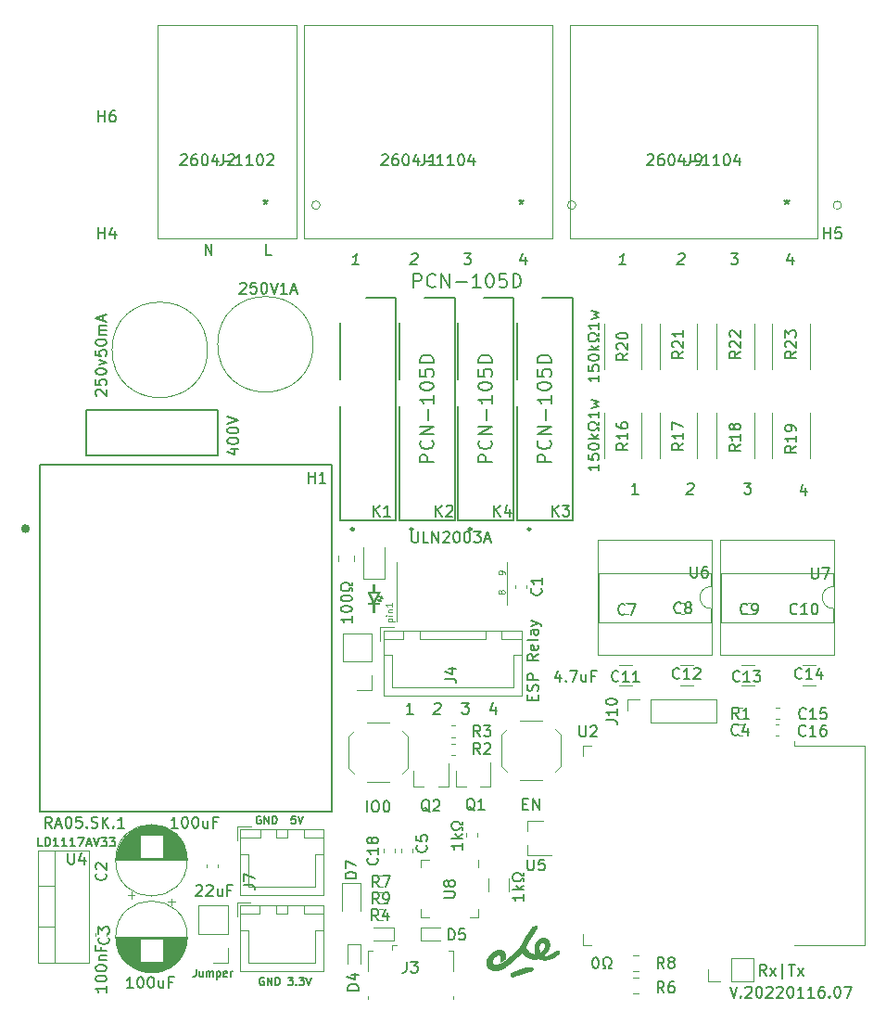
<source format=gbr>
G04 #@! TF.GenerationSoftware,KiCad,Pcbnew,(5.1.12)-1*
G04 #@! TF.CreationDate,2022-01-16T14:13:14-03:00*
G04 #@! TF.ProjectId,hamodule,68616d6f-6475-46c6-952e-6b696361645f,rev?*
G04 #@! TF.SameCoordinates,Original*
G04 #@! TF.FileFunction,Legend,Top*
G04 #@! TF.FilePolarity,Positive*
%FSLAX46Y46*%
G04 Gerber Fmt 4.6, Leading zero omitted, Abs format (unit mm)*
G04 Created by KiCad (PCBNEW (5.1.12)-1) date 2022-01-16 14:13:14*
%MOMM*%
%LPD*%
G01*
G04 APERTURE LIST*
%ADD10C,0.150000*%
%ADD11C,0.120000*%
%ADD12C,0.250000*%
%ADD13C,0.010000*%
%ADD14C,0.400000*%
%ADD15C,0.127000*%
%ADD16C,0.100000*%
G04 APERTURE END LIST*
D10*
X164703166Y-124483880D02*
X165322214Y-124483880D01*
X164988880Y-124864833D01*
X165131738Y-124864833D01*
X165226976Y-124912452D01*
X165274595Y-124960071D01*
X165322214Y-125055309D01*
X165322214Y-125293404D01*
X165274595Y-125388642D01*
X165226976Y-125436261D01*
X165131738Y-125483880D01*
X164846023Y-125483880D01*
X164750785Y-125436261D01*
X164703166Y-125388642D01*
X162223895Y-124579119D02*
X162277467Y-124531500D01*
X162378657Y-124483880D01*
X162616752Y-124483880D01*
X162706038Y-124531500D01*
X162747705Y-124579119D01*
X162783419Y-124674357D01*
X162771514Y-124769595D01*
X162706038Y-124912452D01*
X162063181Y-125483880D01*
X162682229Y-125483880D01*
X155245229Y-84462880D02*
X154673800Y-84462880D01*
X154959514Y-84462880D02*
X155084514Y-83462880D01*
X154971419Y-83605738D01*
X154864276Y-83700976D01*
X154763086Y-83748595D01*
X160120895Y-83558119D02*
X160174467Y-83510500D01*
X160275657Y-83462880D01*
X160513752Y-83462880D01*
X160603038Y-83510500D01*
X160644705Y-83558119D01*
X160680419Y-83653357D01*
X160668514Y-83748595D01*
X160603038Y-83891452D01*
X159960181Y-84462880D01*
X160579229Y-84462880D01*
X170489976Y-83796214D02*
X170489976Y-84462880D01*
X170251880Y-83415261D02*
X170013785Y-84129547D01*
X170632833Y-84129547D01*
X164886166Y-83462880D02*
X165505214Y-83462880D01*
X165171880Y-83843833D01*
X165314738Y-83843833D01*
X165409976Y-83891452D01*
X165457595Y-83939071D01*
X165505214Y-84034309D01*
X165505214Y-84272404D01*
X165457595Y-84367642D01*
X165409976Y-84415261D01*
X165314738Y-84462880D01*
X165029023Y-84462880D01*
X164933785Y-84415261D01*
X164886166Y-84367642D01*
X180816214Y-105417880D02*
X180244785Y-105417880D01*
X180530500Y-105417880D02*
X180530500Y-104417880D01*
X180435261Y-104560738D01*
X180340023Y-104655976D01*
X180244785Y-104703595D01*
X190484166Y-104417880D02*
X191103214Y-104417880D01*
X190769880Y-104798833D01*
X190912738Y-104798833D01*
X191007976Y-104846452D01*
X191055595Y-104894071D01*
X191103214Y-104989309D01*
X191103214Y-105227404D01*
X191055595Y-105322642D01*
X191007976Y-105370261D01*
X190912738Y-105417880D01*
X190627023Y-105417880D01*
X190531785Y-105370261D01*
X190484166Y-105322642D01*
X160242214Y-125483880D02*
X159670785Y-125483880D01*
X159956500Y-125483880D02*
X159956500Y-124483880D01*
X159861261Y-124626738D01*
X159766023Y-124721976D01*
X159670785Y-124769595D01*
X167766976Y-124817214D02*
X167766976Y-125483880D01*
X167528880Y-124436261D02*
X167290785Y-125150547D01*
X167909833Y-125150547D01*
X185337895Y-104513119D02*
X185391467Y-104465500D01*
X185492657Y-104417880D01*
X185730752Y-104417880D01*
X185820038Y-104465500D01*
X185861705Y-104513119D01*
X185897419Y-104608357D01*
X185885514Y-104703595D01*
X185820038Y-104846452D01*
X185177181Y-105417880D01*
X185796229Y-105417880D01*
X196087976Y-104878214D02*
X196087976Y-105544880D01*
X195849880Y-104497261D02*
X195611785Y-105211547D01*
X196230833Y-105211547D01*
X171124571Y-124245238D02*
X171124571Y-123911904D01*
X171648380Y-123769047D02*
X171648380Y-124245238D01*
X170648380Y-124245238D01*
X170648380Y-123769047D01*
X171600761Y-123388095D02*
X171648380Y-123245238D01*
X171648380Y-123007142D01*
X171600761Y-122911904D01*
X171553142Y-122864285D01*
X171457904Y-122816666D01*
X171362666Y-122816666D01*
X171267428Y-122864285D01*
X171219809Y-122911904D01*
X171172190Y-123007142D01*
X171124571Y-123197619D01*
X171076952Y-123292857D01*
X171029333Y-123340476D01*
X170934095Y-123388095D01*
X170838857Y-123388095D01*
X170743619Y-123340476D01*
X170696000Y-123292857D01*
X170648380Y-123197619D01*
X170648380Y-122959523D01*
X170696000Y-122816666D01*
X171648380Y-122388095D02*
X170648380Y-122388095D01*
X170648380Y-122007142D01*
X170696000Y-121911904D01*
X170743619Y-121864285D01*
X170838857Y-121816666D01*
X170981714Y-121816666D01*
X171076952Y-121864285D01*
X171124571Y-121911904D01*
X171172190Y-122007142D01*
X171172190Y-122388095D01*
X171648380Y-120054761D02*
X171172190Y-120388095D01*
X171648380Y-120626190D02*
X170648380Y-120626190D01*
X170648380Y-120245238D01*
X170696000Y-120150000D01*
X170743619Y-120102380D01*
X170838857Y-120054761D01*
X170981714Y-120054761D01*
X171076952Y-120102380D01*
X171124571Y-120150000D01*
X171172190Y-120245238D01*
X171172190Y-120626190D01*
X171600761Y-119245238D02*
X171648380Y-119340476D01*
X171648380Y-119530952D01*
X171600761Y-119626190D01*
X171505523Y-119673809D01*
X171124571Y-119673809D01*
X171029333Y-119626190D01*
X170981714Y-119530952D01*
X170981714Y-119340476D01*
X171029333Y-119245238D01*
X171124571Y-119197619D01*
X171219809Y-119197619D01*
X171315047Y-119673809D01*
X171648380Y-118626190D02*
X171600761Y-118721428D01*
X171505523Y-118769047D01*
X170648380Y-118769047D01*
X171648380Y-117816666D02*
X171124571Y-117816666D01*
X171029333Y-117864285D01*
X170981714Y-117959523D01*
X170981714Y-118150000D01*
X171029333Y-118245238D01*
X171600761Y-117816666D02*
X171648380Y-117911904D01*
X171648380Y-118150000D01*
X171600761Y-118245238D01*
X171505523Y-118292857D01*
X171410285Y-118292857D01*
X171315047Y-118245238D01*
X171267428Y-118150000D01*
X171267428Y-117911904D01*
X171219809Y-117816666D01*
X170981714Y-117435714D02*
X171648380Y-117197619D01*
X170981714Y-116959523D02*
X171648380Y-117197619D01*
X171886476Y-117292857D01*
X171934095Y-117340476D01*
X171981714Y-117435714D01*
X126352690Y-137585404D02*
X125971738Y-137585404D01*
X125971738Y-136785404D01*
X126619357Y-137585404D02*
X126619357Y-136785404D01*
X126809833Y-136785404D01*
X126924119Y-136823500D01*
X127000309Y-136899690D01*
X127038404Y-136975880D01*
X127076500Y-137128261D01*
X127076500Y-137242547D01*
X127038404Y-137394928D01*
X127000309Y-137471119D01*
X126924119Y-137547309D01*
X126809833Y-137585404D01*
X126619357Y-137585404D01*
X127838404Y-137585404D02*
X127381261Y-137585404D01*
X127609833Y-137585404D02*
X127609833Y-136785404D01*
X127533642Y-136899690D01*
X127457452Y-136975880D01*
X127381261Y-137013976D01*
X128600309Y-137585404D02*
X128143166Y-137585404D01*
X128371738Y-137585404D02*
X128371738Y-136785404D01*
X128295547Y-136899690D01*
X128219357Y-136975880D01*
X128143166Y-137013976D01*
X129362214Y-137585404D02*
X128905071Y-137585404D01*
X129133642Y-137585404D02*
X129133642Y-136785404D01*
X129057452Y-136899690D01*
X128981261Y-136975880D01*
X128905071Y-137013976D01*
X129628880Y-136785404D02*
X130162214Y-136785404D01*
X129819357Y-137585404D01*
X130428880Y-137356833D02*
X130809833Y-137356833D01*
X130352690Y-137585404D02*
X130619357Y-136785404D01*
X130886023Y-137585404D01*
X131038404Y-136785404D02*
X131305071Y-137585404D01*
X131571738Y-136785404D01*
X131762214Y-136785404D02*
X132257452Y-136785404D01*
X131990785Y-137090166D01*
X132105071Y-137090166D01*
X132181261Y-137128261D01*
X132219357Y-137166357D01*
X132257452Y-137242547D01*
X132257452Y-137433023D01*
X132219357Y-137509214D01*
X132181261Y-137547309D01*
X132105071Y-137585404D01*
X131876500Y-137585404D01*
X131800309Y-137547309D01*
X131762214Y-137509214D01*
X132524119Y-136785404D02*
X133019357Y-136785404D01*
X132752690Y-137090166D01*
X132866976Y-137090166D01*
X132943166Y-137128261D01*
X132981261Y-137166357D01*
X133019357Y-137242547D01*
X133019357Y-137433023D01*
X132981261Y-137509214D01*
X132943166Y-137547309D01*
X132866976Y-137585404D01*
X132638404Y-137585404D01*
X132562214Y-137547309D01*
X132524119Y-137509214D01*
X147306285Y-83573880D02*
X146830095Y-83573880D01*
X146830095Y-82573880D01*
X141269476Y-83573880D02*
X141269476Y-82573880D01*
X141840904Y-83573880D01*
X141840904Y-82573880D01*
X146318500Y-134841500D02*
X146251833Y-134808166D01*
X146151833Y-134808166D01*
X146051833Y-134841500D01*
X145985166Y-134908166D01*
X145951833Y-134974833D01*
X145918500Y-135108166D01*
X145918500Y-135208166D01*
X145951833Y-135341500D01*
X145985166Y-135408166D01*
X146051833Y-135474833D01*
X146151833Y-135508166D01*
X146218500Y-135508166D01*
X146318500Y-135474833D01*
X146351833Y-135441500D01*
X146351833Y-135208166D01*
X146218500Y-135208166D01*
X146651833Y-135508166D02*
X146651833Y-134808166D01*
X147051833Y-135508166D01*
X147051833Y-134808166D01*
X147385166Y-135508166D02*
X147385166Y-134808166D01*
X147551833Y-134808166D01*
X147651833Y-134841500D01*
X147718500Y-134908166D01*
X147751833Y-134974833D01*
X147785166Y-135108166D01*
X147785166Y-135208166D01*
X147751833Y-135341500D01*
X147718500Y-135408166D01*
X147651833Y-135474833D01*
X147551833Y-135508166D01*
X147385166Y-135508166D01*
X149485166Y-134808166D02*
X149151833Y-134808166D01*
X149118500Y-135141500D01*
X149151833Y-135108166D01*
X149218500Y-135074833D01*
X149385166Y-135074833D01*
X149451833Y-135108166D01*
X149485166Y-135141500D01*
X149518500Y-135208166D01*
X149518500Y-135374833D01*
X149485166Y-135441500D01*
X149451833Y-135474833D01*
X149385166Y-135508166D01*
X149218500Y-135508166D01*
X149151833Y-135474833D01*
X149118500Y-135441500D01*
X149718500Y-134808166D02*
X149951833Y-135508166D01*
X150185166Y-134808166D01*
X194873976Y-83796214D02*
X194873976Y-84462880D01*
X194635880Y-83415261D02*
X194397785Y-84129547D01*
X195016833Y-84129547D01*
X189270166Y-83462880D02*
X189889214Y-83462880D01*
X189555880Y-83843833D01*
X189698738Y-83843833D01*
X189793976Y-83891452D01*
X189841595Y-83939071D01*
X189889214Y-84034309D01*
X189889214Y-84272404D01*
X189841595Y-84367642D01*
X189793976Y-84415261D01*
X189698738Y-84462880D01*
X189413023Y-84462880D01*
X189317785Y-84415261D01*
X189270166Y-84367642D01*
X184504895Y-83558119D02*
X184558467Y-83510500D01*
X184659657Y-83462880D01*
X184897752Y-83462880D01*
X184987038Y-83510500D01*
X185028705Y-83558119D01*
X185064419Y-83653357D01*
X185052514Y-83748595D01*
X184987038Y-83891452D01*
X184344181Y-84462880D01*
X184963229Y-84462880D01*
X179629229Y-84462880D02*
X179057800Y-84462880D01*
X179343514Y-84462880D02*
X179468514Y-83462880D01*
X179355419Y-83605738D01*
X179248276Y-83700976D01*
X179147086Y-83748595D01*
X189183071Y-150391880D02*
X189516404Y-151391880D01*
X189849738Y-150391880D01*
X190183071Y-151296642D02*
X190230690Y-151344261D01*
X190183071Y-151391880D01*
X190135452Y-151344261D01*
X190183071Y-151296642D01*
X190183071Y-151391880D01*
X190611642Y-150487119D02*
X190659261Y-150439500D01*
X190754500Y-150391880D01*
X190992595Y-150391880D01*
X191087833Y-150439500D01*
X191135452Y-150487119D01*
X191183071Y-150582357D01*
X191183071Y-150677595D01*
X191135452Y-150820452D01*
X190564023Y-151391880D01*
X191183071Y-151391880D01*
X191802119Y-150391880D02*
X191897357Y-150391880D01*
X191992595Y-150439500D01*
X192040214Y-150487119D01*
X192087833Y-150582357D01*
X192135452Y-150772833D01*
X192135452Y-151010928D01*
X192087833Y-151201404D01*
X192040214Y-151296642D01*
X191992595Y-151344261D01*
X191897357Y-151391880D01*
X191802119Y-151391880D01*
X191706880Y-151344261D01*
X191659261Y-151296642D01*
X191611642Y-151201404D01*
X191564023Y-151010928D01*
X191564023Y-150772833D01*
X191611642Y-150582357D01*
X191659261Y-150487119D01*
X191706880Y-150439500D01*
X191802119Y-150391880D01*
X192516404Y-150487119D02*
X192564023Y-150439500D01*
X192659261Y-150391880D01*
X192897357Y-150391880D01*
X192992595Y-150439500D01*
X193040214Y-150487119D01*
X193087833Y-150582357D01*
X193087833Y-150677595D01*
X193040214Y-150820452D01*
X192468785Y-151391880D01*
X193087833Y-151391880D01*
X193468785Y-150487119D02*
X193516404Y-150439500D01*
X193611642Y-150391880D01*
X193849738Y-150391880D01*
X193944976Y-150439500D01*
X193992595Y-150487119D01*
X194040214Y-150582357D01*
X194040214Y-150677595D01*
X193992595Y-150820452D01*
X193421166Y-151391880D01*
X194040214Y-151391880D01*
X194659261Y-150391880D02*
X194754500Y-150391880D01*
X194849738Y-150439500D01*
X194897357Y-150487119D01*
X194944976Y-150582357D01*
X194992595Y-150772833D01*
X194992595Y-151010928D01*
X194944976Y-151201404D01*
X194897357Y-151296642D01*
X194849738Y-151344261D01*
X194754500Y-151391880D01*
X194659261Y-151391880D01*
X194564023Y-151344261D01*
X194516404Y-151296642D01*
X194468785Y-151201404D01*
X194421166Y-151010928D01*
X194421166Y-150772833D01*
X194468785Y-150582357D01*
X194516404Y-150487119D01*
X194564023Y-150439500D01*
X194659261Y-150391880D01*
X195944976Y-151391880D02*
X195373547Y-151391880D01*
X195659261Y-151391880D02*
X195659261Y-150391880D01*
X195564023Y-150534738D01*
X195468785Y-150629976D01*
X195373547Y-150677595D01*
X196897357Y-151391880D02*
X196325928Y-151391880D01*
X196611642Y-151391880D02*
X196611642Y-150391880D01*
X196516404Y-150534738D01*
X196421166Y-150629976D01*
X196325928Y-150677595D01*
X197754500Y-150391880D02*
X197564023Y-150391880D01*
X197468785Y-150439500D01*
X197421166Y-150487119D01*
X197325928Y-150629976D01*
X197278309Y-150820452D01*
X197278309Y-151201404D01*
X197325928Y-151296642D01*
X197373547Y-151344261D01*
X197468785Y-151391880D01*
X197659261Y-151391880D01*
X197754500Y-151344261D01*
X197802119Y-151296642D01*
X197849738Y-151201404D01*
X197849738Y-150963309D01*
X197802119Y-150868071D01*
X197754500Y-150820452D01*
X197659261Y-150772833D01*
X197468785Y-150772833D01*
X197373547Y-150820452D01*
X197325928Y-150868071D01*
X197278309Y-150963309D01*
X198278309Y-151296642D02*
X198325928Y-151344261D01*
X198278309Y-151391880D01*
X198230690Y-151344261D01*
X198278309Y-151296642D01*
X198278309Y-151391880D01*
X198944976Y-150391880D02*
X199040214Y-150391880D01*
X199135452Y-150439500D01*
X199183071Y-150487119D01*
X199230690Y-150582357D01*
X199278309Y-150772833D01*
X199278309Y-151010928D01*
X199230690Y-151201404D01*
X199183071Y-151296642D01*
X199135452Y-151344261D01*
X199040214Y-151391880D01*
X198944976Y-151391880D01*
X198849738Y-151344261D01*
X198802119Y-151296642D01*
X198754500Y-151201404D01*
X198706880Y-151010928D01*
X198706880Y-150772833D01*
X198754500Y-150582357D01*
X198802119Y-150487119D01*
X198849738Y-150439500D01*
X198944976Y-150391880D01*
X199611642Y-150391880D02*
X200278309Y-150391880D01*
X199849738Y-151391880D01*
D11*
X141412500Y-139528767D02*
X141412500Y-139236233D01*
X142432500Y-139528767D02*
X142432500Y-139236233D01*
X195777436Y-121073500D02*
X196981564Y-121073500D01*
X195777436Y-122893500D02*
X196981564Y-122893500D01*
X191393564Y-122893500D02*
X190189436Y-122893500D01*
X191393564Y-121073500D02*
X190189436Y-121073500D01*
X180269564Y-122893500D02*
X179065436Y-122893500D01*
X180269564Y-121073500D02*
X179065436Y-121073500D01*
X184601436Y-121073500D02*
X185805564Y-121073500D01*
X184601436Y-122893500D02*
X185805564Y-122893500D01*
X167123700Y-140467936D02*
X167123700Y-141672064D01*
X168943700Y-140467936D02*
X168943700Y-141672064D01*
X163733633Y-127598900D02*
X164076167Y-127598900D01*
X163733633Y-126578900D02*
X164076167Y-126578900D01*
X164053367Y-128190500D02*
X163710833Y-128190500D01*
X164053367Y-129210500D02*
X163710833Y-129210500D01*
X195887233Y-116397500D02*
X196179767Y-116397500D01*
X195887233Y-115377500D02*
X196179767Y-115377500D01*
X191099767Y-115377500D02*
X190807233Y-115377500D01*
X191099767Y-116397500D02*
X190807233Y-116397500D01*
X184711233Y-116397500D02*
X185003767Y-116397500D01*
X184711233Y-115377500D02*
X185003767Y-115377500D01*
X179905767Y-115377500D02*
X179613233Y-115377500D01*
X179905767Y-116397500D02*
X179613233Y-116397500D01*
X131252500Y-145468233D02*
X131252500Y-145760767D01*
X132272500Y-145468233D02*
X132272500Y-145760767D01*
X132272500Y-139664767D02*
X132272500Y-139372233D01*
X131252500Y-139664767D02*
X131252500Y-139372233D01*
X169606500Y-113718233D02*
X169606500Y-114010767D01*
X170626500Y-113718233D02*
X170626500Y-114010767D01*
X190302267Y-127446500D02*
X190009733Y-127446500D01*
X190302267Y-126426500D02*
X190009733Y-126426500D01*
X193364733Y-126426500D02*
X193657267Y-126426500D01*
X193364733Y-127446500D02*
X193657267Y-127446500D01*
X157541500Y-138120167D02*
X157541500Y-137827633D01*
X158561500Y-138120167D02*
X158561500Y-137827633D01*
X166186000Y-139529500D02*
X166186000Y-138804500D01*
X160966000Y-144024500D02*
X161691000Y-144024500D01*
X160966000Y-143299500D02*
X160966000Y-144024500D01*
X160966000Y-138804500D02*
X161691000Y-138804500D01*
X160966000Y-139529500D02*
X160966000Y-138804500D01*
X166186000Y-144024500D02*
X165461000Y-144024500D01*
X166186000Y-143299500D02*
X166186000Y-144024500D01*
X180805064Y-147537500D02*
X180350936Y-147537500D01*
X180805064Y-149007500D02*
X180350936Y-149007500D01*
X180805064Y-149569500D02*
X180350936Y-149569500D01*
X180805064Y-151039500D02*
X180350936Y-151039500D01*
X177677500Y-98008936D02*
X177677500Y-102113064D01*
X181097500Y-98008936D02*
X181097500Y-102113064D01*
X155409000Y-140896500D02*
X155409000Y-143446500D01*
X153709000Y-140896500D02*
X153709000Y-143446500D01*
X155409000Y-140896500D02*
X153709000Y-140896500D01*
X165085300Y-136380433D02*
X165085300Y-136722967D01*
X166105300Y-136380433D02*
X166105300Y-136722967D01*
X157446767Y-141793500D02*
X157104233Y-141793500D01*
X157446767Y-142813500D02*
X157104233Y-142813500D01*
X157104233Y-141289500D02*
X157446767Y-141289500D01*
X157104233Y-140269500D02*
X157446767Y-140269500D01*
X157446767Y-143317500D02*
X157104233Y-143317500D01*
X157446767Y-144337500D02*
X157104233Y-144337500D01*
X170693300Y-135252300D02*
X172153300Y-135252300D01*
X170693300Y-138412300D02*
X172853300Y-138412300D01*
X170693300Y-138412300D02*
X170693300Y-137482300D01*
X170693300Y-135252300D02*
X170693300Y-136182300D01*
X187217500Y-149904000D02*
X187217500Y-148844000D01*
X188277500Y-149904000D02*
X187217500Y-149904000D01*
X189277500Y-149904000D02*
X189277500Y-147784000D01*
X189277500Y-147784000D02*
X191337500Y-147784000D01*
X189277500Y-149904000D02*
X191337500Y-149904000D01*
X191337500Y-149904000D02*
X191337500Y-147784000D01*
X181911500Y-126282000D02*
X181911500Y-124162000D01*
X181911500Y-126282000D02*
X187971500Y-126282000D01*
X187971500Y-126282000D02*
X187971500Y-124162000D01*
X181911500Y-124162000D02*
X187971500Y-124162000D01*
X179851500Y-124162000D02*
X180911500Y-124162000D01*
X179851500Y-125222000D02*
X179851500Y-124162000D01*
X160149000Y-138130667D02*
X160149000Y-137838133D01*
X159129000Y-138130667D02*
X159129000Y-137838133D01*
X158305000Y-146564000D02*
X158305000Y-147014000D01*
X158305000Y-146564000D02*
X158755000Y-146564000D01*
X163905000Y-147114000D02*
X163455000Y-147114000D01*
X163905000Y-148964000D02*
X163905000Y-147114000D01*
X156105000Y-151514000D02*
X156105000Y-151264000D01*
X163905000Y-151514000D02*
X163905000Y-151264000D01*
X156105000Y-148964000D02*
X156105000Y-147114000D01*
X156105000Y-147114000D02*
X156555000Y-147114000D01*
X176510500Y-128366500D02*
X175730500Y-128366500D01*
X175730500Y-128366500D02*
X175730500Y-129366500D01*
X176510500Y-146606500D02*
X175730500Y-146606500D01*
X175730500Y-146606500D02*
X175730500Y-145606500D01*
X201475500Y-128366500D02*
X201475500Y-146606500D01*
X201475500Y-146606500D02*
X195055500Y-146606500D01*
X201475500Y-128366500D02*
X195055500Y-128366500D01*
X195055500Y-128366500D02*
X195055500Y-127986500D01*
X157226500Y-117582500D02*
X157226500Y-118832500D01*
X158476500Y-117582500D02*
X157226500Y-117582500D01*
X169376500Y-123082500D02*
X163826500Y-123082500D01*
X169376500Y-120132500D02*
X169376500Y-123082500D01*
X170126500Y-120132500D02*
X169376500Y-120132500D01*
X158276500Y-123082500D02*
X163826500Y-123082500D01*
X158276500Y-120132500D02*
X158276500Y-123082500D01*
X157526500Y-120132500D02*
X158276500Y-120132500D01*
X170126500Y-117882500D02*
X168326500Y-117882500D01*
X170126500Y-118632500D02*
X170126500Y-117882500D01*
X168326500Y-118632500D02*
X170126500Y-118632500D01*
X168326500Y-117882500D02*
X168326500Y-118632500D01*
X159326500Y-117882500D02*
X157526500Y-117882500D01*
X159326500Y-118632500D02*
X159326500Y-117882500D01*
X157526500Y-118632500D02*
X159326500Y-118632500D01*
X157526500Y-117882500D02*
X157526500Y-118632500D01*
X166826500Y-117882500D02*
X160826500Y-117882500D01*
X166826500Y-118632500D02*
X166826500Y-117882500D01*
X160826500Y-118632500D02*
X166826500Y-118632500D01*
X160826500Y-117882500D02*
X160826500Y-118632500D01*
X170136500Y-117872500D02*
X157516500Y-117872500D01*
X170136500Y-123842500D02*
X170136500Y-117872500D01*
X157516500Y-123842500D02*
X170136500Y-123842500D01*
X157516500Y-117872500D02*
X157516500Y-123842500D01*
X189997233Y-124902500D02*
X190339767Y-124902500D01*
X189997233Y-125922500D02*
X190339767Y-125922500D01*
X193375233Y-125922500D02*
X193667767Y-125922500D01*
X193375233Y-124902500D02*
X193667767Y-124902500D01*
X156651500Y-145005500D02*
X158501500Y-145005500D01*
X156651500Y-146205500D02*
X158501500Y-146205500D01*
X158501500Y-146205500D02*
X158501500Y-145005500D01*
X162753500Y-146205500D02*
X160903500Y-146205500D01*
X162753500Y-145005500D02*
X160903500Y-145005500D01*
X160903500Y-145005500D02*
X160903500Y-146205500D01*
X154213000Y-148337500D02*
X154213000Y-146487500D01*
X155413000Y-148337500D02*
X155413000Y-146487500D01*
X155413000Y-146487500D02*
X154213000Y-146487500D01*
X160281500Y-132157500D02*
X160281500Y-130697500D01*
X163441500Y-132157500D02*
X163441500Y-129997500D01*
X163441500Y-132157500D02*
X162511500Y-132157500D01*
X160281500Y-132157500D02*
X161211500Y-132157500D01*
X164157500Y-132125500D02*
X164157500Y-130665500D01*
X167317500Y-132125500D02*
X167317500Y-129965500D01*
X167317500Y-132125500D02*
X166387500Y-132125500D01*
X164157500Y-132125500D02*
X165087500Y-132125500D01*
X154315500Y-130418500D02*
X154805500Y-130908500D01*
X154315500Y-127518500D02*
X154315500Y-130418500D01*
X154315500Y-127518500D02*
X154805500Y-127028500D01*
X159755500Y-127518500D02*
X159755500Y-130418500D01*
X159755500Y-127518500D02*
X159265500Y-127028500D01*
X155995500Y-131688500D02*
X158075500Y-131688500D01*
X159755500Y-130418500D02*
X159265500Y-130908500D01*
X155995500Y-126248500D02*
X158075500Y-126248500D01*
X173725500Y-127391500D02*
X173235500Y-126901500D01*
X173725500Y-130291500D02*
X173725500Y-127391500D01*
X173725500Y-130291500D02*
X173235500Y-130781500D01*
X168285500Y-130291500D02*
X168285500Y-127391500D01*
X168285500Y-130291500D02*
X168775500Y-130781500D01*
X172045500Y-126121500D02*
X169965500Y-126121500D01*
X168285500Y-127391500D02*
X168775500Y-126901500D01*
X172045500Y-131561500D02*
X169965500Y-131561500D01*
X198684500Y-120121500D02*
X198684500Y-109621500D01*
X188284500Y-120121500D02*
X198684500Y-120121500D01*
X188284500Y-109621500D02*
X188284500Y-120121500D01*
X198684500Y-109621500D02*
X188284500Y-109621500D01*
X198624500Y-117121500D02*
X198624500Y-115871500D01*
X188344500Y-117121500D02*
X198624500Y-117121500D01*
X188344500Y-112621500D02*
X188344500Y-117121500D01*
X198624500Y-112621500D02*
X188344500Y-112621500D01*
X198624500Y-113871500D02*
X198624500Y-112621500D01*
X198624500Y-115871500D02*
G75*
G02*
X198624500Y-113871500I0J1000000D01*
G01*
X187508500Y-120121500D02*
X187508500Y-109621500D01*
X177108500Y-120121500D02*
X187508500Y-120121500D01*
X177108500Y-109621500D02*
X177108500Y-120121500D01*
X187508500Y-109621500D02*
X177108500Y-109621500D01*
X187448500Y-117121500D02*
X187448500Y-115871500D01*
X177168500Y-117121500D02*
X187448500Y-117121500D01*
X177168500Y-112621500D02*
X177168500Y-117121500D01*
X187448500Y-112621500D02*
X177168500Y-112621500D01*
X187448500Y-113871500D02*
X187448500Y-112621500D01*
X187448500Y-115871500D02*
G75*
G02*
X187448500Y-113871500I0J1000000D01*
G01*
X193044500Y-89898936D02*
X193044500Y-94003064D01*
X196464500Y-89898936D02*
X196464500Y-94003064D01*
X187964500Y-89898936D02*
X187964500Y-94003064D01*
X191384500Y-89898936D02*
X191384500Y-94003064D01*
X193044500Y-98026936D02*
X193044500Y-102131064D01*
X196464500Y-98026936D02*
X196464500Y-102131064D01*
X187964500Y-98011236D02*
X187964500Y-102115364D01*
X191384500Y-98011236D02*
X191384500Y-102115364D01*
X199374902Y-79057500D02*
G75*
G03*
X199374902Y-79057500I-381000J0D01*
G01*
X197215902Y-82084500D02*
X197215902Y-62628100D01*
X174559102Y-82084500D02*
X197215902Y-82084500D01*
X174559102Y-62628100D02*
X174559102Y-82084500D01*
X197215902Y-62628100D02*
X174559102Y-62628100D01*
X151734503Y-79057500D02*
G75*
G03*
X151734503Y-79057500I-381000J0D01*
G01*
X149575502Y-82084500D02*
X149575502Y-62628100D01*
X136921502Y-82084500D02*
X149575502Y-82084500D01*
X136921502Y-62628100D02*
X136921502Y-82084500D01*
X149575502Y-62628100D02*
X136921502Y-62628100D01*
X175103902Y-79057500D02*
G75*
G03*
X175103902Y-79057500I-381000J0D01*
G01*
X172944902Y-82084500D02*
X172944902Y-62628100D01*
X150288102Y-82084500D02*
X172944902Y-82084500D01*
X150288102Y-62628100D02*
X150288102Y-82084500D01*
X172944902Y-62628100D02*
X150288102Y-62628100D01*
D10*
X158686000Y-107832499D02*
X153586000Y-107832499D01*
X158686000Y-107832499D02*
X158686000Y-87532499D01*
X158686000Y-87532499D02*
X155911000Y-87532499D01*
X153586000Y-94977500D02*
X153586000Y-89807500D01*
X153586000Y-107832499D02*
X153586000Y-97427500D01*
D12*
X154821000Y-108642499D02*
G75*
G03*
X154821000Y-108642499I-125000J0D01*
G01*
D10*
X174825500Y-107813000D02*
X169725500Y-107813000D01*
X174825500Y-107813000D02*
X174825500Y-87513000D01*
X174825500Y-87513000D02*
X172050500Y-87513000D01*
X169725500Y-94958001D02*
X169725500Y-89788001D01*
X169725500Y-107813000D02*
X169725500Y-97408001D01*
D12*
X170960500Y-108623000D02*
G75*
G03*
X170960500Y-108623000I-125000J0D01*
G01*
D10*
X169428000Y-107813000D02*
X164328000Y-107813000D01*
X169428000Y-107813000D02*
X169428000Y-87513000D01*
X169428000Y-87513000D02*
X166653000Y-87513000D01*
X164328000Y-94958001D02*
X164328000Y-89788001D01*
X164328000Y-107813000D02*
X164328000Y-97408001D01*
D12*
X165563000Y-108623000D02*
G75*
G03*
X165563000Y-108623000I-125000J0D01*
G01*
D10*
X164083500Y-107813000D02*
X158983500Y-107813000D01*
X164083500Y-107813000D02*
X164083500Y-87513000D01*
X164083500Y-87513000D02*
X161308500Y-87513000D01*
X158983500Y-94958001D02*
X158983500Y-89788001D01*
X158983500Y-107813000D02*
X158983500Y-97408001D01*
D12*
X160218500Y-108623000D02*
G75*
G03*
X160218500Y-108623000I-125000J0D01*
G01*
D11*
X139604500Y-145839500D02*
G75*
G03*
X139604500Y-145839500I-3270000J0D01*
G01*
X139564500Y-145839500D02*
X133104500Y-145839500D01*
X139564500Y-145879500D02*
X133104500Y-145879500D01*
X139564500Y-145919500D02*
X133104500Y-145919500D01*
X139562500Y-145959500D02*
X133106500Y-145959500D01*
X139561500Y-145999500D02*
X133107500Y-145999500D01*
X139558500Y-146039500D02*
X133110500Y-146039500D01*
X139556500Y-146079500D02*
X137374500Y-146079500D01*
X135294500Y-146079500D02*
X133112500Y-146079500D01*
X139552500Y-146119500D02*
X137374500Y-146119500D01*
X135294500Y-146119500D02*
X133116500Y-146119500D01*
X139549500Y-146159500D02*
X137374500Y-146159500D01*
X135294500Y-146159500D02*
X133119500Y-146159500D01*
X139545500Y-146199500D02*
X137374500Y-146199500D01*
X135294500Y-146199500D02*
X133123500Y-146199500D01*
X139540500Y-146239500D02*
X137374500Y-146239500D01*
X135294500Y-146239500D02*
X133128500Y-146239500D01*
X139535500Y-146279500D02*
X137374500Y-146279500D01*
X135294500Y-146279500D02*
X133133500Y-146279500D01*
X139529500Y-146319500D02*
X137374500Y-146319500D01*
X135294500Y-146319500D02*
X133139500Y-146319500D01*
X139523500Y-146359500D02*
X137374500Y-146359500D01*
X135294500Y-146359500D02*
X133145500Y-146359500D01*
X139516500Y-146399500D02*
X137374500Y-146399500D01*
X135294500Y-146399500D02*
X133152500Y-146399500D01*
X139509500Y-146439500D02*
X137374500Y-146439500D01*
X135294500Y-146439500D02*
X133159500Y-146439500D01*
X139501500Y-146479500D02*
X137374500Y-146479500D01*
X135294500Y-146479500D02*
X133167500Y-146479500D01*
X139493500Y-146519500D02*
X137374500Y-146519500D01*
X135294500Y-146519500D02*
X133175500Y-146519500D01*
X139484500Y-146560500D02*
X137374500Y-146560500D01*
X135294500Y-146560500D02*
X133184500Y-146560500D01*
X139475500Y-146600500D02*
X137374500Y-146600500D01*
X135294500Y-146600500D02*
X133193500Y-146600500D01*
X139465500Y-146640500D02*
X137374500Y-146640500D01*
X135294500Y-146640500D02*
X133203500Y-146640500D01*
X139455500Y-146680500D02*
X137374500Y-146680500D01*
X135294500Y-146680500D02*
X133213500Y-146680500D01*
X139444500Y-146720500D02*
X137374500Y-146720500D01*
X135294500Y-146720500D02*
X133224500Y-146720500D01*
X139432500Y-146760500D02*
X137374500Y-146760500D01*
X135294500Y-146760500D02*
X133236500Y-146760500D01*
X139420500Y-146800500D02*
X137374500Y-146800500D01*
X135294500Y-146800500D02*
X133248500Y-146800500D01*
X139408500Y-146840500D02*
X137374500Y-146840500D01*
X135294500Y-146840500D02*
X133260500Y-146840500D01*
X139395500Y-146880500D02*
X137374500Y-146880500D01*
X135294500Y-146880500D02*
X133273500Y-146880500D01*
X139381500Y-146920500D02*
X137374500Y-146920500D01*
X135294500Y-146920500D02*
X133287500Y-146920500D01*
X139367500Y-146960500D02*
X137374500Y-146960500D01*
X135294500Y-146960500D02*
X133301500Y-146960500D01*
X139352500Y-147000500D02*
X137374500Y-147000500D01*
X135294500Y-147000500D02*
X133316500Y-147000500D01*
X139336500Y-147040500D02*
X137374500Y-147040500D01*
X135294500Y-147040500D02*
X133332500Y-147040500D01*
X139320500Y-147080500D02*
X137374500Y-147080500D01*
X135294500Y-147080500D02*
X133348500Y-147080500D01*
X139304500Y-147120500D02*
X137374500Y-147120500D01*
X135294500Y-147120500D02*
X133364500Y-147120500D01*
X139286500Y-147160500D02*
X137374500Y-147160500D01*
X135294500Y-147160500D02*
X133382500Y-147160500D01*
X139268500Y-147200500D02*
X137374500Y-147200500D01*
X135294500Y-147200500D02*
X133400500Y-147200500D01*
X139250500Y-147240500D02*
X137374500Y-147240500D01*
X135294500Y-147240500D02*
X133418500Y-147240500D01*
X139230500Y-147280500D02*
X137374500Y-147280500D01*
X135294500Y-147280500D02*
X133438500Y-147280500D01*
X139210500Y-147320500D02*
X137374500Y-147320500D01*
X135294500Y-147320500D02*
X133458500Y-147320500D01*
X139190500Y-147360500D02*
X137374500Y-147360500D01*
X135294500Y-147360500D02*
X133478500Y-147360500D01*
X139168500Y-147400500D02*
X137374500Y-147400500D01*
X135294500Y-147400500D02*
X133500500Y-147400500D01*
X139146500Y-147440500D02*
X137374500Y-147440500D01*
X135294500Y-147440500D02*
X133522500Y-147440500D01*
X139124500Y-147480500D02*
X137374500Y-147480500D01*
X135294500Y-147480500D02*
X133544500Y-147480500D01*
X139100500Y-147520500D02*
X137374500Y-147520500D01*
X135294500Y-147520500D02*
X133568500Y-147520500D01*
X139076500Y-147560500D02*
X137374500Y-147560500D01*
X135294500Y-147560500D02*
X133592500Y-147560500D01*
X139050500Y-147600500D02*
X137374500Y-147600500D01*
X135294500Y-147600500D02*
X133618500Y-147600500D01*
X139024500Y-147640500D02*
X137374500Y-147640500D01*
X135294500Y-147640500D02*
X133644500Y-147640500D01*
X138998500Y-147680500D02*
X137374500Y-147680500D01*
X135294500Y-147680500D02*
X133670500Y-147680500D01*
X138970500Y-147720500D02*
X137374500Y-147720500D01*
X135294500Y-147720500D02*
X133698500Y-147720500D01*
X138941500Y-147760500D02*
X137374500Y-147760500D01*
X135294500Y-147760500D02*
X133727500Y-147760500D01*
X138912500Y-147800500D02*
X137374500Y-147800500D01*
X135294500Y-147800500D02*
X133756500Y-147800500D01*
X138882500Y-147840500D02*
X137374500Y-147840500D01*
X135294500Y-147840500D02*
X133786500Y-147840500D01*
X138850500Y-147880500D02*
X137374500Y-147880500D01*
X135294500Y-147880500D02*
X133818500Y-147880500D01*
X138818500Y-147920500D02*
X137374500Y-147920500D01*
X135294500Y-147920500D02*
X133850500Y-147920500D01*
X138784500Y-147960500D02*
X137374500Y-147960500D01*
X135294500Y-147960500D02*
X133884500Y-147960500D01*
X138750500Y-148000500D02*
X137374500Y-148000500D01*
X135294500Y-148000500D02*
X133918500Y-148000500D01*
X138714500Y-148040500D02*
X137374500Y-148040500D01*
X135294500Y-148040500D02*
X133954500Y-148040500D01*
X138677500Y-148080500D02*
X137374500Y-148080500D01*
X135294500Y-148080500D02*
X133991500Y-148080500D01*
X138639500Y-148120500D02*
X137374500Y-148120500D01*
X135294500Y-148120500D02*
X134029500Y-148120500D01*
X138599500Y-148160500D02*
X134069500Y-148160500D01*
X138558500Y-148200500D02*
X134110500Y-148200500D01*
X138516500Y-148240500D02*
X134152500Y-148240500D01*
X138471500Y-148280500D02*
X134197500Y-148280500D01*
X138426500Y-148320500D02*
X134242500Y-148320500D01*
X138378500Y-148360500D02*
X134290500Y-148360500D01*
X138329500Y-148400500D02*
X134339500Y-148400500D01*
X138278500Y-148440500D02*
X134390500Y-148440500D01*
X138224500Y-148480500D02*
X134444500Y-148480500D01*
X138168500Y-148520500D02*
X134500500Y-148520500D01*
X138110500Y-148560500D02*
X134558500Y-148560500D01*
X138048500Y-148600500D02*
X134620500Y-148600500D01*
X137984500Y-148640500D02*
X134684500Y-148640500D01*
X137915500Y-148680500D02*
X134753500Y-148680500D01*
X137843500Y-148720500D02*
X134825500Y-148720500D01*
X137766500Y-148760500D02*
X134902500Y-148760500D01*
X137684500Y-148800500D02*
X134984500Y-148800500D01*
X137596500Y-148840500D02*
X135072500Y-148840500D01*
X137499500Y-148880500D02*
X135169500Y-148880500D01*
X137393500Y-148920500D02*
X135275500Y-148920500D01*
X137274500Y-148960500D02*
X135394500Y-148960500D01*
X137136500Y-149000500D02*
X135532500Y-149000500D01*
X136967500Y-149040500D02*
X135701500Y-149040500D01*
X136736500Y-149080500D02*
X135932500Y-149080500D01*
X138173500Y-142339259D02*
X138173500Y-142969259D01*
X138488500Y-142654259D02*
X137858500Y-142654259D01*
X139604500Y-138854500D02*
G75*
G03*
X139604500Y-138854500I-3270000J0D01*
G01*
X133104500Y-138854500D02*
X139564500Y-138854500D01*
X133104500Y-138814500D02*
X139564500Y-138814500D01*
X133104500Y-138774500D02*
X139564500Y-138774500D01*
X133106500Y-138734500D02*
X139562500Y-138734500D01*
X133107500Y-138694500D02*
X139561500Y-138694500D01*
X133110500Y-138654500D02*
X139558500Y-138654500D01*
X133112500Y-138614500D02*
X135294500Y-138614500D01*
X137374500Y-138614500D02*
X139556500Y-138614500D01*
X133116500Y-138574500D02*
X135294500Y-138574500D01*
X137374500Y-138574500D02*
X139552500Y-138574500D01*
X133119500Y-138534500D02*
X135294500Y-138534500D01*
X137374500Y-138534500D02*
X139549500Y-138534500D01*
X133123500Y-138494500D02*
X135294500Y-138494500D01*
X137374500Y-138494500D02*
X139545500Y-138494500D01*
X133128500Y-138454500D02*
X135294500Y-138454500D01*
X137374500Y-138454500D02*
X139540500Y-138454500D01*
X133133500Y-138414500D02*
X135294500Y-138414500D01*
X137374500Y-138414500D02*
X139535500Y-138414500D01*
X133139500Y-138374500D02*
X135294500Y-138374500D01*
X137374500Y-138374500D02*
X139529500Y-138374500D01*
X133145500Y-138334500D02*
X135294500Y-138334500D01*
X137374500Y-138334500D02*
X139523500Y-138334500D01*
X133152500Y-138294500D02*
X135294500Y-138294500D01*
X137374500Y-138294500D02*
X139516500Y-138294500D01*
X133159500Y-138254500D02*
X135294500Y-138254500D01*
X137374500Y-138254500D02*
X139509500Y-138254500D01*
X133167500Y-138214500D02*
X135294500Y-138214500D01*
X137374500Y-138214500D02*
X139501500Y-138214500D01*
X133175500Y-138174500D02*
X135294500Y-138174500D01*
X137374500Y-138174500D02*
X139493500Y-138174500D01*
X133184500Y-138133500D02*
X135294500Y-138133500D01*
X137374500Y-138133500D02*
X139484500Y-138133500D01*
X133193500Y-138093500D02*
X135294500Y-138093500D01*
X137374500Y-138093500D02*
X139475500Y-138093500D01*
X133203500Y-138053500D02*
X135294500Y-138053500D01*
X137374500Y-138053500D02*
X139465500Y-138053500D01*
X133213500Y-138013500D02*
X135294500Y-138013500D01*
X137374500Y-138013500D02*
X139455500Y-138013500D01*
X133224500Y-137973500D02*
X135294500Y-137973500D01*
X137374500Y-137973500D02*
X139444500Y-137973500D01*
X133236500Y-137933500D02*
X135294500Y-137933500D01*
X137374500Y-137933500D02*
X139432500Y-137933500D01*
X133248500Y-137893500D02*
X135294500Y-137893500D01*
X137374500Y-137893500D02*
X139420500Y-137893500D01*
X133260500Y-137853500D02*
X135294500Y-137853500D01*
X137374500Y-137853500D02*
X139408500Y-137853500D01*
X133273500Y-137813500D02*
X135294500Y-137813500D01*
X137374500Y-137813500D02*
X139395500Y-137813500D01*
X133287500Y-137773500D02*
X135294500Y-137773500D01*
X137374500Y-137773500D02*
X139381500Y-137773500D01*
X133301500Y-137733500D02*
X135294500Y-137733500D01*
X137374500Y-137733500D02*
X139367500Y-137733500D01*
X133316500Y-137693500D02*
X135294500Y-137693500D01*
X137374500Y-137693500D02*
X139352500Y-137693500D01*
X133332500Y-137653500D02*
X135294500Y-137653500D01*
X137374500Y-137653500D02*
X139336500Y-137653500D01*
X133348500Y-137613500D02*
X135294500Y-137613500D01*
X137374500Y-137613500D02*
X139320500Y-137613500D01*
X133364500Y-137573500D02*
X135294500Y-137573500D01*
X137374500Y-137573500D02*
X139304500Y-137573500D01*
X133382500Y-137533500D02*
X135294500Y-137533500D01*
X137374500Y-137533500D02*
X139286500Y-137533500D01*
X133400500Y-137493500D02*
X135294500Y-137493500D01*
X137374500Y-137493500D02*
X139268500Y-137493500D01*
X133418500Y-137453500D02*
X135294500Y-137453500D01*
X137374500Y-137453500D02*
X139250500Y-137453500D01*
X133438500Y-137413500D02*
X135294500Y-137413500D01*
X137374500Y-137413500D02*
X139230500Y-137413500D01*
X133458500Y-137373500D02*
X135294500Y-137373500D01*
X137374500Y-137373500D02*
X139210500Y-137373500D01*
X133478500Y-137333500D02*
X135294500Y-137333500D01*
X137374500Y-137333500D02*
X139190500Y-137333500D01*
X133500500Y-137293500D02*
X135294500Y-137293500D01*
X137374500Y-137293500D02*
X139168500Y-137293500D01*
X133522500Y-137253500D02*
X135294500Y-137253500D01*
X137374500Y-137253500D02*
X139146500Y-137253500D01*
X133544500Y-137213500D02*
X135294500Y-137213500D01*
X137374500Y-137213500D02*
X139124500Y-137213500D01*
X133568500Y-137173500D02*
X135294500Y-137173500D01*
X137374500Y-137173500D02*
X139100500Y-137173500D01*
X133592500Y-137133500D02*
X135294500Y-137133500D01*
X137374500Y-137133500D02*
X139076500Y-137133500D01*
X133618500Y-137093500D02*
X135294500Y-137093500D01*
X137374500Y-137093500D02*
X139050500Y-137093500D01*
X133644500Y-137053500D02*
X135294500Y-137053500D01*
X137374500Y-137053500D02*
X139024500Y-137053500D01*
X133670500Y-137013500D02*
X135294500Y-137013500D01*
X137374500Y-137013500D02*
X138998500Y-137013500D01*
X133698500Y-136973500D02*
X135294500Y-136973500D01*
X137374500Y-136973500D02*
X138970500Y-136973500D01*
X133727500Y-136933500D02*
X135294500Y-136933500D01*
X137374500Y-136933500D02*
X138941500Y-136933500D01*
X133756500Y-136893500D02*
X135294500Y-136893500D01*
X137374500Y-136893500D02*
X138912500Y-136893500D01*
X133786500Y-136853500D02*
X135294500Y-136853500D01*
X137374500Y-136853500D02*
X138882500Y-136853500D01*
X133818500Y-136813500D02*
X135294500Y-136813500D01*
X137374500Y-136813500D02*
X138850500Y-136813500D01*
X133850500Y-136773500D02*
X135294500Y-136773500D01*
X137374500Y-136773500D02*
X138818500Y-136773500D01*
X133884500Y-136733500D02*
X135294500Y-136733500D01*
X137374500Y-136733500D02*
X138784500Y-136733500D01*
X133918500Y-136693500D02*
X135294500Y-136693500D01*
X137374500Y-136693500D02*
X138750500Y-136693500D01*
X133954500Y-136653500D02*
X135294500Y-136653500D01*
X137374500Y-136653500D02*
X138714500Y-136653500D01*
X133991500Y-136613500D02*
X135294500Y-136613500D01*
X137374500Y-136613500D02*
X138677500Y-136613500D01*
X134029500Y-136573500D02*
X135294500Y-136573500D01*
X137374500Y-136573500D02*
X138639500Y-136573500D01*
X134069500Y-136533500D02*
X138599500Y-136533500D01*
X134110500Y-136493500D02*
X138558500Y-136493500D01*
X134152500Y-136453500D02*
X138516500Y-136453500D01*
X134197500Y-136413500D02*
X138471500Y-136413500D01*
X134242500Y-136373500D02*
X138426500Y-136373500D01*
X134290500Y-136333500D02*
X138378500Y-136333500D01*
X134339500Y-136293500D02*
X138329500Y-136293500D01*
X134390500Y-136253500D02*
X138278500Y-136253500D01*
X134444500Y-136213500D02*
X138224500Y-136213500D01*
X134500500Y-136173500D02*
X138168500Y-136173500D01*
X134558500Y-136133500D02*
X138110500Y-136133500D01*
X134620500Y-136093500D02*
X138048500Y-136093500D01*
X134684500Y-136053500D02*
X137984500Y-136053500D01*
X134753500Y-136013500D02*
X137915500Y-136013500D01*
X134825500Y-135973500D02*
X137843500Y-135973500D01*
X134902500Y-135933500D02*
X137766500Y-135933500D01*
X134984500Y-135893500D02*
X137684500Y-135893500D01*
X135072500Y-135853500D02*
X137596500Y-135853500D01*
X135169500Y-135813500D02*
X137499500Y-135813500D01*
X135275500Y-135773500D02*
X137393500Y-135773500D01*
X135394500Y-135733500D02*
X137274500Y-135733500D01*
X135532500Y-135693500D02*
X137136500Y-135693500D01*
X135701500Y-135653500D02*
X136967500Y-135653500D01*
X135932500Y-135613500D02*
X136736500Y-135613500D01*
X134495500Y-142354741D02*
X134495500Y-141724741D01*
X134180500Y-142039741D02*
X134810500Y-142039741D01*
X125952500Y-148185500D02*
X125952500Y-137945500D01*
X130593500Y-148185500D02*
X130593500Y-137945500D01*
X125952500Y-148185500D02*
X130593500Y-148185500D01*
X125952500Y-137945500D02*
X130593500Y-137945500D01*
X127462500Y-148185500D02*
X127462500Y-137945500D01*
X125952500Y-144915500D02*
X127462500Y-144915500D01*
X125952500Y-141214500D02*
X127462500Y-141214500D01*
X155694500Y-110306500D02*
X155694500Y-113166500D01*
X155694500Y-113166500D02*
X157614500Y-113166500D01*
X157614500Y-113166500D02*
X157614500Y-110306500D01*
X153404500Y-111576752D02*
X153404500Y-111054248D01*
X154824500Y-111576752D02*
X154824500Y-111054248D01*
D13*
G36*
X157412889Y-114919587D02*
G01*
X157398156Y-114920545D01*
X157376991Y-114921658D01*
X157351423Y-114922831D01*
X157323482Y-114923971D01*
X157297205Y-114924918D01*
X157213893Y-114927710D01*
X157233040Y-114890826D01*
X157241016Y-114875089D01*
X157247054Y-114862450D01*
X157250382Y-114854569D01*
X157250736Y-114852791D01*
X157246721Y-114850616D01*
X157236226Y-114845126D01*
X157220306Y-114836868D01*
X157200016Y-114826388D01*
X157176409Y-114814232D01*
X157159373Y-114805478D01*
X157134209Y-114792385D01*
X157111775Y-114780382D01*
X157093106Y-114770048D01*
X157079239Y-114761966D01*
X157071209Y-114756719D01*
X157069611Y-114755083D01*
X157071511Y-114749221D01*
X157076248Y-114738594D01*
X157080663Y-114729683D01*
X157086801Y-114717912D01*
X157091233Y-114709683D01*
X157092684Y-114707234D01*
X157096590Y-114708733D01*
X157106973Y-114713624D01*
X157122800Y-114721397D01*
X157143037Y-114731537D01*
X157166649Y-114743534D01*
X157185527Y-114753223D01*
X157210973Y-114766248D01*
X157233821Y-114777773D01*
X157253035Y-114787291D01*
X157267576Y-114794290D01*
X157276406Y-114798261D01*
X157278652Y-114798954D01*
X157281020Y-114794751D01*
X157286279Y-114784657D01*
X157293557Y-114770364D01*
X157299036Y-114759463D01*
X157318021Y-114721510D01*
X157336980Y-114750996D01*
X157345554Y-114764266D01*
X157357597Y-114782820D01*
X157371941Y-114804859D01*
X157387414Y-114828585D01*
X157400600Y-114848766D01*
X157445260Y-114917049D01*
X157412889Y-114919587D01*
G37*
X157412889Y-114919587D02*
X157398156Y-114920545D01*
X157376991Y-114921658D01*
X157351423Y-114922831D01*
X157323482Y-114923971D01*
X157297205Y-114924918D01*
X157213893Y-114927710D01*
X157233040Y-114890826D01*
X157241016Y-114875089D01*
X157247054Y-114862450D01*
X157250382Y-114854569D01*
X157250736Y-114852791D01*
X157246721Y-114850616D01*
X157236226Y-114845126D01*
X157220306Y-114836868D01*
X157200016Y-114826388D01*
X157176409Y-114814232D01*
X157159373Y-114805478D01*
X157134209Y-114792385D01*
X157111775Y-114780382D01*
X157093106Y-114770048D01*
X157079239Y-114761966D01*
X157071209Y-114756719D01*
X157069611Y-114755083D01*
X157071511Y-114749221D01*
X157076248Y-114738594D01*
X157080663Y-114729683D01*
X157086801Y-114717912D01*
X157091233Y-114709683D01*
X157092684Y-114707234D01*
X157096590Y-114708733D01*
X157106973Y-114713624D01*
X157122800Y-114721397D01*
X157143037Y-114731537D01*
X157166649Y-114743534D01*
X157185527Y-114753223D01*
X157210973Y-114766248D01*
X157233821Y-114777773D01*
X157253035Y-114787291D01*
X157267576Y-114794290D01*
X157276406Y-114798261D01*
X157278652Y-114798954D01*
X157281020Y-114794751D01*
X157286279Y-114784657D01*
X157293557Y-114770364D01*
X157299036Y-114759463D01*
X157318021Y-114721510D01*
X157336980Y-114750996D01*
X157345554Y-114764266D01*
X157357597Y-114782820D01*
X157371941Y-114804859D01*
X157387414Y-114828585D01*
X157400600Y-114848766D01*
X157445260Y-114917049D01*
X157412889Y-114919587D01*
G36*
X157298289Y-115196283D02*
G01*
X157293111Y-115196942D01*
X157280978Y-115197916D01*
X157263246Y-115199129D01*
X157241271Y-115200508D01*
X157216409Y-115201978D01*
X157190016Y-115203466D01*
X157163447Y-115204898D01*
X157138060Y-115206198D01*
X157115209Y-115207294D01*
X157096252Y-115208110D01*
X157082543Y-115208573D01*
X157075439Y-115208609D01*
X157074759Y-115208503D01*
X157075824Y-115204265D01*
X157080042Y-115194186D01*
X157086677Y-115179944D01*
X157092150Y-115168828D01*
X157111229Y-115130841D01*
X157018331Y-115085740D01*
X156992624Y-115073133D01*
X156969671Y-115061633D01*
X156950505Y-115051778D01*
X156936159Y-115044106D01*
X156927664Y-115039153D01*
X156925751Y-115037561D01*
X156927881Y-115032429D01*
X156933008Y-115022558D01*
X156937393Y-115014705D01*
X156944225Y-115003128D01*
X156949545Y-114994751D01*
X156951434Y-114992232D01*
X156955820Y-114993286D01*
X156966667Y-114997697D01*
X156982896Y-115004973D01*
X157003426Y-115014622D01*
X157027179Y-115026149D01*
X157043471Y-115034235D01*
X157068784Y-115046834D01*
X157091595Y-115058059D01*
X157110809Y-115067382D01*
X157125334Y-115074274D01*
X157134076Y-115078209D01*
X157136118Y-115078933D01*
X157139303Y-115075386D01*
X157145154Y-115065848D01*
X157152700Y-115051974D01*
X157157583Y-115042363D01*
X157167574Y-115023467D01*
X157174838Y-115012571D01*
X157179382Y-115009662D01*
X157179958Y-115010031D01*
X157183954Y-115015257D01*
X157191425Y-115026143D01*
X157201649Y-115041553D01*
X157213904Y-115060348D01*
X157227467Y-115081391D01*
X157241614Y-115103545D01*
X157255624Y-115125671D01*
X157268773Y-115146632D01*
X157280340Y-115165292D01*
X157289600Y-115180511D01*
X157295832Y-115191153D01*
X157298313Y-115196081D01*
X157298289Y-115196283D01*
G37*
X157298289Y-115196283D02*
X157293111Y-115196942D01*
X157280978Y-115197916D01*
X157263246Y-115199129D01*
X157241271Y-115200508D01*
X157216409Y-115201978D01*
X157190016Y-115203466D01*
X157163447Y-115204898D01*
X157138060Y-115206198D01*
X157115209Y-115207294D01*
X157096252Y-115208110D01*
X157082543Y-115208573D01*
X157075439Y-115208609D01*
X157074759Y-115208503D01*
X157075824Y-115204265D01*
X157080042Y-115194186D01*
X157086677Y-115179944D01*
X157092150Y-115168828D01*
X157111229Y-115130841D01*
X157018331Y-115085740D01*
X156992624Y-115073133D01*
X156969671Y-115061633D01*
X156950505Y-115051778D01*
X156936159Y-115044106D01*
X156927664Y-115039153D01*
X156925751Y-115037561D01*
X156927881Y-115032429D01*
X156933008Y-115022558D01*
X156937393Y-115014705D01*
X156944225Y-115003128D01*
X156949545Y-114994751D01*
X156951434Y-114992232D01*
X156955820Y-114993286D01*
X156966667Y-114997697D01*
X156982896Y-115004973D01*
X157003426Y-115014622D01*
X157027179Y-115026149D01*
X157043471Y-115034235D01*
X157068784Y-115046834D01*
X157091595Y-115058059D01*
X157110809Y-115067382D01*
X157125334Y-115074274D01*
X157134076Y-115078209D01*
X157136118Y-115078933D01*
X157139303Y-115075386D01*
X157145154Y-115065848D01*
X157152700Y-115051974D01*
X157157583Y-115042363D01*
X157167574Y-115023467D01*
X157174838Y-115012571D01*
X157179382Y-115009662D01*
X157179958Y-115010031D01*
X157183954Y-115015257D01*
X157191425Y-115026143D01*
X157201649Y-115041553D01*
X157213904Y-115060348D01*
X157227467Y-115081391D01*
X157241614Y-115103545D01*
X157255624Y-115125671D01*
X157268773Y-115146632D01*
X157280340Y-115165292D01*
X157289600Y-115180511D01*
X157295832Y-115191153D01*
X157298313Y-115196081D01*
X157298289Y-115196283D01*
G36*
X157177595Y-114358625D02*
G01*
X157172228Y-114369953D01*
X157163556Y-114387959D01*
X157151802Y-114412186D01*
X157137190Y-114442177D01*
X157119943Y-114477477D01*
X157100285Y-114517630D01*
X157078439Y-114562178D01*
X157054628Y-114610666D01*
X157029076Y-114662637D01*
X157002007Y-114717635D01*
X156973643Y-114775204D01*
X156944208Y-114834887D01*
X156942367Y-114838619D01*
X156912879Y-114898398D01*
X156884448Y-114956075D01*
X156857297Y-115011197D01*
X156831650Y-115063307D01*
X156807728Y-115111951D01*
X156785757Y-115156674D01*
X156765959Y-115197021D01*
X156748557Y-115232536D01*
X156733775Y-115262765D01*
X156721835Y-115287253D01*
X156712962Y-115305544D01*
X156707379Y-115317184D01*
X156705308Y-115321717D01*
X156705300Y-115321754D01*
X156709402Y-115322275D01*
X156721185Y-115322763D01*
X156739863Y-115323209D01*
X156764650Y-115323602D01*
X156794759Y-115323933D01*
X156829405Y-115324193D01*
X156867802Y-115324371D01*
X156909164Y-115324459D01*
X156925434Y-115324466D01*
X157145567Y-115324466D01*
X157145567Y-115442999D01*
X156688367Y-115442999D01*
X156688367Y-116205000D01*
X156569834Y-116205000D01*
X156569834Y-115442999D01*
X156112633Y-115442999D01*
X156112633Y-115324541D01*
X156555671Y-115322349D01*
X156112779Y-114424883D01*
X156112706Y-114387841D01*
X156112633Y-114350800D01*
X156569834Y-114350800D01*
X156569834Y-113665000D01*
X156629709Y-113665000D01*
X156629709Y-114469333D01*
X156265346Y-114469333D01*
X156283181Y-114507284D01*
X156287756Y-114516827D01*
X156295772Y-114533328D01*
X156306919Y-114556158D01*
X156320887Y-114584684D01*
X156337366Y-114618274D01*
X156356045Y-114656298D01*
X156376616Y-114698124D01*
X156398766Y-114743120D01*
X156422188Y-114790656D01*
X156446569Y-114840100D01*
X156464000Y-114875425D01*
X156488392Y-114924786D01*
X156511732Y-114971918D01*
X156533748Y-115016272D01*
X156554167Y-115057305D01*
X156572715Y-115094470D01*
X156589119Y-115127222D01*
X156603106Y-115155013D01*
X156614402Y-115177300D01*
X156622734Y-115193536D01*
X156627830Y-115203175D01*
X156629405Y-115205774D01*
X156631473Y-115202099D01*
X156636973Y-115191461D01*
X156645591Y-115174494D01*
X156657013Y-115151827D01*
X156670928Y-115124093D01*
X156687021Y-115091923D01*
X156704979Y-115055949D01*
X156724489Y-115016802D01*
X156745239Y-114975113D01*
X156766913Y-114931515D01*
X156789201Y-114886639D01*
X156811787Y-114841116D01*
X156834359Y-114795578D01*
X156856604Y-114750657D01*
X156878209Y-114706983D01*
X156898860Y-114665189D01*
X156918243Y-114625906D01*
X156936047Y-114589765D01*
X156951957Y-114557399D01*
X156965660Y-114529438D01*
X156976844Y-114506514D01*
X156985194Y-114489259D01*
X156990398Y-114478304D01*
X156992040Y-114474625D01*
X156990869Y-114473663D01*
X156986277Y-114472818D01*
X156977819Y-114472083D01*
X156965051Y-114471451D01*
X156947529Y-114470916D01*
X156924809Y-114470472D01*
X156896446Y-114470111D01*
X156861997Y-114469827D01*
X156821018Y-114469614D01*
X156773064Y-114469466D01*
X156717691Y-114469375D01*
X156654456Y-114469336D01*
X156629709Y-114469333D01*
X156629709Y-113665000D01*
X156688367Y-113665000D01*
X156688365Y-114352916D01*
X156933899Y-114351790D01*
X156981642Y-114351635D01*
X157025728Y-114351616D01*
X157065523Y-114351727D01*
X157100395Y-114351962D01*
X157129709Y-114352313D01*
X157152832Y-114352774D01*
X157169131Y-114353338D01*
X157177972Y-114353997D01*
X157179433Y-114354430D01*
X157177595Y-114358625D01*
G37*
X157177595Y-114358625D02*
X157172228Y-114369953D01*
X157163556Y-114387959D01*
X157151802Y-114412186D01*
X157137190Y-114442177D01*
X157119943Y-114477477D01*
X157100285Y-114517630D01*
X157078439Y-114562178D01*
X157054628Y-114610666D01*
X157029076Y-114662637D01*
X157002007Y-114717635D01*
X156973643Y-114775204D01*
X156944208Y-114834887D01*
X156942367Y-114838619D01*
X156912879Y-114898398D01*
X156884448Y-114956075D01*
X156857297Y-115011197D01*
X156831650Y-115063307D01*
X156807728Y-115111951D01*
X156785757Y-115156674D01*
X156765959Y-115197021D01*
X156748557Y-115232536D01*
X156733775Y-115262765D01*
X156721835Y-115287253D01*
X156712962Y-115305544D01*
X156707379Y-115317184D01*
X156705308Y-115321717D01*
X156705300Y-115321754D01*
X156709402Y-115322275D01*
X156721185Y-115322763D01*
X156739863Y-115323209D01*
X156764650Y-115323602D01*
X156794759Y-115323933D01*
X156829405Y-115324193D01*
X156867802Y-115324371D01*
X156909164Y-115324459D01*
X156925434Y-115324466D01*
X157145567Y-115324466D01*
X157145567Y-115442999D01*
X156688367Y-115442999D01*
X156688367Y-116205000D01*
X156569834Y-116205000D01*
X156569834Y-115442999D01*
X156112633Y-115442999D01*
X156112633Y-115324541D01*
X156555671Y-115322349D01*
X156112779Y-114424883D01*
X156112706Y-114387841D01*
X156112633Y-114350800D01*
X156569834Y-114350800D01*
X156569834Y-113665000D01*
X156629709Y-113665000D01*
X156629709Y-114469333D01*
X156265346Y-114469333D01*
X156283181Y-114507284D01*
X156287756Y-114516827D01*
X156295772Y-114533328D01*
X156306919Y-114556158D01*
X156320887Y-114584684D01*
X156337366Y-114618274D01*
X156356045Y-114656298D01*
X156376616Y-114698124D01*
X156398766Y-114743120D01*
X156422188Y-114790656D01*
X156446569Y-114840100D01*
X156464000Y-114875425D01*
X156488392Y-114924786D01*
X156511732Y-114971918D01*
X156533748Y-115016272D01*
X156554167Y-115057305D01*
X156572715Y-115094470D01*
X156589119Y-115127222D01*
X156603106Y-115155013D01*
X156614402Y-115177300D01*
X156622734Y-115193536D01*
X156627830Y-115203175D01*
X156629405Y-115205774D01*
X156631473Y-115202099D01*
X156636973Y-115191461D01*
X156645591Y-115174494D01*
X156657013Y-115151827D01*
X156670928Y-115124093D01*
X156687021Y-115091923D01*
X156704979Y-115055949D01*
X156724489Y-115016802D01*
X156745239Y-114975113D01*
X156766913Y-114931515D01*
X156789201Y-114886639D01*
X156811787Y-114841116D01*
X156834359Y-114795578D01*
X156856604Y-114750657D01*
X156878209Y-114706983D01*
X156898860Y-114665189D01*
X156918243Y-114625906D01*
X156936047Y-114589765D01*
X156951957Y-114557399D01*
X156965660Y-114529438D01*
X156976844Y-114506514D01*
X156985194Y-114489259D01*
X156990398Y-114478304D01*
X156992040Y-114474625D01*
X156990869Y-114473663D01*
X156986277Y-114472818D01*
X156977819Y-114472083D01*
X156965051Y-114471451D01*
X156947529Y-114470916D01*
X156924809Y-114470472D01*
X156896446Y-114470111D01*
X156861997Y-114469827D01*
X156821018Y-114469614D01*
X156773064Y-114469466D01*
X156717691Y-114469375D01*
X156654456Y-114469336D01*
X156629709Y-114469333D01*
X156629709Y-113665000D01*
X156688367Y-113665000D01*
X156688365Y-114352916D01*
X156933899Y-114351790D01*
X156981642Y-114351635D01*
X157025728Y-114351616D01*
X157065523Y-114351727D01*
X157100395Y-114351962D01*
X157129709Y-114352313D01*
X157152832Y-114352774D01*
X157169131Y-114353338D01*
X157177972Y-114353997D01*
X157179433Y-114354430D01*
X157177595Y-114358625D01*
G36*
X171488484Y-144810341D02*
G01*
X171496962Y-144818467D01*
X171504202Y-144829715D01*
X171506264Y-144834429D01*
X171509543Y-144845192D01*
X171513472Y-144861372D01*
X171517691Y-144881200D01*
X171521838Y-144902906D01*
X171525553Y-144924722D01*
X171527909Y-144940598D01*
X171530030Y-144971555D01*
X171526959Y-144998693D01*
X171518209Y-145023556D01*
X171503295Y-145047685D01*
X171488542Y-145065386D01*
X171466429Y-145091397D01*
X171441534Y-145124008D01*
X171413910Y-145163141D01*
X171383609Y-145208715D01*
X171350682Y-145260650D01*
X171315180Y-145318865D01*
X171277156Y-145383282D01*
X171236661Y-145453819D01*
X171227833Y-145469429D01*
X171211672Y-145497945D01*
X171196606Y-145524216D01*
X171182033Y-145549234D01*
X171167352Y-145573990D01*
X171151960Y-145599478D01*
X171135257Y-145626691D01*
X171116642Y-145656620D01*
X171095512Y-145690259D01*
X171071266Y-145728600D01*
X171060736Y-145745200D01*
X171043280Y-145772543D01*
X171023927Y-145802582D01*
X171003154Y-145834602D01*
X170981436Y-145867884D01*
X170959249Y-145901710D01*
X170937068Y-145935363D01*
X170915368Y-145968125D01*
X170894626Y-145999279D01*
X170875316Y-146028106D01*
X170857916Y-146053891D01*
X170842899Y-146075914D01*
X170830742Y-146093458D01*
X170821921Y-146105806D01*
X170820247Y-146108057D01*
X170809549Y-146122508D01*
X170799870Y-146136238D01*
X170790507Y-146150386D01*
X170780761Y-146166092D01*
X170769930Y-146184494D01*
X170757312Y-146206733D01*
X170742206Y-146233946D01*
X170737599Y-146242314D01*
X170725538Y-146264587D01*
X170711196Y-146291632D01*
X170695049Y-146322511D01*
X170677571Y-146356283D01*
X170659237Y-146392010D01*
X170640524Y-146428752D01*
X170621906Y-146465569D01*
X170603858Y-146501522D01*
X170586856Y-146535671D01*
X170571375Y-146567078D01*
X170557890Y-146594802D01*
X170546876Y-146617904D01*
X170539365Y-146634200D01*
X170524591Y-146667629D01*
X170512820Y-146695464D01*
X170503762Y-146718575D01*
X170497121Y-146737834D01*
X170492607Y-146754110D01*
X170489926Y-146768274D01*
X170488784Y-146781196D01*
X170488700Y-146784786D01*
X170488927Y-146799369D01*
X170490413Y-146810835D01*
X170493853Y-146822100D01*
X170499943Y-146836079D01*
X170501934Y-146840283D01*
X170520433Y-146874919D01*
X170544206Y-146912860D01*
X170572534Y-146953316D01*
X170604700Y-146995499D01*
X170639986Y-147038617D01*
X170677674Y-147081882D01*
X170717047Y-147124502D01*
X170757386Y-147165688D01*
X170797975Y-147204651D01*
X170838095Y-147240599D01*
X170877029Y-147272744D01*
X170914058Y-147300296D01*
X170929214Y-147310532D01*
X170954790Y-147325901D01*
X170982554Y-147339862D01*
X171013900Y-147353019D01*
X171050222Y-147365978D01*
X171075280Y-147374002D01*
X171129822Y-147389683D01*
X171182976Y-147402653D01*
X171233643Y-147412704D01*
X171280724Y-147419631D01*
X171323123Y-147423229D01*
X171340655Y-147423708D01*
X171362175Y-147423359D01*
X171377370Y-147421830D01*
X171387116Y-147418861D01*
X171392286Y-147414188D01*
X171393757Y-147407792D01*
X171392441Y-147397712D01*
X171388516Y-147380994D01*
X171382016Y-147357757D01*
X171372974Y-147328121D01*
X171361424Y-147292207D01*
X171359228Y-147285529D01*
X171344493Y-147238908D01*
X171332770Y-147196914D01*
X171323761Y-147157718D01*
X171317170Y-147119489D01*
X171312699Y-147080395D01*
X171310050Y-147038606D01*
X171308927Y-146992291D01*
X171308840Y-146975286D01*
X171309076Y-146935614D01*
X171310002Y-146901086D01*
X171311789Y-146869608D01*
X171314610Y-146839085D01*
X171317750Y-146814390D01*
X171698365Y-146814390D01*
X171701319Y-146881130D01*
X171709684Y-146951458D01*
X171713297Y-146973471D01*
X171722727Y-147021093D01*
X171734046Y-147067237D01*
X171746940Y-147111076D01*
X171761099Y-147151784D01*
X171776210Y-147188532D01*
X171791962Y-147220496D01*
X171808042Y-147246848D01*
X171823864Y-147266479D01*
X171836237Y-147278021D01*
X171846900Y-147284198D01*
X171857556Y-147285108D01*
X171869907Y-147280848D01*
X171885658Y-147271516D01*
X171887737Y-147270141D01*
X171904621Y-147257387D01*
X171925085Y-147239440D01*
X171948494Y-147217018D01*
X171974216Y-147190837D01*
X172001616Y-147161615D01*
X172030064Y-147130070D01*
X172058924Y-147096917D01*
X172087564Y-147062875D01*
X172115352Y-147028661D01*
X172141653Y-146994991D01*
X172165836Y-146962584D01*
X172187266Y-146932155D01*
X172191082Y-146926495D01*
X172218199Y-146883749D01*
X172239983Y-146844141D01*
X172256857Y-146806391D01*
X172269245Y-146769219D01*
X172277571Y-146731345D01*
X172282259Y-146691491D01*
X172283734Y-146648377D01*
X172283733Y-146646900D01*
X172281663Y-146590913D01*
X172275628Y-146540844D01*
X172265573Y-146496495D01*
X172251439Y-146457668D01*
X172233172Y-146424166D01*
X172212417Y-146397608D01*
X172187399Y-146375092D01*
X172159858Y-146359133D01*
X172129181Y-146349469D01*
X172094752Y-146345839D01*
X172090443Y-146345797D01*
X172054076Y-146348918D01*
X172015500Y-146357914D01*
X171975743Y-146372163D01*
X171935832Y-146391046D01*
X171896798Y-146413942D01*
X171859667Y-146440230D01*
X171825469Y-146469291D01*
X171795232Y-146500503D01*
X171769984Y-146533247D01*
X171763801Y-146542845D01*
X171740113Y-146588074D01*
X171721697Y-146638081D01*
X171708582Y-146692628D01*
X171700795Y-146751477D01*
X171698365Y-146814390D01*
X171317750Y-146814390D01*
X171318637Y-146807422D01*
X171324041Y-146772525D01*
X171326874Y-146755757D01*
X171340788Y-146686533D01*
X171358417Y-146618072D01*
X171379360Y-146551442D01*
X171403220Y-146487708D01*
X171429598Y-146427939D01*
X171458095Y-146373203D01*
X171487347Y-146325982D01*
X171523145Y-146277666D01*
X171564933Y-146228837D01*
X171611619Y-146180550D01*
X171662107Y-146133858D01*
X171715301Y-146089814D01*
X171770108Y-146049472D01*
X171785643Y-146038951D01*
X171837493Y-146007122D01*
X171888425Y-145981385D01*
X171940085Y-145961044D01*
X171994117Y-145945400D01*
X172020025Y-145939629D01*
X172083612Y-145929786D01*
X172144676Y-145926723D01*
X172203345Y-145930467D01*
X172259753Y-145941044D01*
X172314030Y-145958480D01*
X172366307Y-145982804D01*
X172416717Y-146014040D01*
X172427900Y-146022086D01*
X172479102Y-146062462D01*
X172523412Y-146103051D01*
X172561187Y-146144363D01*
X172592788Y-146186910D01*
X172618572Y-146231201D01*
X172638899Y-146277747D01*
X172654126Y-146327060D01*
X172659807Y-146352250D01*
X172666166Y-146391980D01*
X172670633Y-146437229D01*
X172673226Y-146486515D01*
X172673966Y-146538359D01*
X172672872Y-146591278D01*
X172669964Y-146643791D01*
X172665262Y-146694417D01*
X172658786Y-146741675D01*
X172654287Y-146766643D01*
X172641097Y-146821783D01*
X172623697Y-146874766D01*
X172601665Y-146926380D01*
X172574580Y-146977413D01*
X172542021Y-147028654D01*
X172503567Y-147080892D01*
X172458796Y-147134915D01*
X172455600Y-147138571D01*
X172446956Y-147148120D01*
X172433904Y-147162117D01*
X172417132Y-147179842D01*
X172397329Y-147200577D01*
X172375182Y-147223603D01*
X172351381Y-147248200D01*
X172326612Y-147273651D01*
X172311450Y-147289157D01*
X172276139Y-147325347D01*
X172245695Y-147356908D01*
X172219778Y-147384265D01*
X172198046Y-147407845D01*
X172180159Y-147428071D01*
X172165776Y-147445371D01*
X172154557Y-147460169D01*
X172146161Y-147472890D01*
X172140247Y-147483960D01*
X172136474Y-147493804D01*
X172134503Y-147502848D01*
X172133986Y-147510723D01*
X172135503Y-147522524D01*
X172140515Y-147532714D01*
X172149714Y-147541770D01*
X172163790Y-147550167D01*
X172183433Y-147558381D01*
X172209336Y-147566886D01*
X172220208Y-147570078D01*
X172274395Y-147583469D01*
X172325522Y-147591400D01*
X172374823Y-147593797D01*
X172423529Y-147590585D01*
X172472873Y-147581689D01*
X172524088Y-147567034D01*
X172573292Y-147548658D01*
X172597042Y-147538622D01*
X172620111Y-147528164D01*
X172643738Y-147516650D01*
X172669164Y-147503445D01*
X172697630Y-147487915D01*
X172730376Y-147469425D01*
X172748088Y-147459249D01*
X172815236Y-147420533D01*
X172876479Y-147385295D01*
X172932170Y-147353341D01*
X172982665Y-147324479D01*
X173028319Y-147298515D01*
X173069484Y-147275255D01*
X173106517Y-147254507D01*
X173139770Y-147236077D01*
X173169600Y-147219772D01*
X173196361Y-147205399D01*
X173220406Y-147192764D01*
X173242091Y-147181674D01*
X173261771Y-147171935D01*
X173279798Y-147163355D01*
X173296529Y-147155740D01*
X173312317Y-147148897D01*
X173327517Y-147142632D01*
X173332160Y-147140779D01*
X173359426Y-147131497D01*
X173388913Y-147124080D01*
X173418978Y-147118739D01*
X173447977Y-147115685D01*
X173474267Y-147115130D01*
X173496205Y-147117285D01*
X173502933Y-147118824D01*
X173520625Y-147127339D01*
X173534574Y-147141819D01*
X173544621Y-147161919D01*
X173550611Y-147187295D01*
X173552388Y-147217604D01*
X173552105Y-147227016D01*
X173551113Y-147242718D01*
X173549422Y-147254791D01*
X173546331Y-147265772D01*
X173541136Y-147278196D01*
X173533667Y-147293535D01*
X173512455Y-147330067D01*
X173484675Y-147368282D01*
X173450723Y-147407823D01*
X173410996Y-147448335D01*
X173365891Y-147489463D01*
X173315804Y-147530852D01*
X173261133Y-147572146D01*
X173202274Y-147612989D01*
X173139624Y-147653026D01*
X173117374Y-147666485D01*
X173071768Y-147692962D01*
X173027610Y-147717000D01*
X172983899Y-147739007D01*
X172939636Y-147759387D01*
X172893820Y-147778545D01*
X172845451Y-147796888D01*
X172793529Y-147814820D01*
X172737054Y-147832748D01*
X172675026Y-147851076D01*
X172632914Y-147862938D01*
X172536706Y-147887214D01*
X172444278Y-147905593D01*
X172355213Y-147918099D01*
X172269095Y-147924756D01*
X172185506Y-147925586D01*
X172104031Y-147920613D01*
X172024251Y-147909861D01*
X171974329Y-147900054D01*
X171947488Y-147893430D01*
X171916311Y-147884592D01*
X171882925Y-147874235D01*
X171849455Y-147863053D01*
X171818027Y-147851741D01*
X171790768Y-147840993D01*
X171782014Y-147837232D01*
X171749799Y-147823317D01*
X171722903Y-147812637D01*
X171700246Y-147805008D01*
X171680744Y-147800248D01*
X171663317Y-147798174D01*
X171646882Y-147798604D01*
X171630358Y-147801354D01*
X171612661Y-147806241D01*
X171607843Y-147807803D01*
X171556193Y-147822344D01*
X171499277Y-147833689D01*
X171438371Y-147841783D01*
X171374750Y-147846570D01*
X171309693Y-147847993D01*
X171244474Y-147845997D01*
X171180371Y-147840526D01*
X171118660Y-147831523D01*
X171108887Y-147829711D01*
X171024095Y-147810491D01*
X170939925Y-147785311D01*
X170855886Y-147753967D01*
X170771488Y-147716255D01*
X170686242Y-147671974D01*
X170599658Y-147620918D01*
X170587551Y-147613314D01*
X170535205Y-147578909D01*
X170481861Y-147541432D01*
X170428496Y-147501687D01*
X170376089Y-147460481D01*
X170325619Y-147418619D01*
X170278065Y-147376905D01*
X170234405Y-147336146D01*
X170195618Y-147297146D01*
X170171616Y-147271014D01*
X170160404Y-147258314D01*
X169983331Y-147434513D01*
X169875500Y-147541112D01*
X169771813Y-147642163D01*
X169672008Y-147737884D01*
X169575826Y-147828493D01*
X169483005Y-147914210D01*
X169393284Y-147995254D01*
X169306402Y-148071842D01*
X169222099Y-148144194D01*
X169140112Y-148212528D01*
X169060182Y-148277064D01*
X168982046Y-148338019D01*
X168905445Y-148395613D01*
X168830118Y-148450065D01*
X168755803Y-148501593D01*
X168682239Y-148550415D01*
X168609165Y-148596751D01*
X168563303Y-148624741D01*
X168522043Y-148649119D01*
X168479758Y-148673307D01*
X168437255Y-148696888D01*
X168395345Y-148719447D01*
X168354836Y-148740569D01*
X168316537Y-148759837D01*
X168281256Y-148776837D01*
X168249803Y-148791152D01*
X168222986Y-148802367D01*
X168204313Y-148809194D01*
X168145656Y-148826396D01*
X168081274Y-148841332D01*
X168012379Y-148853866D01*
X167940182Y-148863865D01*
X167865897Y-148871194D01*
X167790734Y-148875718D01*
X167715906Y-148877302D01*
X167642624Y-148875813D01*
X167616414Y-148874472D01*
X167558316Y-148869852D01*
X167505622Y-148863051D01*
X167456690Y-148853628D01*
X167409879Y-148841142D01*
X167363549Y-148825152D01*
X167316057Y-148805218D01*
X167265762Y-148780899D01*
X167263338Y-148779659D01*
X167207246Y-148748590D01*
X167157622Y-148715949D01*
X167114046Y-148681156D01*
X167076097Y-148643629D01*
X167043353Y-148602785D01*
X167015395Y-148558044D01*
X166991801Y-148508822D01*
X166972151Y-148454539D01*
X166956024Y-148394611D01*
X166944833Y-148339149D01*
X166940734Y-148309940D01*
X166937627Y-148275751D01*
X166935587Y-148238802D01*
X166934689Y-148201311D01*
X166935008Y-148165500D01*
X166936620Y-148133586D01*
X166937537Y-148123418D01*
X166947777Y-148052799D01*
X166963852Y-147983580D01*
X166986061Y-147914790D01*
X167014703Y-147845454D01*
X167037251Y-147798971D01*
X167058833Y-147758836D01*
X167082479Y-147718819D01*
X167108769Y-147678088D01*
X167138279Y-147635811D01*
X167171589Y-147591156D01*
X167209277Y-147543292D01*
X167246569Y-147497800D01*
X167266514Y-147474598D01*
X167289957Y-147448573D01*
X167315972Y-147420659D01*
X167343633Y-147391787D01*
X167372014Y-147362890D01*
X167400190Y-147334900D01*
X167427234Y-147308750D01*
X167452221Y-147285371D01*
X167474225Y-147265696D01*
X167490880Y-147251793D01*
X167557531Y-147202895D01*
X167628205Y-147158586D01*
X167701899Y-147119338D01*
X167777609Y-147085627D01*
X167854331Y-147057928D01*
X167931061Y-147036716D01*
X167958137Y-147030830D01*
X167973738Y-147027890D01*
X167988190Y-147025728D01*
X168003076Y-147024232D01*
X168019977Y-147023293D01*
X168040477Y-147022799D01*
X168066158Y-147022641D01*
X168075429Y-147022643D01*
X168102905Y-147022783D01*
X168124626Y-147023200D01*
X168142096Y-147024003D01*
X168156814Y-147025298D01*
X168170281Y-147027195D01*
X168184000Y-147029802D01*
X168188598Y-147030784D01*
X168242426Y-147045215D01*
X168295498Y-147064659D01*
X168347038Y-147088574D01*
X168396272Y-147116419D01*
X168442424Y-147147651D01*
X168484721Y-147181730D01*
X168522386Y-147218113D01*
X168554644Y-147256260D01*
X168580722Y-147295629D01*
X168588603Y-147310306D01*
X168600604Y-147337445D01*
X168612017Y-147369322D01*
X168622053Y-147403425D01*
X168629925Y-147437238D01*
X168632133Y-147449183D01*
X168635907Y-147473354D01*
X168639030Y-147498100D01*
X168641552Y-147524328D01*
X168643518Y-147552946D01*
X168644978Y-147584860D01*
X168645978Y-147620978D01*
X168646567Y-147662207D01*
X168646792Y-147709455D01*
X168646794Y-147728032D01*
X168646659Y-147867914D01*
X168420358Y-147976591D01*
X168382447Y-147994780D01*
X168346439Y-148012019D01*
X168312871Y-148028055D01*
X168282279Y-148042634D01*
X168255197Y-148055501D01*
X168232162Y-148066403D01*
X168213710Y-148075084D01*
X168200375Y-148081292D01*
X168192694Y-148084771D01*
X168190986Y-148085449D01*
X168188556Y-148083038D01*
X168186981Y-148075327D01*
X168186270Y-148062099D01*
X168186435Y-148043137D01*
X168187487Y-148018223D01*
X168189437Y-147987140D01*
X168192296Y-147949671D01*
X168196075Y-147905599D01*
X168200786Y-147854707D01*
X168204783Y-147813486D01*
X168208918Y-147769940D01*
X168212073Y-147732866D01*
X168214264Y-147701543D01*
X168215512Y-147675256D01*
X168215835Y-147653286D01*
X168215250Y-147634915D01*
X168213777Y-147619426D01*
X168211434Y-147606101D01*
X168210256Y-147601214D01*
X168198257Y-147566667D01*
X168181495Y-147535963D01*
X168160580Y-147509917D01*
X168136120Y-147489343D01*
X168119475Y-147479708D01*
X168092486Y-147470444D01*
X168061714Y-147466811D01*
X168027660Y-147468583D01*
X167990828Y-147475535D01*
X167951718Y-147487441D01*
X167910835Y-147504076D01*
X167868679Y-147525215D01*
X167825754Y-147550631D01*
X167782562Y-147580101D01*
X167739606Y-147613397D01*
X167697386Y-147650295D01*
X167661618Y-147685180D01*
X167611888Y-147739983D01*
X167568242Y-147795965D01*
X167530905Y-147852750D01*
X167500101Y-147909960D01*
X167476055Y-147967217D01*
X167458991Y-148024143D01*
X167458187Y-148027571D01*
X167454147Y-148051669D01*
X167451901Y-148079579D01*
X167451449Y-148108898D01*
X167452789Y-148137218D01*
X167455923Y-148162133D01*
X167458201Y-148172714D01*
X167471919Y-148212120D01*
X167491966Y-148249968D01*
X167517415Y-148284834D01*
X167547341Y-148315292D01*
X167555239Y-148321911D01*
X167568983Y-148332653D01*
X167580633Y-148340679D01*
X167592197Y-148347016D01*
X167605682Y-148352688D01*
X167623097Y-148358720D01*
X167634557Y-148362397D01*
X167660511Y-148370052D01*
X167684243Y-148375639D01*
X167707774Y-148379435D01*
X167733122Y-148381713D01*
X167762305Y-148382748D01*
X167785143Y-148382882D01*
X167815004Y-148382477D01*
X167840119Y-148381287D01*
X167862977Y-148379123D01*
X167886066Y-148375791D01*
X167893395Y-148374538D01*
X167963304Y-148359487D01*
X168035936Y-148338456D01*
X168111371Y-148311402D01*
X168189689Y-148278284D01*
X168270973Y-148239060D01*
X168355302Y-148193688D01*
X168442757Y-148142126D01*
X168533420Y-148084331D01*
X168627371Y-148020263D01*
X168724690Y-147949878D01*
X168755786Y-147926596D01*
X168835339Y-147865332D01*
X168916634Y-147800358D01*
X168999195Y-147732140D01*
X169082545Y-147661142D01*
X169166209Y-147587831D01*
X169249711Y-147512672D01*
X169332574Y-147436130D01*
X169414322Y-147358671D01*
X169494479Y-147280760D01*
X169572569Y-147202863D01*
X169648116Y-147125445D01*
X169720643Y-147048971D01*
X169789675Y-146973908D01*
X169854735Y-146900721D01*
X169915347Y-146829874D01*
X169971035Y-146761835D01*
X170021324Y-146697067D01*
X170042034Y-146669155D01*
X170064855Y-146637465D01*
X170086643Y-146606206D01*
X170107794Y-146574709D01*
X170128705Y-146542306D01*
X170149771Y-146508326D01*
X170171389Y-146472100D01*
X170193955Y-146432960D01*
X170217866Y-146390235D01*
X170243517Y-146343258D01*
X170271305Y-146291357D01*
X170301626Y-146233865D01*
X170316045Y-146206292D01*
X170365878Y-146111661D01*
X170413158Y-146023678D01*
X170457953Y-145942222D01*
X170500328Y-145867173D01*
X170540351Y-145798410D01*
X170559125Y-145766971D01*
X170564938Y-145757695D01*
X170574498Y-145742904D01*
X170587479Y-145723088D01*
X170603554Y-145698739D01*
X170622395Y-145670346D01*
X170643676Y-145638401D01*
X170667069Y-145603394D01*
X170692249Y-145565815D01*
X170718887Y-145526155D01*
X170746657Y-145484905D01*
X170775232Y-145442555D01*
X170784044Y-145429514D01*
X170829248Y-145362675D01*
X170870572Y-145301651D01*
X170908165Y-145246222D01*
X170942179Y-145196169D01*
X170972767Y-145151274D01*
X171000078Y-145111317D01*
X171024265Y-145076079D01*
X171045479Y-145045342D01*
X171063872Y-145018886D01*
X171079594Y-144996492D01*
X171092798Y-144977942D01*
X171103634Y-144963016D01*
X171112254Y-144951496D01*
X171118810Y-144943161D01*
X171123452Y-144937794D01*
X171125125Y-144936135D01*
X171129642Y-144933871D01*
X171140206Y-144929491D01*
X171156018Y-144923285D01*
X171176277Y-144915545D01*
X171200184Y-144906559D01*
X171226939Y-144896619D01*
X171255742Y-144886013D01*
X171285794Y-144875033D01*
X171316295Y-144863968D01*
X171346444Y-144853109D01*
X171375443Y-144842745D01*
X171402491Y-144833167D01*
X171426788Y-144824665D01*
X171447536Y-144817529D01*
X171463934Y-144812048D01*
X171475182Y-144808514D01*
X171480480Y-144807216D01*
X171480544Y-144807214D01*
X171488484Y-144810341D01*
G37*
X171488484Y-144810341D02*
X171496962Y-144818467D01*
X171504202Y-144829715D01*
X171506264Y-144834429D01*
X171509543Y-144845192D01*
X171513472Y-144861372D01*
X171517691Y-144881200D01*
X171521838Y-144902906D01*
X171525553Y-144924722D01*
X171527909Y-144940598D01*
X171530030Y-144971555D01*
X171526959Y-144998693D01*
X171518209Y-145023556D01*
X171503295Y-145047685D01*
X171488542Y-145065386D01*
X171466429Y-145091397D01*
X171441534Y-145124008D01*
X171413910Y-145163141D01*
X171383609Y-145208715D01*
X171350682Y-145260650D01*
X171315180Y-145318865D01*
X171277156Y-145383282D01*
X171236661Y-145453819D01*
X171227833Y-145469429D01*
X171211672Y-145497945D01*
X171196606Y-145524216D01*
X171182033Y-145549234D01*
X171167352Y-145573990D01*
X171151960Y-145599478D01*
X171135257Y-145626691D01*
X171116642Y-145656620D01*
X171095512Y-145690259D01*
X171071266Y-145728600D01*
X171060736Y-145745200D01*
X171043280Y-145772543D01*
X171023927Y-145802582D01*
X171003154Y-145834602D01*
X170981436Y-145867884D01*
X170959249Y-145901710D01*
X170937068Y-145935363D01*
X170915368Y-145968125D01*
X170894626Y-145999279D01*
X170875316Y-146028106D01*
X170857916Y-146053891D01*
X170842899Y-146075914D01*
X170830742Y-146093458D01*
X170821921Y-146105806D01*
X170820247Y-146108057D01*
X170809549Y-146122508D01*
X170799870Y-146136238D01*
X170790507Y-146150386D01*
X170780761Y-146166092D01*
X170769930Y-146184494D01*
X170757312Y-146206733D01*
X170742206Y-146233946D01*
X170737599Y-146242314D01*
X170725538Y-146264587D01*
X170711196Y-146291632D01*
X170695049Y-146322511D01*
X170677571Y-146356283D01*
X170659237Y-146392010D01*
X170640524Y-146428752D01*
X170621906Y-146465569D01*
X170603858Y-146501522D01*
X170586856Y-146535671D01*
X170571375Y-146567078D01*
X170557890Y-146594802D01*
X170546876Y-146617904D01*
X170539365Y-146634200D01*
X170524591Y-146667629D01*
X170512820Y-146695464D01*
X170503762Y-146718575D01*
X170497121Y-146737834D01*
X170492607Y-146754110D01*
X170489926Y-146768274D01*
X170488784Y-146781196D01*
X170488700Y-146784786D01*
X170488927Y-146799369D01*
X170490413Y-146810835D01*
X170493853Y-146822100D01*
X170499943Y-146836079D01*
X170501934Y-146840283D01*
X170520433Y-146874919D01*
X170544206Y-146912860D01*
X170572534Y-146953316D01*
X170604700Y-146995499D01*
X170639986Y-147038617D01*
X170677674Y-147081882D01*
X170717047Y-147124502D01*
X170757386Y-147165688D01*
X170797975Y-147204651D01*
X170838095Y-147240599D01*
X170877029Y-147272744D01*
X170914058Y-147300296D01*
X170929214Y-147310532D01*
X170954790Y-147325901D01*
X170982554Y-147339862D01*
X171013900Y-147353019D01*
X171050222Y-147365978D01*
X171075280Y-147374002D01*
X171129822Y-147389683D01*
X171182976Y-147402653D01*
X171233643Y-147412704D01*
X171280724Y-147419631D01*
X171323123Y-147423229D01*
X171340655Y-147423708D01*
X171362175Y-147423359D01*
X171377370Y-147421830D01*
X171387116Y-147418861D01*
X171392286Y-147414188D01*
X171393757Y-147407792D01*
X171392441Y-147397712D01*
X171388516Y-147380994D01*
X171382016Y-147357757D01*
X171372974Y-147328121D01*
X171361424Y-147292207D01*
X171359228Y-147285529D01*
X171344493Y-147238908D01*
X171332770Y-147196914D01*
X171323761Y-147157718D01*
X171317170Y-147119489D01*
X171312699Y-147080395D01*
X171310050Y-147038606D01*
X171308927Y-146992291D01*
X171308840Y-146975286D01*
X171309076Y-146935614D01*
X171310002Y-146901086D01*
X171311789Y-146869608D01*
X171314610Y-146839085D01*
X171317750Y-146814390D01*
X171698365Y-146814390D01*
X171701319Y-146881130D01*
X171709684Y-146951458D01*
X171713297Y-146973471D01*
X171722727Y-147021093D01*
X171734046Y-147067237D01*
X171746940Y-147111076D01*
X171761099Y-147151784D01*
X171776210Y-147188532D01*
X171791962Y-147220496D01*
X171808042Y-147246848D01*
X171823864Y-147266479D01*
X171836237Y-147278021D01*
X171846900Y-147284198D01*
X171857556Y-147285108D01*
X171869907Y-147280848D01*
X171885658Y-147271516D01*
X171887737Y-147270141D01*
X171904621Y-147257387D01*
X171925085Y-147239440D01*
X171948494Y-147217018D01*
X171974216Y-147190837D01*
X172001616Y-147161615D01*
X172030064Y-147130070D01*
X172058924Y-147096917D01*
X172087564Y-147062875D01*
X172115352Y-147028661D01*
X172141653Y-146994991D01*
X172165836Y-146962584D01*
X172187266Y-146932155D01*
X172191082Y-146926495D01*
X172218199Y-146883749D01*
X172239983Y-146844141D01*
X172256857Y-146806391D01*
X172269245Y-146769219D01*
X172277571Y-146731345D01*
X172282259Y-146691491D01*
X172283734Y-146648377D01*
X172283733Y-146646900D01*
X172281663Y-146590913D01*
X172275628Y-146540844D01*
X172265573Y-146496495D01*
X172251439Y-146457668D01*
X172233172Y-146424166D01*
X172212417Y-146397608D01*
X172187399Y-146375092D01*
X172159858Y-146359133D01*
X172129181Y-146349469D01*
X172094752Y-146345839D01*
X172090443Y-146345797D01*
X172054076Y-146348918D01*
X172015500Y-146357914D01*
X171975743Y-146372163D01*
X171935832Y-146391046D01*
X171896798Y-146413942D01*
X171859667Y-146440230D01*
X171825469Y-146469291D01*
X171795232Y-146500503D01*
X171769984Y-146533247D01*
X171763801Y-146542845D01*
X171740113Y-146588074D01*
X171721697Y-146638081D01*
X171708582Y-146692628D01*
X171700795Y-146751477D01*
X171698365Y-146814390D01*
X171317750Y-146814390D01*
X171318637Y-146807422D01*
X171324041Y-146772525D01*
X171326874Y-146755757D01*
X171340788Y-146686533D01*
X171358417Y-146618072D01*
X171379360Y-146551442D01*
X171403220Y-146487708D01*
X171429598Y-146427939D01*
X171458095Y-146373203D01*
X171487347Y-146325982D01*
X171523145Y-146277666D01*
X171564933Y-146228837D01*
X171611619Y-146180550D01*
X171662107Y-146133858D01*
X171715301Y-146089814D01*
X171770108Y-146049472D01*
X171785643Y-146038951D01*
X171837493Y-146007122D01*
X171888425Y-145981385D01*
X171940085Y-145961044D01*
X171994117Y-145945400D01*
X172020025Y-145939629D01*
X172083612Y-145929786D01*
X172144676Y-145926723D01*
X172203345Y-145930467D01*
X172259753Y-145941044D01*
X172314030Y-145958480D01*
X172366307Y-145982804D01*
X172416717Y-146014040D01*
X172427900Y-146022086D01*
X172479102Y-146062462D01*
X172523412Y-146103051D01*
X172561187Y-146144363D01*
X172592788Y-146186910D01*
X172618572Y-146231201D01*
X172638899Y-146277747D01*
X172654126Y-146327060D01*
X172659807Y-146352250D01*
X172666166Y-146391980D01*
X172670633Y-146437229D01*
X172673226Y-146486515D01*
X172673966Y-146538359D01*
X172672872Y-146591278D01*
X172669964Y-146643791D01*
X172665262Y-146694417D01*
X172658786Y-146741675D01*
X172654287Y-146766643D01*
X172641097Y-146821783D01*
X172623697Y-146874766D01*
X172601665Y-146926380D01*
X172574580Y-146977413D01*
X172542021Y-147028654D01*
X172503567Y-147080892D01*
X172458796Y-147134915D01*
X172455600Y-147138571D01*
X172446956Y-147148120D01*
X172433904Y-147162117D01*
X172417132Y-147179842D01*
X172397329Y-147200577D01*
X172375182Y-147223603D01*
X172351381Y-147248200D01*
X172326612Y-147273651D01*
X172311450Y-147289157D01*
X172276139Y-147325347D01*
X172245695Y-147356908D01*
X172219778Y-147384265D01*
X172198046Y-147407845D01*
X172180159Y-147428071D01*
X172165776Y-147445371D01*
X172154557Y-147460169D01*
X172146161Y-147472890D01*
X172140247Y-147483960D01*
X172136474Y-147493804D01*
X172134503Y-147502848D01*
X172133986Y-147510723D01*
X172135503Y-147522524D01*
X172140515Y-147532714D01*
X172149714Y-147541770D01*
X172163790Y-147550167D01*
X172183433Y-147558381D01*
X172209336Y-147566886D01*
X172220208Y-147570078D01*
X172274395Y-147583469D01*
X172325522Y-147591400D01*
X172374823Y-147593797D01*
X172423529Y-147590585D01*
X172472873Y-147581689D01*
X172524088Y-147567034D01*
X172573292Y-147548658D01*
X172597042Y-147538622D01*
X172620111Y-147528164D01*
X172643738Y-147516650D01*
X172669164Y-147503445D01*
X172697630Y-147487915D01*
X172730376Y-147469425D01*
X172748088Y-147459249D01*
X172815236Y-147420533D01*
X172876479Y-147385295D01*
X172932170Y-147353341D01*
X172982665Y-147324479D01*
X173028319Y-147298515D01*
X173069484Y-147275255D01*
X173106517Y-147254507D01*
X173139770Y-147236077D01*
X173169600Y-147219772D01*
X173196361Y-147205399D01*
X173220406Y-147192764D01*
X173242091Y-147181674D01*
X173261771Y-147171935D01*
X173279798Y-147163355D01*
X173296529Y-147155740D01*
X173312317Y-147148897D01*
X173327517Y-147142632D01*
X173332160Y-147140779D01*
X173359426Y-147131497D01*
X173388913Y-147124080D01*
X173418978Y-147118739D01*
X173447977Y-147115685D01*
X173474267Y-147115130D01*
X173496205Y-147117285D01*
X173502933Y-147118824D01*
X173520625Y-147127339D01*
X173534574Y-147141819D01*
X173544621Y-147161919D01*
X173550611Y-147187295D01*
X173552388Y-147217604D01*
X173552105Y-147227016D01*
X173551113Y-147242718D01*
X173549422Y-147254791D01*
X173546331Y-147265772D01*
X173541136Y-147278196D01*
X173533667Y-147293535D01*
X173512455Y-147330067D01*
X173484675Y-147368282D01*
X173450723Y-147407823D01*
X173410996Y-147448335D01*
X173365891Y-147489463D01*
X173315804Y-147530852D01*
X173261133Y-147572146D01*
X173202274Y-147612989D01*
X173139624Y-147653026D01*
X173117374Y-147666485D01*
X173071768Y-147692962D01*
X173027610Y-147717000D01*
X172983899Y-147739007D01*
X172939636Y-147759387D01*
X172893820Y-147778545D01*
X172845451Y-147796888D01*
X172793529Y-147814820D01*
X172737054Y-147832748D01*
X172675026Y-147851076D01*
X172632914Y-147862938D01*
X172536706Y-147887214D01*
X172444278Y-147905593D01*
X172355213Y-147918099D01*
X172269095Y-147924756D01*
X172185506Y-147925586D01*
X172104031Y-147920613D01*
X172024251Y-147909861D01*
X171974329Y-147900054D01*
X171947488Y-147893430D01*
X171916311Y-147884592D01*
X171882925Y-147874235D01*
X171849455Y-147863053D01*
X171818027Y-147851741D01*
X171790768Y-147840993D01*
X171782014Y-147837232D01*
X171749799Y-147823317D01*
X171722903Y-147812637D01*
X171700246Y-147805008D01*
X171680744Y-147800248D01*
X171663317Y-147798174D01*
X171646882Y-147798604D01*
X171630358Y-147801354D01*
X171612661Y-147806241D01*
X171607843Y-147807803D01*
X171556193Y-147822344D01*
X171499277Y-147833689D01*
X171438371Y-147841783D01*
X171374750Y-147846570D01*
X171309693Y-147847993D01*
X171244474Y-147845997D01*
X171180371Y-147840526D01*
X171118660Y-147831523D01*
X171108887Y-147829711D01*
X171024095Y-147810491D01*
X170939925Y-147785311D01*
X170855886Y-147753967D01*
X170771488Y-147716255D01*
X170686242Y-147671974D01*
X170599658Y-147620918D01*
X170587551Y-147613314D01*
X170535205Y-147578909D01*
X170481861Y-147541432D01*
X170428496Y-147501687D01*
X170376089Y-147460481D01*
X170325619Y-147418619D01*
X170278065Y-147376905D01*
X170234405Y-147336146D01*
X170195618Y-147297146D01*
X170171616Y-147271014D01*
X170160404Y-147258314D01*
X169983331Y-147434513D01*
X169875500Y-147541112D01*
X169771813Y-147642163D01*
X169672008Y-147737884D01*
X169575826Y-147828493D01*
X169483005Y-147914210D01*
X169393284Y-147995254D01*
X169306402Y-148071842D01*
X169222099Y-148144194D01*
X169140112Y-148212528D01*
X169060182Y-148277064D01*
X168982046Y-148338019D01*
X168905445Y-148395613D01*
X168830118Y-148450065D01*
X168755803Y-148501593D01*
X168682239Y-148550415D01*
X168609165Y-148596751D01*
X168563303Y-148624741D01*
X168522043Y-148649119D01*
X168479758Y-148673307D01*
X168437255Y-148696888D01*
X168395345Y-148719447D01*
X168354836Y-148740569D01*
X168316537Y-148759837D01*
X168281256Y-148776837D01*
X168249803Y-148791152D01*
X168222986Y-148802367D01*
X168204313Y-148809194D01*
X168145656Y-148826396D01*
X168081274Y-148841332D01*
X168012379Y-148853866D01*
X167940182Y-148863865D01*
X167865897Y-148871194D01*
X167790734Y-148875718D01*
X167715906Y-148877302D01*
X167642624Y-148875813D01*
X167616414Y-148874472D01*
X167558316Y-148869852D01*
X167505622Y-148863051D01*
X167456690Y-148853628D01*
X167409879Y-148841142D01*
X167363549Y-148825152D01*
X167316057Y-148805218D01*
X167265762Y-148780899D01*
X167263338Y-148779659D01*
X167207246Y-148748590D01*
X167157622Y-148715949D01*
X167114046Y-148681156D01*
X167076097Y-148643629D01*
X167043353Y-148602785D01*
X167015395Y-148558044D01*
X166991801Y-148508822D01*
X166972151Y-148454539D01*
X166956024Y-148394611D01*
X166944833Y-148339149D01*
X166940734Y-148309940D01*
X166937627Y-148275751D01*
X166935587Y-148238802D01*
X166934689Y-148201311D01*
X166935008Y-148165500D01*
X166936620Y-148133586D01*
X166937537Y-148123418D01*
X166947777Y-148052799D01*
X166963852Y-147983580D01*
X166986061Y-147914790D01*
X167014703Y-147845454D01*
X167037251Y-147798971D01*
X167058833Y-147758836D01*
X167082479Y-147718819D01*
X167108769Y-147678088D01*
X167138279Y-147635811D01*
X167171589Y-147591156D01*
X167209277Y-147543292D01*
X167246569Y-147497800D01*
X167266514Y-147474598D01*
X167289957Y-147448573D01*
X167315972Y-147420659D01*
X167343633Y-147391787D01*
X167372014Y-147362890D01*
X167400190Y-147334900D01*
X167427234Y-147308750D01*
X167452221Y-147285371D01*
X167474225Y-147265696D01*
X167490880Y-147251793D01*
X167557531Y-147202895D01*
X167628205Y-147158586D01*
X167701899Y-147119338D01*
X167777609Y-147085627D01*
X167854331Y-147057928D01*
X167931061Y-147036716D01*
X167958137Y-147030830D01*
X167973738Y-147027890D01*
X167988190Y-147025728D01*
X168003076Y-147024232D01*
X168019977Y-147023293D01*
X168040477Y-147022799D01*
X168066158Y-147022641D01*
X168075429Y-147022643D01*
X168102905Y-147022783D01*
X168124626Y-147023200D01*
X168142096Y-147024003D01*
X168156814Y-147025298D01*
X168170281Y-147027195D01*
X168184000Y-147029802D01*
X168188598Y-147030784D01*
X168242426Y-147045215D01*
X168295498Y-147064659D01*
X168347038Y-147088574D01*
X168396272Y-147116419D01*
X168442424Y-147147651D01*
X168484721Y-147181730D01*
X168522386Y-147218113D01*
X168554644Y-147256260D01*
X168580722Y-147295629D01*
X168588603Y-147310306D01*
X168600604Y-147337445D01*
X168612017Y-147369322D01*
X168622053Y-147403425D01*
X168629925Y-147437238D01*
X168632133Y-147449183D01*
X168635907Y-147473354D01*
X168639030Y-147498100D01*
X168641552Y-147524328D01*
X168643518Y-147552946D01*
X168644978Y-147584860D01*
X168645978Y-147620978D01*
X168646567Y-147662207D01*
X168646792Y-147709455D01*
X168646794Y-147728032D01*
X168646659Y-147867914D01*
X168420358Y-147976591D01*
X168382447Y-147994780D01*
X168346439Y-148012019D01*
X168312871Y-148028055D01*
X168282279Y-148042634D01*
X168255197Y-148055501D01*
X168232162Y-148066403D01*
X168213710Y-148075084D01*
X168200375Y-148081292D01*
X168192694Y-148084771D01*
X168190986Y-148085449D01*
X168188556Y-148083038D01*
X168186981Y-148075327D01*
X168186270Y-148062099D01*
X168186435Y-148043137D01*
X168187487Y-148018223D01*
X168189437Y-147987140D01*
X168192296Y-147949671D01*
X168196075Y-147905599D01*
X168200786Y-147854707D01*
X168204783Y-147813486D01*
X168208918Y-147769940D01*
X168212073Y-147732866D01*
X168214264Y-147701543D01*
X168215512Y-147675256D01*
X168215835Y-147653286D01*
X168215250Y-147634915D01*
X168213777Y-147619426D01*
X168211434Y-147606101D01*
X168210256Y-147601214D01*
X168198257Y-147566667D01*
X168181495Y-147535963D01*
X168160580Y-147509917D01*
X168136120Y-147489343D01*
X168119475Y-147479708D01*
X168092486Y-147470444D01*
X168061714Y-147466811D01*
X168027660Y-147468583D01*
X167990828Y-147475535D01*
X167951718Y-147487441D01*
X167910835Y-147504076D01*
X167868679Y-147525215D01*
X167825754Y-147550631D01*
X167782562Y-147580101D01*
X167739606Y-147613397D01*
X167697386Y-147650295D01*
X167661618Y-147685180D01*
X167611888Y-147739983D01*
X167568242Y-147795965D01*
X167530905Y-147852750D01*
X167500101Y-147909960D01*
X167476055Y-147967217D01*
X167458991Y-148024143D01*
X167458187Y-148027571D01*
X167454147Y-148051669D01*
X167451901Y-148079579D01*
X167451449Y-148108898D01*
X167452789Y-148137218D01*
X167455923Y-148162133D01*
X167458201Y-148172714D01*
X167471919Y-148212120D01*
X167491966Y-148249968D01*
X167517415Y-148284834D01*
X167547341Y-148315292D01*
X167555239Y-148321911D01*
X167568983Y-148332653D01*
X167580633Y-148340679D01*
X167592197Y-148347016D01*
X167605682Y-148352688D01*
X167623097Y-148358720D01*
X167634557Y-148362397D01*
X167660511Y-148370052D01*
X167684243Y-148375639D01*
X167707774Y-148379435D01*
X167733122Y-148381713D01*
X167762305Y-148382748D01*
X167785143Y-148382882D01*
X167815004Y-148382477D01*
X167840119Y-148381287D01*
X167862977Y-148379123D01*
X167886066Y-148375791D01*
X167893395Y-148374538D01*
X167963304Y-148359487D01*
X168035936Y-148338456D01*
X168111371Y-148311402D01*
X168189689Y-148278284D01*
X168270973Y-148239060D01*
X168355302Y-148193688D01*
X168442757Y-148142126D01*
X168533420Y-148084331D01*
X168627371Y-148020263D01*
X168724690Y-147949878D01*
X168755786Y-147926596D01*
X168835339Y-147865332D01*
X168916634Y-147800358D01*
X168999195Y-147732140D01*
X169082545Y-147661142D01*
X169166209Y-147587831D01*
X169249711Y-147512672D01*
X169332574Y-147436130D01*
X169414322Y-147358671D01*
X169494479Y-147280760D01*
X169572569Y-147202863D01*
X169648116Y-147125445D01*
X169720643Y-147048971D01*
X169789675Y-146973908D01*
X169854735Y-146900721D01*
X169915347Y-146829874D01*
X169971035Y-146761835D01*
X170021324Y-146697067D01*
X170042034Y-146669155D01*
X170064855Y-146637465D01*
X170086643Y-146606206D01*
X170107794Y-146574709D01*
X170128705Y-146542306D01*
X170149771Y-146508326D01*
X170171389Y-146472100D01*
X170193955Y-146432960D01*
X170217866Y-146390235D01*
X170243517Y-146343258D01*
X170271305Y-146291357D01*
X170301626Y-146233865D01*
X170316045Y-146206292D01*
X170365878Y-146111661D01*
X170413158Y-146023678D01*
X170457953Y-145942222D01*
X170500328Y-145867173D01*
X170540351Y-145798410D01*
X170559125Y-145766971D01*
X170564938Y-145757695D01*
X170574498Y-145742904D01*
X170587479Y-145723088D01*
X170603554Y-145698739D01*
X170622395Y-145670346D01*
X170643676Y-145638401D01*
X170667069Y-145603394D01*
X170692249Y-145565815D01*
X170718887Y-145526155D01*
X170746657Y-145484905D01*
X170775232Y-145442555D01*
X170784044Y-145429514D01*
X170829248Y-145362675D01*
X170870572Y-145301651D01*
X170908165Y-145246222D01*
X170942179Y-145196169D01*
X170972767Y-145151274D01*
X171000078Y-145111317D01*
X171024265Y-145076079D01*
X171045479Y-145045342D01*
X171063872Y-145018886D01*
X171079594Y-144996492D01*
X171092798Y-144977942D01*
X171103634Y-144963016D01*
X171112254Y-144951496D01*
X171118810Y-144943161D01*
X171123452Y-144937794D01*
X171125125Y-144936135D01*
X171129642Y-144933871D01*
X171140206Y-144929491D01*
X171156018Y-144923285D01*
X171176277Y-144915545D01*
X171200184Y-144906559D01*
X171226939Y-144896619D01*
X171255742Y-144886013D01*
X171285794Y-144875033D01*
X171316295Y-144863968D01*
X171346444Y-144853109D01*
X171375443Y-144842745D01*
X171402491Y-144833167D01*
X171426788Y-144824665D01*
X171447536Y-144817529D01*
X171463934Y-144812048D01*
X171475182Y-144808514D01*
X171480480Y-144807216D01*
X171480544Y-144807214D01*
X171488484Y-144810341D01*
G36*
X170941739Y-148611067D02*
G01*
X170956780Y-148612504D01*
X170973363Y-148614714D01*
X170978286Y-148615442D01*
X171019390Y-148622759D01*
X171054793Y-148631648D01*
X171085953Y-148642513D01*
X171102147Y-148649635D01*
X171131325Y-148666028D01*
X171153472Y-148684174D01*
X171168606Y-148704105D01*
X171176747Y-148725850D01*
X171177913Y-148749442D01*
X171174205Y-148768418D01*
X171166664Y-148790637D01*
X171157332Y-148810368D01*
X171145439Y-148828441D01*
X171130216Y-148845687D01*
X171110892Y-148862935D01*
X171086700Y-148881015D01*
X171056868Y-148900758D01*
X171044163Y-148908702D01*
X171024973Y-148919988D01*
X171006075Y-148929733D01*
X170985421Y-148938875D01*
X170960965Y-148948350D01*
X170944378Y-148954314D01*
X170899387Y-148969982D01*
X170854603Y-148985173D01*
X170809226Y-149000131D01*
X170762454Y-149015102D01*
X170713489Y-149030331D01*
X170661529Y-149046064D01*
X170605775Y-149062546D01*
X170545426Y-149080022D01*
X170479681Y-149098738D01*
X170407742Y-149118939D01*
X170403157Y-149120218D01*
X170317221Y-149144249D01*
X170237919Y-149166544D01*
X170164870Y-149187220D01*
X170097693Y-149206395D01*
X170036007Y-149224186D01*
X169979430Y-149240713D01*
X169927581Y-149256091D01*
X169880078Y-149270440D01*
X169836540Y-149283877D01*
X169796585Y-149296520D01*
X169759833Y-149308487D01*
X169725901Y-149319895D01*
X169694408Y-149330863D01*
X169664973Y-149341508D01*
X169637215Y-149351948D01*
X169610751Y-149362301D01*
X169585201Y-149372685D01*
X169583100Y-149373555D01*
X169529806Y-149395064D01*
X169482089Y-149412957D01*
X169439320Y-149427387D01*
X169400874Y-149438506D01*
X169366122Y-149446465D01*
X169334440Y-149451416D01*
X169305198Y-149453511D01*
X169277772Y-149452901D01*
X169261972Y-149451307D01*
X169230290Y-149443919D01*
X169201501Y-149430750D01*
X169176594Y-149412453D01*
X169156555Y-149389677D01*
X169148503Y-149376500D01*
X169134248Y-149343212D01*
X169126982Y-149310450D01*
X169126727Y-149278542D01*
X169133504Y-149247816D01*
X169139272Y-149233560D01*
X169154276Y-149208633D01*
X169175768Y-149183487D01*
X169203027Y-149158726D01*
X169235331Y-149134957D01*
X169271958Y-149112784D01*
X169300909Y-149098002D01*
X169314079Y-149092033D01*
X169333348Y-149083683D01*
X169358058Y-149073218D01*
X169387550Y-149060902D01*
X169421166Y-149047002D01*
X169458246Y-149031782D01*
X169498134Y-149015508D01*
X169540170Y-148998444D01*
X169583696Y-148980857D01*
X169628054Y-148963011D01*
X169672584Y-148945172D01*
X169716629Y-148927605D01*
X169759530Y-148910575D01*
X169800629Y-148894347D01*
X169839267Y-148879188D01*
X169874786Y-148865361D01*
X169906526Y-148853133D01*
X169933831Y-148842769D01*
X169942329Y-148839589D01*
X170055826Y-148798541D01*
X170164199Y-148761883D01*
X170267995Y-148729478D01*
X170367762Y-148701190D01*
X170464048Y-148676882D01*
X170557400Y-148656417D01*
X170648366Y-148639658D01*
X170737493Y-148626468D01*
X170825328Y-148616710D01*
X170838586Y-148615520D01*
X170867809Y-148613076D01*
X170891276Y-148611409D01*
X170910447Y-148610519D01*
X170926782Y-148610406D01*
X170941739Y-148611067D01*
G37*
X170941739Y-148611067D02*
X170956780Y-148612504D01*
X170973363Y-148614714D01*
X170978286Y-148615442D01*
X171019390Y-148622759D01*
X171054793Y-148631648D01*
X171085953Y-148642513D01*
X171102147Y-148649635D01*
X171131325Y-148666028D01*
X171153472Y-148684174D01*
X171168606Y-148704105D01*
X171176747Y-148725850D01*
X171177913Y-148749442D01*
X171174205Y-148768418D01*
X171166664Y-148790637D01*
X171157332Y-148810368D01*
X171145439Y-148828441D01*
X171130216Y-148845687D01*
X171110892Y-148862935D01*
X171086700Y-148881015D01*
X171056868Y-148900758D01*
X171044163Y-148908702D01*
X171024973Y-148919988D01*
X171006075Y-148929733D01*
X170985421Y-148938875D01*
X170960965Y-148948350D01*
X170944378Y-148954314D01*
X170899387Y-148969982D01*
X170854603Y-148985173D01*
X170809226Y-149000131D01*
X170762454Y-149015102D01*
X170713489Y-149030331D01*
X170661529Y-149046064D01*
X170605775Y-149062546D01*
X170545426Y-149080022D01*
X170479681Y-149098738D01*
X170407742Y-149118939D01*
X170403157Y-149120218D01*
X170317221Y-149144249D01*
X170237919Y-149166544D01*
X170164870Y-149187220D01*
X170097693Y-149206395D01*
X170036007Y-149224186D01*
X169979430Y-149240713D01*
X169927581Y-149256091D01*
X169880078Y-149270440D01*
X169836540Y-149283877D01*
X169796585Y-149296520D01*
X169759833Y-149308487D01*
X169725901Y-149319895D01*
X169694408Y-149330863D01*
X169664973Y-149341508D01*
X169637215Y-149351948D01*
X169610751Y-149362301D01*
X169585201Y-149372685D01*
X169583100Y-149373555D01*
X169529806Y-149395064D01*
X169482089Y-149412957D01*
X169439320Y-149427387D01*
X169400874Y-149438506D01*
X169366122Y-149446465D01*
X169334440Y-149451416D01*
X169305198Y-149453511D01*
X169277772Y-149452901D01*
X169261972Y-149451307D01*
X169230290Y-149443919D01*
X169201501Y-149430750D01*
X169176594Y-149412453D01*
X169156555Y-149389677D01*
X169148503Y-149376500D01*
X169134248Y-149343212D01*
X169126982Y-149310450D01*
X169126727Y-149278542D01*
X169133504Y-149247816D01*
X169139272Y-149233560D01*
X169154276Y-149208633D01*
X169175768Y-149183487D01*
X169203027Y-149158726D01*
X169235331Y-149134957D01*
X169271958Y-149112784D01*
X169300909Y-149098002D01*
X169314079Y-149092033D01*
X169333348Y-149083683D01*
X169358058Y-149073218D01*
X169387550Y-149060902D01*
X169421166Y-149047002D01*
X169458246Y-149031782D01*
X169498134Y-149015508D01*
X169540170Y-148998444D01*
X169583696Y-148980857D01*
X169628054Y-148963011D01*
X169672584Y-148945172D01*
X169716629Y-148927605D01*
X169759530Y-148910575D01*
X169800629Y-148894347D01*
X169839267Y-148879188D01*
X169874786Y-148865361D01*
X169906526Y-148853133D01*
X169933831Y-148842769D01*
X169942329Y-148839589D01*
X170055826Y-148798541D01*
X170164199Y-148761883D01*
X170267995Y-148729478D01*
X170367762Y-148701190D01*
X170464048Y-148676882D01*
X170557400Y-148656417D01*
X170648366Y-148639658D01*
X170737493Y-148626468D01*
X170825328Y-148616710D01*
X170838586Y-148615520D01*
X170867809Y-148613076D01*
X170891276Y-148611409D01*
X170910447Y-148610519D01*
X170926782Y-148610406D01*
X170941739Y-148611067D01*
D14*
X125026500Y-108587500D02*
G75*
G03*
X125026500Y-108587500I-200000J0D01*
G01*
D15*
X152826500Y-134437500D02*
X126126500Y-134437500D01*
X152826500Y-102737500D02*
X152826500Y-134437500D01*
X126126500Y-102737500D02*
X152826500Y-102737500D01*
X126126500Y-134437500D02*
X126126500Y-102737500D01*
D11*
X168826500Y-113601500D02*
X168826500Y-111651500D01*
X168826500Y-113601500D02*
X168826500Y-115551500D01*
X158706500Y-113601500D02*
X158706500Y-111651500D01*
X158706500Y-113601500D02*
X158706500Y-117051500D01*
X141456500Y-92265500D02*
G75*
G03*
X141456500Y-92265500I-4360000J0D01*
G01*
X186177500Y-89898936D02*
X186177500Y-94003064D01*
X182757500Y-89898936D02*
X182757500Y-94003064D01*
X181097500Y-89898936D02*
X181097500Y-94003064D01*
X177677500Y-89898936D02*
X177677500Y-94003064D01*
X143303300Y-148180100D02*
X141973300Y-148180100D01*
X143303300Y-146850100D02*
X143303300Y-148180100D01*
X143303300Y-145580100D02*
X140643300Y-145580100D01*
X140643300Y-145580100D02*
X140643300Y-142980100D01*
X143303300Y-145580100D02*
X143303300Y-142980100D01*
X143303300Y-142980100D02*
X140643300Y-142980100D01*
X144141700Y-142703100D02*
X144141700Y-143953100D01*
X145391700Y-142703100D02*
X144141700Y-142703100D01*
X151291700Y-148203100D02*
X148241700Y-148203100D01*
X151291700Y-145253100D02*
X151291700Y-148203100D01*
X152041700Y-145253100D02*
X151291700Y-145253100D01*
X145191700Y-148203100D02*
X148241700Y-148203100D01*
X145191700Y-145253100D02*
X145191700Y-148203100D01*
X144441700Y-145253100D02*
X145191700Y-145253100D01*
X152041700Y-143003100D02*
X150241700Y-143003100D01*
X152041700Y-143753100D02*
X152041700Y-143003100D01*
X150241700Y-143753100D02*
X152041700Y-143753100D01*
X150241700Y-143003100D02*
X150241700Y-143753100D01*
X146241700Y-143003100D02*
X144441700Y-143003100D01*
X146241700Y-143753100D02*
X146241700Y-143003100D01*
X144441700Y-143753100D02*
X146241700Y-143753100D01*
X144441700Y-143003100D02*
X144441700Y-143753100D01*
X148741700Y-143003100D02*
X147741700Y-143003100D01*
X148741700Y-143753100D02*
X148741700Y-143003100D01*
X147741700Y-143753100D02*
X148741700Y-143753100D01*
X147741700Y-143003100D02*
X147741700Y-143753100D01*
X152051700Y-142993100D02*
X144431700Y-142993100D01*
X152051700Y-148963100D02*
X152051700Y-142993100D01*
X144431700Y-148963100D02*
X152051700Y-148963100D01*
X144431700Y-142993100D02*
X144431700Y-148963100D01*
X182757500Y-98008936D02*
X182757500Y-102113064D01*
X186177500Y-98008936D02*
X186177500Y-102113064D01*
X156460500Y-123313500D02*
X155130500Y-123313500D01*
X156460500Y-121983500D02*
X156460500Y-123313500D01*
X156460500Y-120713500D02*
X153800500Y-120713500D01*
X153800500Y-120713500D02*
X153800500Y-118113500D01*
X156460500Y-120713500D02*
X156460500Y-118113500D01*
X156460500Y-118113500D02*
X153800500Y-118113500D01*
D10*
X130394500Y-101930840D02*
X142394500Y-101930840D01*
X130394500Y-97730840D02*
X142394500Y-97730840D01*
X142394500Y-97730840D02*
X142394500Y-101930840D01*
X130394500Y-97730840D02*
X130394500Y-101930840D01*
D11*
X144442500Y-136033500D02*
X144442500Y-142003500D01*
X144442500Y-142003500D02*
X152062500Y-142003500D01*
X152062500Y-142003500D02*
X152062500Y-136033500D01*
X152062500Y-136033500D02*
X144442500Y-136033500D01*
X147752500Y-136043500D02*
X147752500Y-136793500D01*
X147752500Y-136793500D02*
X148752500Y-136793500D01*
X148752500Y-136793500D02*
X148752500Y-136043500D01*
X148752500Y-136043500D02*
X147752500Y-136043500D01*
X144452500Y-136043500D02*
X144452500Y-136793500D01*
X144452500Y-136793500D02*
X146252500Y-136793500D01*
X146252500Y-136793500D02*
X146252500Y-136043500D01*
X146252500Y-136043500D02*
X144452500Y-136043500D01*
X150252500Y-136043500D02*
X150252500Y-136793500D01*
X150252500Y-136793500D02*
X152052500Y-136793500D01*
X152052500Y-136793500D02*
X152052500Y-136043500D01*
X152052500Y-136043500D02*
X150252500Y-136043500D01*
X144452500Y-138293500D02*
X145202500Y-138293500D01*
X145202500Y-138293500D02*
X145202500Y-141243500D01*
X145202500Y-141243500D02*
X148252500Y-141243500D01*
X152052500Y-138293500D02*
X151302500Y-138293500D01*
X151302500Y-138293500D02*
X151302500Y-141243500D01*
X151302500Y-141243500D02*
X148252500Y-141243500D01*
X145402500Y-135743500D02*
X144152500Y-135743500D01*
X144152500Y-135743500D02*
X144152500Y-136993500D01*
X151108500Y-91757500D02*
G75*
G03*
X151108500Y-91757500I-4360000J0D01*
G01*
D10*
X140406642Y-141216119D02*
X140454261Y-141168500D01*
X140549500Y-141120880D01*
X140787595Y-141120880D01*
X140882833Y-141168500D01*
X140930452Y-141216119D01*
X140978071Y-141311357D01*
X140978071Y-141406595D01*
X140930452Y-141549452D01*
X140359023Y-142120880D01*
X140978071Y-142120880D01*
X141359023Y-141216119D02*
X141406642Y-141168500D01*
X141501880Y-141120880D01*
X141739976Y-141120880D01*
X141835214Y-141168500D01*
X141882833Y-141216119D01*
X141930452Y-141311357D01*
X141930452Y-141406595D01*
X141882833Y-141549452D01*
X141311404Y-142120880D01*
X141930452Y-142120880D01*
X142787595Y-141454214D02*
X142787595Y-142120880D01*
X142359023Y-141454214D02*
X142359023Y-141978023D01*
X142406642Y-142073261D01*
X142501880Y-142120880D01*
X142644738Y-142120880D01*
X142739976Y-142073261D01*
X142787595Y-142025642D01*
X143597119Y-141597071D02*
X143263785Y-141597071D01*
X143263785Y-142120880D02*
X143263785Y-141120880D01*
X143739976Y-141120880D01*
X195736642Y-122213642D02*
X195689023Y-122261261D01*
X195546166Y-122308880D01*
X195450928Y-122308880D01*
X195308071Y-122261261D01*
X195212833Y-122166023D01*
X195165214Y-122070785D01*
X195117595Y-121880309D01*
X195117595Y-121737452D01*
X195165214Y-121546976D01*
X195212833Y-121451738D01*
X195308071Y-121356500D01*
X195450928Y-121308880D01*
X195546166Y-121308880D01*
X195689023Y-121356500D01*
X195736642Y-121404119D01*
X196689023Y-122308880D02*
X196117595Y-122308880D01*
X196403309Y-122308880D02*
X196403309Y-121308880D01*
X196308071Y-121451738D01*
X196212833Y-121546976D01*
X196117595Y-121594595D01*
X197546166Y-121642214D02*
X197546166Y-122308880D01*
X197308071Y-121261261D02*
X197069976Y-121975547D01*
X197689023Y-121975547D01*
X190047642Y-122467642D02*
X190000023Y-122515261D01*
X189857166Y-122562880D01*
X189761928Y-122562880D01*
X189619071Y-122515261D01*
X189523833Y-122420023D01*
X189476214Y-122324785D01*
X189428595Y-122134309D01*
X189428595Y-121991452D01*
X189476214Y-121800976D01*
X189523833Y-121705738D01*
X189619071Y-121610500D01*
X189761928Y-121562880D01*
X189857166Y-121562880D01*
X190000023Y-121610500D01*
X190047642Y-121658119D01*
X191000023Y-122562880D02*
X190428595Y-122562880D01*
X190714309Y-122562880D02*
X190714309Y-121562880D01*
X190619071Y-121705738D01*
X190523833Y-121800976D01*
X190428595Y-121848595D01*
X191333357Y-121562880D02*
X191952404Y-121562880D01*
X191619071Y-121943833D01*
X191761928Y-121943833D01*
X191857166Y-121991452D01*
X191904785Y-122039071D01*
X191952404Y-122134309D01*
X191952404Y-122372404D01*
X191904785Y-122467642D01*
X191857166Y-122515261D01*
X191761928Y-122562880D01*
X191476214Y-122562880D01*
X191380976Y-122515261D01*
X191333357Y-122467642D01*
X178998642Y-122467642D02*
X178951023Y-122515261D01*
X178808166Y-122562880D01*
X178712928Y-122562880D01*
X178570071Y-122515261D01*
X178474833Y-122420023D01*
X178427214Y-122324785D01*
X178379595Y-122134309D01*
X178379595Y-121991452D01*
X178427214Y-121800976D01*
X178474833Y-121705738D01*
X178570071Y-121610500D01*
X178712928Y-121562880D01*
X178808166Y-121562880D01*
X178951023Y-121610500D01*
X178998642Y-121658119D01*
X179951023Y-122562880D02*
X179379595Y-122562880D01*
X179665309Y-122562880D02*
X179665309Y-121562880D01*
X179570071Y-121705738D01*
X179474833Y-121800976D01*
X179379595Y-121848595D01*
X180903404Y-122562880D02*
X180331976Y-122562880D01*
X180617690Y-122562880D02*
X180617690Y-121562880D01*
X180522452Y-121705738D01*
X180427214Y-121800976D01*
X180331976Y-121848595D01*
X173664738Y-121896214D02*
X173664738Y-122562880D01*
X173426642Y-121515261D02*
X173188547Y-122229547D01*
X173807595Y-122229547D01*
X174188547Y-122467642D02*
X174236166Y-122515261D01*
X174188547Y-122562880D01*
X174140928Y-122515261D01*
X174188547Y-122467642D01*
X174188547Y-122562880D01*
X174569500Y-121562880D02*
X175236166Y-121562880D01*
X174807595Y-122562880D01*
X176045690Y-121896214D02*
X176045690Y-122562880D01*
X175617119Y-121896214D02*
X175617119Y-122420023D01*
X175664738Y-122515261D01*
X175759976Y-122562880D01*
X175902833Y-122562880D01*
X175998071Y-122515261D01*
X176045690Y-122467642D01*
X176855214Y-122039071D02*
X176521880Y-122039071D01*
X176521880Y-122562880D02*
X176521880Y-121562880D01*
X176998071Y-121562880D01*
X184560642Y-122213642D02*
X184513023Y-122261261D01*
X184370166Y-122308880D01*
X184274928Y-122308880D01*
X184132071Y-122261261D01*
X184036833Y-122166023D01*
X183989214Y-122070785D01*
X183941595Y-121880309D01*
X183941595Y-121737452D01*
X183989214Y-121546976D01*
X184036833Y-121451738D01*
X184132071Y-121356500D01*
X184274928Y-121308880D01*
X184370166Y-121308880D01*
X184513023Y-121356500D01*
X184560642Y-121404119D01*
X185513023Y-122308880D02*
X184941595Y-122308880D01*
X185227309Y-122308880D02*
X185227309Y-121308880D01*
X185132071Y-121451738D01*
X185036833Y-121546976D01*
X184941595Y-121594595D01*
X185893976Y-121404119D02*
X185941595Y-121356500D01*
X186036833Y-121308880D01*
X186274928Y-121308880D01*
X186370166Y-121356500D01*
X186417785Y-121404119D01*
X186465404Y-121499357D01*
X186465404Y-121594595D01*
X186417785Y-121737452D01*
X185846357Y-122308880D01*
X186465404Y-122308880D01*
X170314880Y-141977976D02*
X170314880Y-142549404D01*
X170314880Y-142263690D02*
X169314880Y-142263690D01*
X169457738Y-142358928D01*
X169552976Y-142454166D01*
X169600595Y-142549404D01*
X170314880Y-141549404D02*
X169314880Y-141549404D01*
X169933928Y-141454166D02*
X170314880Y-141168452D01*
X169648214Y-141168452D02*
X170029166Y-141549404D01*
X170314880Y-140787500D02*
X170314880Y-140549404D01*
X170124404Y-140549404D01*
X170076785Y-140644642D01*
X169981547Y-140739880D01*
X169838690Y-140787500D01*
X169600595Y-140787500D01*
X169457738Y-140739880D01*
X169362500Y-140644642D01*
X169314880Y-140501785D01*
X169314880Y-140311309D01*
X169362500Y-140168452D01*
X169457738Y-140073214D01*
X169600595Y-140025595D01*
X169838690Y-140025595D01*
X169981547Y-140073214D01*
X170076785Y-140168452D01*
X170124404Y-140263690D01*
X170314880Y-140263690D01*
X170314880Y-140025595D01*
X166368433Y-127541280D02*
X166035100Y-127065090D01*
X165797004Y-127541280D02*
X165797004Y-126541280D01*
X166177957Y-126541280D01*
X166273195Y-126588900D01*
X166320814Y-126636519D01*
X166368433Y-126731757D01*
X166368433Y-126874614D01*
X166320814Y-126969852D01*
X166273195Y-127017471D01*
X166177957Y-127065090D01*
X165797004Y-127065090D01*
X166701766Y-126541280D02*
X167320814Y-126541280D01*
X166987480Y-126922233D01*
X167130338Y-126922233D01*
X167225576Y-126969852D01*
X167273195Y-127017471D01*
X167320814Y-127112709D01*
X167320814Y-127350804D01*
X167273195Y-127446042D01*
X167225576Y-127493661D01*
X167130338Y-127541280D01*
X166844623Y-127541280D01*
X166749385Y-127493661D01*
X166701766Y-127446042D01*
X166368433Y-129141480D02*
X166035100Y-128665290D01*
X165797004Y-129141480D02*
X165797004Y-128141480D01*
X166177957Y-128141480D01*
X166273195Y-128189100D01*
X166320814Y-128236719D01*
X166368433Y-128331957D01*
X166368433Y-128474814D01*
X166320814Y-128570052D01*
X166273195Y-128617671D01*
X166177957Y-128665290D01*
X165797004Y-128665290D01*
X166749385Y-128236719D02*
X166797004Y-128189100D01*
X166892242Y-128141480D01*
X167130338Y-128141480D01*
X167225576Y-128189100D01*
X167273195Y-128236719D01*
X167320814Y-128331957D01*
X167320814Y-128427195D01*
X167273195Y-128570052D01*
X166701766Y-129141480D01*
X167320814Y-129141480D01*
X195305442Y-116320842D02*
X195257823Y-116368461D01*
X195114966Y-116416080D01*
X195019728Y-116416080D01*
X194876871Y-116368461D01*
X194781633Y-116273223D01*
X194734014Y-116177985D01*
X194686395Y-115987509D01*
X194686395Y-115844652D01*
X194734014Y-115654176D01*
X194781633Y-115558938D01*
X194876871Y-115463700D01*
X195019728Y-115416080D01*
X195114966Y-115416080D01*
X195257823Y-115463700D01*
X195305442Y-115511319D01*
X196257823Y-116416080D02*
X195686395Y-116416080D01*
X195972109Y-116416080D02*
X195972109Y-115416080D01*
X195876871Y-115558938D01*
X195781633Y-115654176D01*
X195686395Y-115701795D01*
X196876871Y-115416080D02*
X196972109Y-115416080D01*
X197067347Y-115463700D01*
X197114966Y-115511319D01*
X197162585Y-115606557D01*
X197210204Y-115797033D01*
X197210204Y-116035128D01*
X197162585Y-116225604D01*
X197114966Y-116320842D01*
X197067347Y-116368461D01*
X196972109Y-116416080D01*
X196876871Y-116416080D01*
X196781633Y-116368461D01*
X196734014Y-116320842D01*
X196686395Y-116225604D01*
X196638776Y-116035128D01*
X196638776Y-115797033D01*
X196686395Y-115606557D01*
X196734014Y-115511319D01*
X196781633Y-115463700D01*
X196876871Y-115416080D01*
X190777833Y-116320842D02*
X190730214Y-116368461D01*
X190587357Y-116416080D01*
X190492119Y-116416080D01*
X190349261Y-116368461D01*
X190254023Y-116273223D01*
X190206404Y-116177985D01*
X190158785Y-115987509D01*
X190158785Y-115844652D01*
X190206404Y-115654176D01*
X190254023Y-115558938D01*
X190349261Y-115463700D01*
X190492119Y-115416080D01*
X190587357Y-115416080D01*
X190730214Y-115463700D01*
X190777833Y-115511319D01*
X191254023Y-116416080D02*
X191444500Y-116416080D01*
X191539738Y-116368461D01*
X191587357Y-116320842D01*
X191682595Y-116177985D01*
X191730214Y-115987509D01*
X191730214Y-115606557D01*
X191682595Y-115511319D01*
X191634976Y-115463700D01*
X191539738Y-115416080D01*
X191349261Y-115416080D01*
X191254023Y-115463700D01*
X191206404Y-115511319D01*
X191158785Y-115606557D01*
X191158785Y-115844652D01*
X191206404Y-115939890D01*
X191254023Y-115987509D01*
X191349261Y-116035128D01*
X191539738Y-116035128D01*
X191634976Y-115987509D01*
X191682595Y-115939890D01*
X191730214Y-115844652D01*
X184707233Y-116219242D02*
X184659614Y-116266861D01*
X184516757Y-116314480D01*
X184421519Y-116314480D01*
X184278661Y-116266861D01*
X184183423Y-116171623D01*
X184135804Y-116076385D01*
X184088185Y-115885909D01*
X184088185Y-115743052D01*
X184135804Y-115552576D01*
X184183423Y-115457338D01*
X184278661Y-115362100D01*
X184421519Y-115314480D01*
X184516757Y-115314480D01*
X184659614Y-115362100D01*
X184707233Y-115409719D01*
X185278661Y-115743052D02*
X185183423Y-115695433D01*
X185135804Y-115647814D01*
X185088185Y-115552576D01*
X185088185Y-115504957D01*
X185135804Y-115409719D01*
X185183423Y-115362100D01*
X185278661Y-115314480D01*
X185469138Y-115314480D01*
X185564376Y-115362100D01*
X185611995Y-115409719D01*
X185659614Y-115504957D01*
X185659614Y-115552576D01*
X185611995Y-115647814D01*
X185564376Y-115695433D01*
X185469138Y-115743052D01*
X185278661Y-115743052D01*
X185183423Y-115790671D01*
X185135804Y-115838290D01*
X185088185Y-115933528D01*
X185088185Y-116124004D01*
X185135804Y-116219242D01*
X185183423Y-116266861D01*
X185278661Y-116314480D01*
X185469138Y-116314480D01*
X185564376Y-116266861D01*
X185611995Y-116219242D01*
X185659614Y-116124004D01*
X185659614Y-115933528D01*
X185611995Y-115838290D01*
X185564376Y-115790671D01*
X185469138Y-115743052D01*
X179601833Y-116371642D02*
X179554214Y-116419261D01*
X179411357Y-116466880D01*
X179316119Y-116466880D01*
X179173261Y-116419261D01*
X179078023Y-116324023D01*
X179030404Y-116228785D01*
X178982785Y-116038309D01*
X178982785Y-115895452D01*
X179030404Y-115704976D01*
X179078023Y-115609738D01*
X179173261Y-115514500D01*
X179316119Y-115466880D01*
X179411357Y-115466880D01*
X179554214Y-115514500D01*
X179601833Y-115562119D01*
X179935166Y-115466880D02*
X180601833Y-115466880D01*
X180173261Y-116466880D01*
X132373642Y-145899166D02*
X132421261Y-145946785D01*
X132468880Y-146089642D01*
X132468880Y-146184880D01*
X132421261Y-146327738D01*
X132326023Y-146422976D01*
X132230785Y-146470595D01*
X132040309Y-146518214D01*
X131897452Y-146518214D01*
X131706976Y-146470595D01*
X131611738Y-146422976D01*
X131516500Y-146327738D01*
X131468880Y-146184880D01*
X131468880Y-146089642D01*
X131516500Y-145946785D01*
X131564119Y-145899166D01*
X131468880Y-145565833D02*
X131468880Y-144946785D01*
X131849833Y-145280119D01*
X131849833Y-145137261D01*
X131897452Y-145042023D01*
X131945071Y-144994404D01*
X132040309Y-144946785D01*
X132278404Y-144946785D01*
X132373642Y-144994404D01*
X132421261Y-145042023D01*
X132468880Y-145137261D01*
X132468880Y-145422976D01*
X132421261Y-145518214D01*
X132373642Y-145565833D01*
X132214880Y-150328119D02*
X132214880Y-150899547D01*
X132214880Y-150613833D02*
X131214880Y-150613833D01*
X131357738Y-150709071D01*
X131452976Y-150804309D01*
X131500595Y-150899547D01*
X131214880Y-149709071D02*
X131214880Y-149613833D01*
X131262500Y-149518595D01*
X131310119Y-149470976D01*
X131405357Y-149423357D01*
X131595833Y-149375738D01*
X131833928Y-149375738D01*
X132024404Y-149423357D01*
X132119642Y-149470976D01*
X132167261Y-149518595D01*
X132214880Y-149613833D01*
X132214880Y-149709071D01*
X132167261Y-149804309D01*
X132119642Y-149851928D01*
X132024404Y-149899547D01*
X131833928Y-149947166D01*
X131595833Y-149947166D01*
X131405357Y-149899547D01*
X131310119Y-149851928D01*
X131262500Y-149804309D01*
X131214880Y-149709071D01*
X131214880Y-148756690D02*
X131214880Y-148661452D01*
X131262500Y-148566214D01*
X131310119Y-148518595D01*
X131405357Y-148470976D01*
X131595833Y-148423357D01*
X131833928Y-148423357D01*
X132024404Y-148470976D01*
X132119642Y-148518595D01*
X132167261Y-148566214D01*
X132214880Y-148661452D01*
X132214880Y-148756690D01*
X132167261Y-148851928D01*
X132119642Y-148899547D01*
X132024404Y-148947166D01*
X131833928Y-148994785D01*
X131595833Y-148994785D01*
X131405357Y-148947166D01*
X131310119Y-148899547D01*
X131262500Y-148851928D01*
X131214880Y-148756690D01*
X131548214Y-147994785D02*
X132214880Y-147994785D01*
X131643452Y-147994785D02*
X131595833Y-147947166D01*
X131548214Y-147851928D01*
X131548214Y-147709071D01*
X131595833Y-147613833D01*
X131691071Y-147566214D01*
X132214880Y-147566214D01*
X131691071Y-146756690D02*
X131691071Y-147090023D01*
X132214880Y-147090023D02*
X131214880Y-147090023D01*
X131214880Y-146613833D01*
X132119642Y-140057166D02*
X132167261Y-140104785D01*
X132214880Y-140247642D01*
X132214880Y-140342880D01*
X132167261Y-140485738D01*
X132072023Y-140580976D01*
X131976785Y-140628595D01*
X131786309Y-140676214D01*
X131643452Y-140676214D01*
X131452976Y-140628595D01*
X131357738Y-140580976D01*
X131262500Y-140485738D01*
X131214880Y-140342880D01*
X131214880Y-140247642D01*
X131262500Y-140104785D01*
X131310119Y-140057166D01*
X131310119Y-139676214D02*
X131262500Y-139628595D01*
X131214880Y-139533357D01*
X131214880Y-139295261D01*
X131262500Y-139200023D01*
X131310119Y-139152404D01*
X131405357Y-139104785D01*
X131500595Y-139104785D01*
X131643452Y-139152404D01*
X132214880Y-139723833D01*
X132214880Y-139104785D01*
X171903642Y-114031166D02*
X171951261Y-114078785D01*
X171998880Y-114221642D01*
X171998880Y-114316880D01*
X171951261Y-114459738D01*
X171856023Y-114554976D01*
X171760785Y-114602595D01*
X171570309Y-114650214D01*
X171427452Y-114650214D01*
X171236976Y-114602595D01*
X171141738Y-114554976D01*
X171046500Y-114459738D01*
X170998880Y-114316880D01*
X170998880Y-114221642D01*
X171046500Y-114078785D01*
X171094119Y-114031166D01*
X171998880Y-113078785D02*
X171998880Y-113650214D01*
X171998880Y-113364500D02*
X170998880Y-113364500D01*
X171141738Y-113459738D01*
X171236976Y-113554976D01*
X171284595Y-113650214D01*
X189939633Y-127344442D02*
X189892014Y-127392061D01*
X189749157Y-127439680D01*
X189653919Y-127439680D01*
X189511061Y-127392061D01*
X189415823Y-127296823D01*
X189368204Y-127201585D01*
X189320585Y-127011109D01*
X189320585Y-126868252D01*
X189368204Y-126677776D01*
X189415823Y-126582538D01*
X189511061Y-126487300D01*
X189653919Y-126439680D01*
X189749157Y-126439680D01*
X189892014Y-126487300D01*
X189939633Y-126534919D01*
X190796776Y-126773014D02*
X190796776Y-127439680D01*
X190558680Y-126392061D02*
X190320585Y-127106347D01*
X190939633Y-127106347D01*
X196092842Y-127420642D02*
X196045223Y-127468261D01*
X195902366Y-127515880D01*
X195807128Y-127515880D01*
X195664271Y-127468261D01*
X195569033Y-127373023D01*
X195521414Y-127277785D01*
X195473795Y-127087309D01*
X195473795Y-126944452D01*
X195521414Y-126753976D01*
X195569033Y-126658738D01*
X195664271Y-126563500D01*
X195807128Y-126515880D01*
X195902366Y-126515880D01*
X196045223Y-126563500D01*
X196092842Y-126611119D01*
X197045223Y-127515880D02*
X196473795Y-127515880D01*
X196759509Y-127515880D02*
X196759509Y-126515880D01*
X196664271Y-126658738D01*
X196569033Y-126753976D01*
X196473795Y-126801595D01*
X197902366Y-126515880D02*
X197711890Y-126515880D01*
X197616652Y-126563500D01*
X197569033Y-126611119D01*
X197473795Y-126753976D01*
X197426176Y-126944452D01*
X197426176Y-127325404D01*
X197473795Y-127420642D01*
X197521414Y-127468261D01*
X197616652Y-127515880D01*
X197807128Y-127515880D01*
X197902366Y-127468261D01*
X197949985Y-127420642D01*
X197997604Y-127325404D01*
X197997604Y-127087309D01*
X197949985Y-126992071D01*
X197902366Y-126944452D01*
X197807128Y-126896833D01*
X197616652Y-126896833D01*
X197521414Y-126944452D01*
X197473795Y-126992071D01*
X197426176Y-127087309D01*
X156948142Y-138653757D02*
X156995761Y-138701376D01*
X157043380Y-138844233D01*
X157043380Y-138939471D01*
X156995761Y-139082328D01*
X156900523Y-139177566D01*
X156805285Y-139225185D01*
X156614809Y-139272804D01*
X156471952Y-139272804D01*
X156281476Y-139225185D01*
X156186238Y-139177566D01*
X156091000Y-139082328D01*
X156043380Y-138939471D01*
X156043380Y-138844233D01*
X156091000Y-138701376D01*
X156138619Y-138653757D01*
X157043380Y-137701376D02*
X157043380Y-138272804D01*
X157043380Y-137987090D02*
X156043380Y-137987090D01*
X156186238Y-138082328D01*
X156281476Y-138177566D01*
X156329095Y-138272804D01*
X156471952Y-137129947D02*
X156424333Y-137225185D01*
X156376714Y-137272804D01*
X156281476Y-137320423D01*
X156233857Y-137320423D01*
X156138619Y-137272804D01*
X156091000Y-137225185D01*
X156043380Y-137129947D01*
X156043380Y-136939471D01*
X156091000Y-136844233D01*
X156138619Y-136796614D01*
X156233857Y-136748995D01*
X156281476Y-136748995D01*
X156376714Y-136796614D01*
X156424333Y-136844233D01*
X156471952Y-136939471D01*
X156471952Y-137129947D01*
X156519571Y-137225185D01*
X156567190Y-137272804D01*
X156662428Y-137320423D01*
X156852904Y-137320423D01*
X156948142Y-137272804D01*
X156995761Y-137225185D01*
X157043380Y-137129947D01*
X157043380Y-136939471D01*
X156995761Y-136844233D01*
X156948142Y-136796614D01*
X156852904Y-136748995D01*
X156662428Y-136748995D01*
X156567190Y-136796614D01*
X156519571Y-136844233D01*
X156471952Y-136939471D01*
X163066480Y-142252604D02*
X163876004Y-142252604D01*
X163971242Y-142204985D01*
X164018861Y-142157366D01*
X164066480Y-142062128D01*
X164066480Y-141871652D01*
X164018861Y-141776414D01*
X163971242Y-141728795D01*
X163876004Y-141681176D01*
X163066480Y-141681176D01*
X163495052Y-141062128D02*
X163447433Y-141157366D01*
X163399814Y-141204985D01*
X163304576Y-141252604D01*
X163256957Y-141252604D01*
X163161719Y-141204985D01*
X163114100Y-141157366D01*
X163066480Y-141062128D01*
X163066480Y-140871652D01*
X163114100Y-140776414D01*
X163161719Y-140728795D01*
X163256957Y-140681176D01*
X163304576Y-140681176D01*
X163399814Y-140728795D01*
X163447433Y-140776414D01*
X163495052Y-140871652D01*
X163495052Y-141062128D01*
X163542671Y-141157366D01*
X163590290Y-141204985D01*
X163685528Y-141252604D01*
X163876004Y-141252604D01*
X163971242Y-141204985D01*
X164018861Y-141157366D01*
X164066480Y-141062128D01*
X164066480Y-140871652D01*
X164018861Y-140776414D01*
X163971242Y-140728795D01*
X163876004Y-140681176D01*
X163685528Y-140681176D01*
X163590290Y-140728795D01*
X163542671Y-140776414D01*
X163495052Y-140871652D01*
X183157833Y-148724880D02*
X182824500Y-148248690D01*
X182586404Y-148724880D02*
X182586404Y-147724880D01*
X182967357Y-147724880D01*
X183062595Y-147772500D01*
X183110214Y-147820119D01*
X183157833Y-147915357D01*
X183157833Y-148058214D01*
X183110214Y-148153452D01*
X183062595Y-148201071D01*
X182967357Y-148248690D01*
X182586404Y-148248690D01*
X183729261Y-148153452D02*
X183634023Y-148105833D01*
X183586404Y-148058214D01*
X183538785Y-147962976D01*
X183538785Y-147915357D01*
X183586404Y-147820119D01*
X183634023Y-147772500D01*
X183729261Y-147724880D01*
X183919738Y-147724880D01*
X184014976Y-147772500D01*
X184062595Y-147820119D01*
X184110214Y-147915357D01*
X184110214Y-147962976D01*
X184062595Y-148058214D01*
X184014976Y-148105833D01*
X183919738Y-148153452D01*
X183729261Y-148153452D01*
X183634023Y-148201071D01*
X183586404Y-148248690D01*
X183538785Y-148343928D01*
X183538785Y-148534404D01*
X183586404Y-148629642D01*
X183634023Y-148677261D01*
X183729261Y-148724880D01*
X183919738Y-148724880D01*
X184014976Y-148677261D01*
X184062595Y-148629642D01*
X184110214Y-148534404D01*
X184110214Y-148343928D01*
X184062595Y-148248690D01*
X184014976Y-148201071D01*
X183919738Y-148153452D01*
X176863452Y-147724880D02*
X176958690Y-147724880D01*
X177053928Y-147772500D01*
X177101547Y-147820119D01*
X177149166Y-147915357D01*
X177196785Y-148105833D01*
X177196785Y-148343928D01*
X177149166Y-148534404D01*
X177101547Y-148629642D01*
X177053928Y-148677261D01*
X176958690Y-148724880D01*
X176863452Y-148724880D01*
X176768214Y-148677261D01*
X176720595Y-148629642D01*
X176672976Y-148534404D01*
X176625357Y-148343928D01*
X176625357Y-148105833D01*
X176672976Y-147915357D01*
X176720595Y-147820119D01*
X176768214Y-147772500D01*
X176863452Y-147724880D01*
X177577738Y-148724880D02*
X177815833Y-148724880D01*
X177815833Y-148534404D01*
X177720595Y-148486785D01*
X177625357Y-148391547D01*
X177577738Y-148248690D01*
X177577738Y-148010595D01*
X177625357Y-147867738D01*
X177720595Y-147772500D01*
X177863452Y-147724880D01*
X178053928Y-147724880D01*
X178196785Y-147772500D01*
X178292023Y-147867738D01*
X178339642Y-148010595D01*
X178339642Y-148248690D01*
X178292023Y-148391547D01*
X178196785Y-148486785D01*
X178101547Y-148534404D01*
X178101547Y-148724880D01*
X178339642Y-148724880D01*
X183157833Y-150934680D02*
X182824500Y-150458490D01*
X182586404Y-150934680D02*
X182586404Y-149934680D01*
X182967357Y-149934680D01*
X183062595Y-149982300D01*
X183110214Y-150029919D01*
X183157833Y-150125157D01*
X183157833Y-150268014D01*
X183110214Y-150363252D01*
X183062595Y-150410871D01*
X182967357Y-150458490D01*
X182586404Y-150458490D01*
X184014976Y-149934680D02*
X183824500Y-149934680D01*
X183729261Y-149982300D01*
X183681642Y-150029919D01*
X183586404Y-150172776D01*
X183538785Y-150363252D01*
X183538785Y-150744204D01*
X183586404Y-150839442D01*
X183634023Y-150887061D01*
X183729261Y-150934680D01*
X183919738Y-150934680D01*
X184014976Y-150887061D01*
X184062595Y-150839442D01*
X184110214Y-150744204D01*
X184110214Y-150506109D01*
X184062595Y-150410871D01*
X184014976Y-150363252D01*
X183919738Y-150315633D01*
X183729261Y-150315633D01*
X183634023Y-150363252D01*
X183586404Y-150410871D01*
X183538785Y-150506109D01*
X179839880Y-100782357D02*
X179363690Y-101115690D01*
X179839880Y-101353785D02*
X178839880Y-101353785D01*
X178839880Y-100972833D01*
X178887500Y-100877595D01*
X178935119Y-100829976D01*
X179030357Y-100782357D01*
X179173214Y-100782357D01*
X179268452Y-100829976D01*
X179316071Y-100877595D01*
X179363690Y-100972833D01*
X179363690Y-101353785D01*
X179839880Y-99829976D02*
X179839880Y-100401404D01*
X179839880Y-100115690D02*
X178839880Y-100115690D01*
X178982738Y-100210928D01*
X179077976Y-100306166D01*
X179125595Y-100401404D01*
X178839880Y-98972833D02*
X178839880Y-99163309D01*
X178887500Y-99258547D01*
X178935119Y-99306166D01*
X179077976Y-99401404D01*
X179268452Y-99449023D01*
X179649404Y-99449023D01*
X179744642Y-99401404D01*
X179792261Y-99353785D01*
X179839880Y-99258547D01*
X179839880Y-99068071D01*
X179792261Y-98972833D01*
X179744642Y-98925214D01*
X179649404Y-98877595D01*
X179411309Y-98877595D01*
X179316071Y-98925214D01*
X179268452Y-98972833D01*
X179220833Y-99068071D01*
X179220833Y-99258547D01*
X179268452Y-99353785D01*
X179316071Y-99401404D01*
X179411309Y-99449023D01*
X177219880Y-102703857D02*
X177219880Y-103275285D01*
X177219880Y-102989571D02*
X176219880Y-102989571D01*
X176362738Y-103084809D01*
X176457976Y-103180047D01*
X176505595Y-103275285D01*
X176219880Y-101799095D02*
X176219880Y-102275285D01*
X176696071Y-102322904D01*
X176648452Y-102275285D01*
X176600833Y-102180047D01*
X176600833Y-101941952D01*
X176648452Y-101846714D01*
X176696071Y-101799095D01*
X176791309Y-101751476D01*
X177029404Y-101751476D01*
X177124642Y-101799095D01*
X177172261Y-101846714D01*
X177219880Y-101941952D01*
X177219880Y-102180047D01*
X177172261Y-102275285D01*
X177124642Y-102322904D01*
X176219880Y-101132428D02*
X176219880Y-101037190D01*
X176267500Y-100941952D01*
X176315119Y-100894333D01*
X176410357Y-100846714D01*
X176600833Y-100799095D01*
X176838928Y-100799095D01*
X177029404Y-100846714D01*
X177124642Y-100894333D01*
X177172261Y-100941952D01*
X177219880Y-101037190D01*
X177219880Y-101132428D01*
X177172261Y-101227666D01*
X177124642Y-101275285D01*
X177029404Y-101322904D01*
X176838928Y-101370523D01*
X176600833Y-101370523D01*
X176410357Y-101322904D01*
X176315119Y-101275285D01*
X176267500Y-101227666D01*
X176219880Y-101132428D01*
X177219880Y-100370523D02*
X176219880Y-100370523D01*
X176838928Y-100275285D02*
X177219880Y-99989571D01*
X176553214Y-99989571D02*
X176934166Y-100370523D01*
X177219880Y-99608619D02*
X177219880Y-99370523D01*
X177029404Y-99370523D01*
X176981785Y-99465761D01*
X176886547Y-99561000D01*
X176743690Y-99608619D01*
X176505595Y-99608619D01*
X176362738Y-99561000D01*
X176267500Y-99465761D01*
X176219880Y-99322904D01*
X176219880Y-99132428D01*
X176267500Y-98989571D01*
X176362738Y-98894333D01*
X176505595Y-98846714D01*
X176743690Y-98846714D01*
X176886547Y-98894333D01*
X176981785Y-98989571D01*
X177029404Y-99084809D01*
X177219880Y-99084809D01*
X177219880Y-98846714D01*
X177219880Y-97894333D02*
X177219880Y-98465761D01*
X177219880Y-98180047D02*
X176219880Y-98180047D01*
X176362738Y-98275285D01*
X176457976Y-98370523D01*
X176505595Y-98465761D01*
X176553214Y-97561000D02*
X177219880Y-97370523D01*
X176743690Y-97180047D01*
X177219880Y-96989571D01*
X176553214Y-96799095D01*
X155049480Y-140501595D02*
X154049480Y-140501595D01*
X154049480Y-140263500D01*
X154097100Y-140120642D01*
X154192338Y-140025404D01*
X154287576Y-139977785D01*
X154478052Y-139930166D01*
X154620909Y-139930166D01*
X154811385Y-139977785D01*
X154906623Y-140025404D01*
X155001861Y-140120642D01*
X155049480Y-140263500D01*
X155049480Y-140501595D01*
X154049480Y-139596833D02*
X154049480Y-138930166D01*
X155049480Y-139358738D01*
X164726880Y-137278976D02*
X164726880Y-137850404D01*
X164726880Y-137564690D02*
X163726880Y-137564690D01*
X163869738Y-137659928D01*
X163964976Y-137755166D01*
X164012595Y-137850404D01*
X164726880Y-136850404D02*
X163726880Y-136850404D01*
X164345928Y-136755166D02*
X164726880Y-136469452D01*
X164060214Y-136469452D02*
X164441166Y-136850404D01*
X164726880Y-136088500D02*
X164726880Y-135850404D01*
X164536404Y-135850404D01*
X164488785Y-135945642D01*
X164393547Y-136040880D01*
X164250690Y-136088500D01*
X164012595Y-136088500D01*
X163869738Y-136040880D01*
X163774500Y-135945642D01*
X163726880Y-135802785D01*
X163726880Y-135612309D01*
X163774500Y-135469452D01*
X163869738Y-135374214D01*
X164012595Y-135326595D01*
X164250690Y-135326595D01*
X164393547Y-135374214D01*
X164488785Y-135469452D01*
X164536404Y-135564690D01*
X164726880Y-135564690D01*
X164726880Y-135326595D01*
X157108833Y-142819380D02*
X156775500Y-142343190D01*
X156537404Y-142819380D02*
X156537404Y-141819380D01*
X156918357Y-141819380D01*
X157013595Y-141867000D01*
X157061214Y-141914619D01*
X157108833Y-142009857D01*
X157108833Y-142152714D01*
X157061214Y-142247952D01*
X157013595Y-142295571D01*
X156918357Y-142343190D01*
X156537404Y-142343190D01*
X157585023Y-142819380D02*
X157775500Y-142819380D01*
X157870738Y-142771761D01*
X157918357Y-142724142D01*
X158013595Y-142581285D01*
X158061214Y-142390809D01*
X158061214Y-142009857D01*
X158013595Y-141914619D01*
X157965976Y-141867000D01*
X157870738Y-141819380D01*
X157680261Y-141819380D01*
X157585023Y-141867000D01*
X157537404Y-141914619D01*
X157489785Y-142009857D01*
X157489785Y-142247952D01*
X157537404Y-142343190D01*
X157585023Y-142390809D01*
X157680261Y-142438428D01*
X157870738Y-142438428D01*
X157965976Y-142390809D01*
X158013595Y-142343190D01*
X158061214Y-142247952D01*
X157122833Y-141295380D02*
X156789500Y-140819190D01*
X156551404Y-141295380D02*
X156551404Y-140295380D01*
X156932357Y-140295380D01*
X157027595Y-140343000D01*
X157075214Y-140390619D01*
X157122833Y-140485857D01*
X157122833Y-140628714D01*
X157075214Y-140723952D01*
X157027595Y-140771571D01*
X156932357Y-140819190D01*
X156551404Y-140819190D01*
X157456166Y-140295380D02*
X158122833Y-140295380D01*
X157694261Y-141295380D01*
X157059333Y-144343380D02*
X156726000Y-143867190D01*
X156487904Y-144343380D02*
X156487904Y-143343380D01*
X156868857Y-143343380D01*
X156964095Y-143391000D01*
X157011714Y-143438619D01*
X157059333Y-143533857D01*
X157059333Y-143676714D01*
X157011714Y-143771952D01*
X156964095Y-143819571D01*
X156868857Y-143867190D01*
X156487904Y-143867190D01*
X157916476Y-143676714D02*
X157916476Y-144343380D01*
X157678380Y-143295761D02*
X157440285Y-144010047D01*
X158059333Y-144010047D01*
X170691395Y-138784680D02*
X170691395Y-139594204D01*
X170739014Y-139689442D01*
X170786633Y-139737061D01*
X170881871Y-139784680D01*
X171072347Y-139784680D01*
X171167585Y-139737061D01*
X171215204Y-139689442D01*
X171262823Y-139594204D01*
X171262823Y-138784680D01*
X172215204Y-138784680D02*
X171739014Y-138784680D01*
X171691395Y-139260871D01*
X171739014Y-139213252D01*
X171834252Y-139165633D01*
X172072347Y-139165633D01*
X172167585Y-139213252D01*
X172215204Y-139260871D01*
X172262823Y-139356109D01*
X172262823Y-139594204D01*
X172215204Y-139689442D01*
X172167585Y-139737061D01*
X172072347Y-139784680D01*
X171834252Y-139784680D01*
X171739014Y-139737061D01*
X171691395Y-139689442D01*
X192508357Y-149359880D02*
X192175023Y-148883690D01*
X191936928Y-149359880D02*
X191936928Y-148359880D01*
X192317880Y-148359880D01*
X192413119Y-148407500D01*
X192460738Y-148455119D01*
X192508357Y-148550357D01*
X192508357Y-148693214D01*
X192460738Y-148788452D01*
X192413119Y-148836071D01*
X192317880Y-148883690D01*
X191936928Y-148883690D01*
X192841690Y-149359880D02*
X193365500Y-148693214D01*
X192841690Y-148693214D02*
X193365500Y-149359880D01*
X193984547Y-149693214D02*
X193984547Y-148264642D01*
X194555976Y-148359880D02*
X195127404Y-148359880D01*
X194841690Y-149359880D02*
X194841690Y-148359880D01*
X195365500Y-149359880D02*
X195889309Y-148693214D01*
X195365500Y-148693214D02*
X195889309Y-149359880D01*
X177863880Y-126031523D02*
X178578166Y-126031523D01*
X178721023Y-126079142D01*
X178816261Y-126174380D01*
X178863880Y-126317238D01*
X178863880Y-126412476D01*
X178863880Y-125031523D02*
X178863880Y-125602952D01*
X178863880Y-125317238D02*
X177863880Y-125317238D01*
X178006738Y-125412476D01*
X178101976Y-125507714D01*
X178149595Y-125602952D01*
X177863880Y-124412476D02*
X177863880Y-124317238D01*
X177911500Y-124222000D01*
X177959119Y-124174380D01*
X178054357Y-124126761D01*
X178244833Y-124079142D01*
X178482928Y-124079142D01*
X178673404Y-124126761D01*
X178768642Y-124174380D01*
X178816261Y-124222000D01*
X178863880Y-124317238D01*
X178863880Y-124412476D01*
X178816261Y-124507714D01*
X178768642Y-124555333D01*
X178673404Y-124602952D01*
X178482928Y-124650571D01*
X178244833Y-124650571D01*
X178054357Y-124602952D01*
X177959119Y-124555333D01*
X177911500Y-124507714D01*
X177863880Y-124412476D01*
X161431242Y-137491766D02*
X161478861Y-137539385D01*
X161526480Y-137682242D01*
X161526480Y-137777480D01*
X161478861Y-137920338D01*
X161383623Y-138015576D01*
X161288385Y-138063195D01*
X161097909Y-138110814D01*
X160955052Y-138110814D01*
X160764576Y-138063195D01*
X160669338Y-138015576D01*
X160574100Y-137920338D01*
X160526480Y-137777480D01*
X160526480Y-137682242D01*
X160574100Y-137539385D01*
X160621719Y-137491766D01*
X160526480Y-136587004D02*
X160526480Y-137063195D01*
X161002671Y-137110814D01*
X160955052Y-137063195D01*
X160907433Y-136967957D01*
X160907433Y-136729861D01*
X160955052Y-136634623D01*
X161002671Y-136587004D01*
X161097909Y-136539385D01*
X161336004Y-136539385D01*
X161431242Y-136587004D01*
X161478861Y-136634623D01*
X161526480Y-136729861D01*
X161526480Y-136967957D01*
X161478861Y-137063195D01*
X161431242Y-137110814D01*
X159655666Y-148105880D02*
X159655666Y-148820166D01*
X159608047Y-148963023D01*
X159512809Y-149058261D01*
X159369952Y-149105880D01*
X159274714Y-149105880D01*
X160036619Y-148105880D02*
X160655666Y-148105880D01*
X160322333Y-148486833D01*
X160465190Y-148486833D01*
X160560428Y-148534452D01*
X160608047Y-148582071D01*
X160655666Y-148677309D01*
X160655666Y-148915404D01*
X160608047Y-149010642D01*
X160560428Y-149058261D01*
X160465190Y-149105880D01*
X160179476Y-149105880D01*
X160084238Y-149058261D01*
X160036619Y-149010642D01*
X175450595Y-126579380D02*
X175450595Y-127388904D01*
X175498214Y-127484142D01*
X175545833Y-127531761D01*
X175641071Y-127579380D01*
X175831547Y-127579380D01*
X175926785Y-127531761D01*
X175974404Y-127484142D01*
X176022023Y-127388904D01*
X176022023Y-126579380D01*
X176450595Y-126674619D02*
X176498214Y-126627000D01*
X176593452Y-126579380D01*
X176831547Y-126579380D01*
X176926785Y-126627000D01*
X176974404Y-126674619D01*
X177022023Y-126769857D01*
X177022023Y-126865095D01*
X176974404Y-127007952D01*
X176402976Y-127579380D01*
X177022023Y-127579380D01*
X163161080Y-122291433D02*
X163875366Y-122291433D01*
X164018223Y-122339052D01*
X164113461Y-122434290D01*
X164161080Y-122577147D01*
X164161080Y-122672385D01*
X163494414Y-121386671D02*
X164161080Y-121386671D01*
X163113461Y-121624766D02*
X163827747Y-121862861D01*
X163827747Y-121243814D01*
X189990433Y-125915680D02*
X189657100Y-125439490D01*
X189419004Y-125915680D02*
X189419004Y-124915680D01*
X189799957Y-124915680D01*
X189895195Y-124963300D01*
X189942814Y-125010919D01*
X189990433Y-125106157D01*
X189990433Y-125249014D01*
X189942814Y-125344252D01*
X189895195Y-125391871D01*
X189799957Y-125439490D01*
X189419004Y-125439490D01*
X190942814Y-125915680D02*
X190371385Y-125915680D01*
X190657100Y-125915680D02*
X190657100Y-124915680D01*
X190561861Y-125058538D01*
X190466623Y-125153776D01*
X190371385Y-125201395D01*
X196118242Y-125871242D02*
X196070623Y-125918861D01*
X195927766Y-125966480D01*
X195832528Y-125966480D01*
X195689671Y-125918861D01*
X195594433Y-125823623D01*
X195546814Y-125728385D01*
X195499195Y-125537909D01*
X195499195Y-125395052D01*
X195546814Y-125204576D01*
X195594433Y-125109338D01*
X195689671Y-125014100D01*
X195832528Y-124966480D01*
X195927766Y-124966480D01*
X196070623Y-125014100D01*
X196118242Y-125061719D01*
X197070623Y-125966480D02*
X196499195Y-125966480D01*
X196784909Y-125966480D02*
X196784909Y-124966480D01*
X196689671Y-125109338D01*
X196594433Y-125204576D01*
X196499195Y-125252195D01*
X197975385Y-124966480D02*
X197499195Y-124966480D01*
X197451576Y-125442671D01*
X197499195Y-125395052D01*
X197594433Y-125347433D01*
X197832528Y-125347433D01*
X197927766Y-125395052D01*
X197975385Y-125442671D01*
X198023004Y-125537909D01*
X198023004Y-125776004D01*
X197975385Y-125871242D01*
X197927766Y-125918861D01*
X197832528Y-125966480D01*
X197594433Y-125966480D01*
X197499195Y-125918861D01*
X197451576Y-125871242D01*
X163474404Y-146121380D02*
X163474404Y-145121380D01*
X163712500Y-145121380D01*
X163855357Y-145169000D01*
X163950595Y-145264238D01*
X163998214Y-145359476D01*
X164045833Y-145549952D01*
X164045833Y-145692809D01*
X163998214Y-145883285D01*
X163950595Y-145978523D01*
X163855357Y-146073761D01*
X163712500Y-146121380D01*
X163474404Y-146121380D01*
X164950595Y-145121380D02*
X164474404Y-145121380D01*
X164426785Y-145597571D01*
X164474404Y-145549952D01*
X164569642Y-145502333D01*
X164807738Y-145502333D01*
X164902976Y-145549952D01*
X164950595Y-145597571D01*
X164998214Y-145692809D01*
X164998214Y-145930904D01*
X164950595Y-146026142D01*
X164902976Y-146073761D01*
X164807738Y-146121380D01*
X164569642Y-146121380D01*
X164474404Y-146073761D01*
X164426785Y-146026142D01*
X155252680Y-150712395D02*
X154252680Y-150712395D01*
X154252680Y-150474300D01*
X154300300Y-150331442D01*
X154395538Y-150236204D01*
X154490776Y-150188585D01*
X154681252Y-150140966D01*
X154824109Y-150140966D01*
X155014585Y-150188585D01*
X155109823Y-150236204D01*
X155205061Y-150331442D01*
X155252680Y-150474300D01*
X155252680Y-150712395D01*
X154586014Y-149283823D02*
X155252680Y-149283823D01*
X154205061Y-149521919D02*
X154919347Y-149760014D01*
X154919347Y-149140966D01*
X161766261Y-134443719D02*
X161671023Y-134396100D01*
X161575785Y-134300861D01*
X161432928Y-134158004D01*
X161337690Y-134110385D01*
X161242452Y-134110385D01*
X161290071Y-134348480D02*
X161194833Y-134300861D01*
X161099595Y-134205623D01*
X161051976Y-134015147D01*
X161051976Y-133681814D01*
X161099595Y-133491338D01*
X161194833Y-133396100D01*
X161290071Y-133348480D01*
X161480547Y-133348480D01*
X161575785Y-133396100D01*
X161671023Y-133491338D01*
X161718642Y-133681814D01*
X161718642Y-134015147D01*
X161671023Y-134205623D01*
X161575785Y-134300861D01*
X161480547Y-134348480D01*
X161290071Y-134348480D01*
X162099595Y-133443719D02*
X162147214Y-133396100D01*
X162242452Y-133348480D01*
X162480547Y-133348480D01*
X162575785Y-133396100D01*
X162623404Y-133443719D01*
X162671023Y-133538957D01*
X162671023Y-133634195D01*
X162623404Y-133777052D01*
X162051976Y-134348480D01*
X162671023Y-134348480D01*
X165855661Y-134316719D02*
X165760423Y-134269100D01*
X165665185Y-134173861D01*
X165522328Y-134031004D01*
X165427090Y-133983385D01*
X165331852Y-133983385D01*
X165379471Y-134221480D02*
X165284233Y-134173861D01*
X165188995Y-134078623D01*
X165141376Y-133888147D01*
X165141376Y-133554814D01*
X165188995Y-133364338D01*
X165284233Y-133269100D01*
X165379471Y-133221480D01*
X165569947Y-133221480D01*
X165665185Y-133269100D01*
X165760423Y-133364338D01*
X165808042Y-133554814D01*
X165808042Y-133888147D01*
X165760423Y-134078623D01*
X165665185Y-134173861D01*
X165569947Y-134221480D01*
X165379471Y-134221480D01*
X166760423Y-134221480D02*
X166188995Y-134221480D01*
X166474709Y-134221480D02*
X166474709Y-133221480D01*
X166379471Y-133364338D01*
X166284233Y-133459576D01*
X166188995Y-133507195D01*
X156035500Y-134437380D02*
X156035500Y-133437380D01*
X156702166Y-133437380D02*
X156892642Y-133437380D01*
X156987880Y-133485000D01*
X157083119Y-133580238D01*
X157130738Y-133770714D01*
X157130738Y-134104047D01*
X157083119Y-134294523D01*
X156987880Y-134389761D01*
X156892642Y-134437380D01*
X156702166Y-134437380D01*
X156606928Y-134389761D01*
X156511690Y-134294523D01*
X156464071Y-134104047D01*
X156464071Y-133770714D01*
X156511690Y-133580238D01*
X156606928Y-133485000D01*
X156702166Y-133437380D01*
X157749785Y-133437380D02*
X157845023Y-133437380D01*
X157940261Y-133485000D01*
X157987880Y-133532619D01*
X158035500Y-133627857D01*
X158083119Y-133818333D01*
X158083119Y-134056428D01*
X158035500Y-134246904D01*
X157987880Y-134342142D01*
X157940261Y-134389761D01*
X157845023Y-134437380D01*
X157749785Y-134437380D01*
X157654547Y-134389761D01*
X157606928Y-134342142D01*
X157559309Y-134246904D01*
X157511690Y-134056428D01*
X157511690Y-133818333D01*
X157559309Y-133627857D01*
X157606928Y-133532619D01*
X157654547Y-133485000D01*
X157749785Y-133437380D01*
X170267404Y-133723071D02*
X170600738Y-133723071D01*
X170743595Y-134246880D02*
X170267404Y-134246880D01*
X170267404Y-133246880D01*
X170743595Y-133246880D01*
X171172166Y-134246880D02*
X171172166Y-133246880D01*
X171743595Y-134246880D01*
X171743595Y-133246880D01*
X196659595Y-112164880D02*
X196659595Y-112974404D01*
X196707214Y-113069642D01*
X196754833Y-113117261D01*
X196850071Y-113164880D01*
X197040547Y-113164880D01*
X197135785Y-113117261D01*
X197183404Y-113069642D01*
X197231023Y-112974404D01*
X197231023Y-112164880D01*
X197611976Y-112164880D02*
X198278642Y-112164880D01*
X197850071Y-113164880D01*
X185610595Y-112037880D02*
X185610595Y-112847404D01*
X185658214Y-112942642D01*
X185705833Y-112990261D01*
X185801071Y-113037880D01*
X185991547Y-113037880D01*
X186086785Y-112990261D01*
X186134404Y-112942642D01*
X186182023Y-112847404D01*
X186182023Y-112037880D01*
X187086785Y-112037880D02*
X186896309Y-112037880D01*
X186801071Y-112085500D01*
X186753452Y-112133119D01*
X186658214Y-112275976D01*
X186610595Y-112466452D01*
X186610595Y-112847404D01*
X186658214Y-112942642D01*
X186705833Y-112990261D01*
X186801071Y-113037880D01*
X186991547Y-113037880D01*
X187086785Y-112990261D01*
X187134404Y-112942642D01*
X187182023Y-112847404D01*
X187182023Y-112609309D01*
X187134404Y-112514071D01*
X187086785Y-112466452D01*
X186991547Y-112418833D01*
X186801071Y-112418833D01*
X186705833Y-112466452D01*
X186658214Y-112514071D01*
X186610595Y-112609309D01*
X195206880Y-92400357D02*
X194730690Y-92733690D01*
X195206880Y-92971785D02*
X194206880Y-92971785D01*
X194206880Y-92590833D01*
X194254500Y-92495595D01*
X194302119Y-92447976D01*
X194397357Y-92400357D01*
X194540214Y-92400357D01*
X194635452Y-92447976D01*
X194683071Y-92495595D01*
X194730690Y-92590833D01*
X194730690Y-92971785D01*
X194302119Y-92019404D02*
X194254500Y-91971785D01*
X194206880Y-91876547D01*
X194206880Y-91638452D01*
X194254500Y-91543214D01*
X194302119Y-91495595D01*
X194397357Y-91447976D01*
X194492595Y-91447976D01*
X194635452Y-91495595D01*
X195206880Y-92067023D01*
X195206880Y-91447976D01*
X194206880Y-91114642D02*
X194206880Y-90495595D01*
X194587833Y-90828928D01*
X194587833Y-90686071D01*
X194635452Y-90590833D01*
X194683071Y-90543214D01*
X194778309Y-90495595D01*
X195016404Y-90495595D01*
X195111642Y-90543214D01*
X195159261Y-90590833D01*
X195206880Y-90686071D01*
X195206880Y-90971785D01*
X195159261Y-91067023D01*
X195111642Y-91114642D01*
X190126880Y-92400357D02*
X189650690Y-92733690D01*
X190126880Y-92971785D02*
X189126880Y-92971785D01*
X189126880Y-92590833D01*
X189174500Y-92495595D01*
X189222119Y-92447976D01*
X189317357Y-92400357D01*
X189460214Y-92400357D01*
X189555452Y-92447976D01*
X189603071Y-92495595D01*
X189650690Y-92590833D01*
X189650690Y-92971785D01*
X189222119Y-92019404D02*
X189174500Y-91971785D01*
X189126880Y-91876547D01*
X189126880Y-91638452D01*
X189174500Y-91543214D01*
X189222119Y-91495595D01*
X189317357Y-91447976D01*
X189412595Y-91447976D01*
X189555452Y-91495595D01*
X190126880Y-92067023D01*
X190126880Y-91447976D01*
X189222119Y-91067023D02*
X189174500Y-91019404D01*
X189126880Y-90924166D01*
X189126880Y-90686071D01*
X189174500Y-90590833D01*
X189222119Y-90543214D01*
X189317357Y-90495595D01*
X189412595Y-90495595D01*
X189555452Y-90543214D01*
X190126880Y-91114642D01*
X190126880Y-90495595D01*
X195206880Y-101036357D02*
X194730690Y-101369690D01*
X195206880Y-101607785D02*
X194206880Y-101607785D01*
X194206880Y-101226833D01*
X194254500Y-101131595D01*
X194302119Y-101083976D01*
X194397357Y-101036357D01*
X194540214Y-101036357D01*
X194635452Y-101083976D01*
X194683071Y-101131595D01*
X194730690Y-101226833D01*
X194730690Y-101607785D01*
X195206880Y-100083976D02*
X195206880Y-100655404D01*
X195206880Y-100369690D02*
X194206880Y-100369690D01*
X194349738Y-100464928D01*
X194444976Y-100560166D01*
X194492595Y-100655404D01*
X195206880Y-99607785D02*
X195206880Y-99417309D01*
X195159261Y-99322071D01*
X195111642Y-99274452D01*
X194968785Y-99179214D01*
X194778309Y-99131595D01*
X194397357Y-99131595D01*
X194302119Y-99179214D01*
X194254500Y-99226833D01*
X194206880Y-99322071D01*
X194206880Y-99512547D01*
X194254500Y-99607785D01*
X194302119Y-99655404D01*
X194397357Y-99703023D01*
X194635452Y-99703023D01*
X194730690Y-99655404D01*
X194778309Y-99607785D01*
X194825928Y-99512547D01*
X194825928Y-99322071D01*
X194778309Y-99226833D01*
X194730690Y-99179214D01*
X194635452Y-99131595D01*
X190126880Y-100893657D02*
X189650690Y-101226990D01*
X190126880Y-101465085D02*
X189126880Y-101465085D01*
X189126880Y-101084133D01*
X189174500Y-100988895D01*
X189222119Y-100941276D01*
X189317357Y-100893657D01*
X189460214Y-100893657D01*
X189555452Y-100941276D01*
X189603071Y-100988895D01*
X189650690Y-101084133D01*
X189650690Y-101465085D01*
X190126880Y-99941276D02*
X190126880Y-100512704D01*
X190126880Y-100226990D02*
X189126880Y-100226990D01*
X189269738Y-100322228D01*
X189364976Y-100417466D01*
X189412595Y-100512704D01*
X189555452Y-99369847D02*
X189507833Y-99465085D01*
X189460214Y-99512704D01*
X189364976Y-99560323D01*
X189317357Y-99560323D01*
X189222119Y-99512704D01*
X189174500Y-99465085D01*
X189126880Y-99369847D01*
X189126880Y-99179371D01*
X189174500Y-99084133D01*
X189222119Y-99036514D01*
X189317357Y-98988895D01*
X189364976Y-98988895D01*
X189460214Y-99036514D01*
X189507833Y-99084133D01*
X189555452Y-99179371D01*
X189555452Y-99369847D01*
X189603071Y-99465085D01*
X189650690Y-99512704D01*
X189745928Y-99560323D01*
X189936404Y-99560323D01*
X190031642Y-99512704D01*
X190079261Y-99465085D01*
X190126880Y-99369847D01*
X190126880Y-99179371D01*
X190079261Y-99084133D01*
X190031642Y-99036514D01*
X189936404Y-98988895D01*
X189745928Y-98988895D01*
X189650690Y-99036514D01*
X189603071Y-99084133D01*
X189555452Y-99179371D01*
X131508595Y-71441880D02*
X131508595Y-70441880D01*
X131508595Y-70918071D02*
X132080023Y-70918071D01*
X132080023Y-71441880D02*
X132080023Y-70441880D01*
X132984785Y-70441880D02*
X132794309Y-70441880D01*
X132699071Y-70489500D01*
X132651452Y-70537119D01*
X132556214Y-70679976D01*
X132508595Y-70870452D01*
X132508595Y-71251404D01*
X132556214Y-71346642D01*
X132603833Y-71394261D01*
X132699071Y-71441880D01*
X132889547Y-71441880D01*
X132984785Y-71394261D01*
X133032404Y-71346642D01*
X133080023Y-71251404D01*
X133080023Y-71013309D01*
X133032404Y-70918071D01*
X132984785Y-70870452D01*
X132889547Y-70822833D01*
X132699071Y-70822833D01*
X132603833Y-70870452D01*
X132556214Y-70918071D01*
X132508595Y-71013309D01*
X197802595Y-82109880D02*
X197802595Y-81109880D01*
X197802595Y-81586071D02*
X198374023Y-81586071D01*
X198374023Y-82109880D02*
X198374023Y-81109880D01*
X199326404Y-81109880D02*
X198850214Y-81109880D01*
X198802595Y-81586071D01*
X198850214Y-81538452D01*
X198945452Y-81490833D01*
X199183547Y-81490833D01*
X199278785Y-81538452D01*
X199326404Y-81586071D01*
X199374023Y-81681309D01*
X199374023Y-81919404D01*
X199326404Y-82014642D01*
X199278785Y-82062261D01*
X199183547Y-82109880D01*
X198945452Y-82109880D01*
X198850214Y-82062261D01*
X198802595Y-82014642D01*
X131508595Y-82109880D02*
X131508595Y-81109880D01*
X131508595Y-81586071D02*
X132080023Y-81586071D01*
X132080023Y-82109880D02*
X132080023Y-81109880D01*
X132984785Y-81443214D02*
X132984785Y-82109880D01*
X132746690Y-81062261D02*
X132508595Y-81776547D01*
X133127642Y-81776547D01*
X185554168Y-74409881D02*
X185554168Y-75124167D01*
X185506549Y-75267024D01*
X185411311Y-75362262D01*
X185268454Y-75409881D01*
X185173216Y-75409881D01*
X186077978Y-75409881D02*
X186268454Y-75409881D01*
X186363692Y-75362262D01*
X186411311Y-75314643D01*
X186506549Y-75171786D01*
X186554168Y-74981310D01*
X186554168Y-74600358D01*
X186506549Y-74505120D01*
X186458930Y-74457501D01*
X186363692Y-74409881D01*
X186173216Y-74409881D01*
X186077978Y-74457501D01*
X186030359Y-74505120D01*
X185982740Y-74600358D01*
X185982740Y-74838453D01*
X186030359Y-74933691D01*
X186077978Y-74981310D01*
X186173216Y-75028929D01*
X186363692Y-75028929D01*
X186458930Y-74981310D01*
X186506549Y-74933691D01*
X186554168Y-74838453D01*
X181649406Y-74505120D02*
X181697025Y-74457501D01*
X181792263Y-74409881D01*
X182030359Y-74409881D01*
X182125597Y-74457501D01*
X182173216Y-74505120D01*
X182220835Y-74600358D01*
X182220835Y-74695596D01*
X182173216Y-74838453D01*
X181601787Y-75409881D01*
X182220835Y-75409881D01*
X183077978Y-74409881D02*
X182887502Y-74409881D01*
X182792263Y-74457501D01*
X182744644Y-74505120D01*
X182649406Y-74647977D01*
X182601787Y-74838453D01*
X182601787Y-75219405D01*
X182649406Y-75314643D01*
X182697025Y-75362262D01*
X182792263Y-75409881D01*
X182982740Y-75409881D01*
X183077978Y-75362262D01*
X183125597Y-75314643D01*
X183173216Y-75219405D01*
X183173216Y-74981310D01*
X183125597Y-74886072D01*
X183077978Y-74838453D01*
X182982740Y-74790834D01*
X182792263Y-74790834D01*
X182697025Y-74838453D01*
X182649406Y-74886072D01*
X182601787Y-74981310D01*
X183792263Y-74409881D02*
X183887502Y-74409881D01*
X183982740Y-74457501D01*
X184030359Y-74505120D01*
X184077978Y-74600358D01*
X184125597Y-74790834D01*
X184125597Y-75028929D01*
X184077978Y-75219405D01*
X184030359Y-75314643D01*
X183982740Y-75362262D01*
X183887502Y-75409881D01*
X183792263Y-75409881D01*
X183697025Y-75362262D01*
X183649406Y-75314643D01*
X183601787Y-75219405D01*
X183554168Y-75028929D01*
X183554168Y-74790834D01*
X183601787Y-74600358D01*
X183649406Y-74505120D01*
X183697025Y-74457501D01*
X183792263Y-74409881D01*
X184982740Y-74743215D02*
X184982740Y-75409881D01*
X184744644Y-74362262D02*
X184506549Y-75076548D01*
X185125597Y-75076548D01*
X185506549Y-75028929D02*
X186268454Y-75028929D01*
X187268454Y-75409881D02*
X186697025Y-75409881D01*
X186982740Y-75409881D02*
X186982740Y-74409881D01*
X186887502Y-74552739D01*
X186792263Y-74647977D01*
X186697025Y-74695596D01*
X188220835Y-75409881D02*
X187649406Y-75409881D01*
X187935121Y-75409881D02*
X187935121Y-74409881D01*
X187839882Y-74552739D01*
X187744644Y-74647977D01*
X187649406Y-74695596D01*
X188839882Y-74409881D02*
X188935121Y-74409881D01*
X189030359Y-74457501D01*
X189077978Y-74505120D01*
X189125597Y-74600358D01*
X189173216Y-74790834D01*
X189173216Y-75028929D01*
X189125597Y-75219405D01*
X189077978Y-75314643D01*
X189030359Y-75362262D01*
X188935121Y-75409881D01*
X188839882Y-75409881D01*
X188744644Y-75362262D01*
X188697025Y-75314643D01*
X188649406Y-75219405D01*
X188601787Y-75028929D01*
X188601787Y-74790834D01*
X188649406Y-74600358D01*
X188697025Y-74505120D01*
X188744644Y-74457501D01*
X188839882Y-74409881D01*
X190030359Y-74743215D02*
X190030359Y-75409881D01*
X189792263Y-74362262D02*
X189554168Y-75076548D01*
X190173216Y-75076548D01*
X194387500Y-78509880D02*
X194387500Y-78747976D01*
X194149404Y-78652738D02*
X194387500Y-78747976D01*
X194625595Y-78652738D01*
X194244642Y-78938452D02*
X194387500Y-78747976D01*
X194530357Y-78938452D01*
X142915168Y-74409881D02*
X142915168Y-75124167D01*
X142867549Y-75267024D01*
X142772311Y-75362262D01*
X142629454Y-75409881D01*
X142534216Y-75409881D01*
X143343740Y-74505120D02*
X143391359Y-74457501D01*
X143486597Y-74409881D01*
X143724692Y-74409881D01*
X143819930Y-74457501D01*
X143867549Y-74505120D01*
X143915168Y-74600358D01*
X143915168Y-74695596D01*
X143867549Y-74838453D01*
X143296121Y-75409881D01*
X143915168Y-75409881D01*
X139010406Y-74505120D02*
X139058025Y-74457501D01*
X139153263Y-74409881D01*
X139391359Y-74409881D01*
X139486597Y-74457501D01*
X139534216Y-74505120D01*
X139581835Y-74600358D01*
X139581835Y-74695596D01*
X139534216Y-74838453D01*
X138962787Y-75409881D01*
X139581835Y-75409881D01*
X140438978Y-74409881D02*
X140248502Y-74409881D01*
X140153263Y-74457501D01*
X140105644Y-74505120D01*
X140010406Y-74647977D01*
X139962787Y-74838453D01*
X139962787Y-75219405D01*
X140010406Y-75314643D01*
X140058025Y-75362262D01*
X140153263Y-75409881D01*
X140343740Y-75409881D01*
X140438978Y-75362262D01*
X140486597Y-75314643D01*
X140534216Y-75219405D01*
X140534216Y-74981310D01*
X140486597Y-74886072D01*
X140438978Y-74838453D01*
X140343740Y-74790834D01*
X140153263Y-74790834D01*
X140058025Y-74838453D01*
X140010406Y-74886072D01*
X139962787Y-74981310D01*
X141153263Y-74409881D02*
X141248502Y-74409881D01*
X141343740Y-74457501D01*
X141391359Y-74505120D01*
X141438978Y-74600358D01*
X141486597Y-74790834D01*
X141486597Y-75028929D01*
X141438978Y-75219405D01*
X141391359Y-75314643D01*
X141343740Y-75362262D01*
X141248502Y-75409881D01*
X141153263Y-75409881D01*
X141058025Y-75362262D01*
X141010406Y-75314643D01*
X140962787Y-75219405D01*
X140915168Y-75028929D01*
X140915168Y-74790834D01*
X140962787Y-74600358D01*
X141010406Y-74505120D01*
X141058025Y-74457501D01*
X141153263Y-74409881D01*
X142343740Y-74743215D02*
X142343740Y-75409881D01*
X142105644Y-74362262D02*
X141867549Y-75076548D01*
X142486597Y-75076548D01*
X142867549Y-75028929D02*
X143629454Y-75028929D01*
X144629454Y-75409881D02*
X144058025Y-75409881D01*
X144343740Y-75409881D02*
X144343740Y-74409881D01*
X144248502Y-74552739D01*
X144153263Y-74647977D01*
X144058025Y-74695596D01*
X145581835Y-75409881D02*
X145010406Y-75409881D01*
X145296121Y-75409881D02*
X145296121Y-74409881D01*
X145200882Y-74552739D01*
X145105644Y-74647977D01*
X145010406Y-74695596D01*
X146200882Y-74409881D02*
X146296121Y-74409881D01*
X146391359Y-74457501D01*
X146438978Y-74505120D01*
X146486597Y-74600358D01*
X146534216Y-74790834D01*
X146534216Y-75028929D01*
X146486597Y-75219405D01*
X146438978Y-75314643D01*
X146391359Y-75362262D01*
X146296121Y-75409881D01*
X146200882Y-75409881D01*
X146105644Y-75362262D01*
X146058025Y-75314643D01*
X146010406Y-75219405D01*
X145962787Y-75028929D01*
X145962787Y-74790834D01*
X146010406Y-74600358D01*
X146058025Y-74505120D01*
X146105644Y-74457501D01*
X146200882Y-74409881D01*
X146915168Y-74505120D02*
X146962787Y-74457501D01*
X147058025Y-74409881D01*
X147296121Y-74409881D01*
X147391359Y-74457501D01*
X147438978Y-74505120D01*
X147486597Y-74600358D01*
X147486597Y-74695596D01*
X147438978Y-74838453D01*
X146867549Y-75409881D01*
X147486597Y-75409881D01*
X146748500Y-78509880D02*
X146748500Y-78747976D01*
X146510404Y-78652738D02*
X146748500Y-78747976D01*
X146986595Y-78652738D01*
X146605642Y-78938452D02*
X146748500Y-78747976D01*
X146891357Y-78938452D01*
X161283168Y-74409881D02*
X161283168Y-75124167D01*
X161235549Y-75267024D01*
X161140311Y-75362262D01*
X160997454Y-75409881D01*
X160902216Y-75409881D01*
X162283168Y-75409881D02*
X161711740Y-75409881D01*
X161997454Y-75409881D02*
X161997454Y-74409881D01*
X161902216Y-74552739D01*
X161806978Y-74647977D01*
X161711740Y-74695596D01*
X157378406Y-74505120D02*
X157426025Y-74457501D01*
X157521263Y-74409881D01*
X157759359Y-74409881D01*
X157854597Y-74457501D01*
X157902216Y-74505120D01*
X157949835Y-74600358D01*
X157949835Y-74695596D01*
X157902216Y-74838453D01*
X157330787Y-75409881D01*
X157949835Y-75409881D01*
X158806978Y-74409881D02*
X158616502Y-74409881D01*
X158521263Y-74457501D01*
X158473644Y-74505120D01*
X158378406Y-74647977D01*
X158330787Y-74838453D01*
X158330787Y-75219405D01*
X158378406Y-75314643D01*
X158426025Y-75362262D01*
X158521263Y-75409881D01*
X158711740Y-75409881D01*
X158806978Y-75362262D01*
X158854597Y-75314643D01*
X158902216Y-75219405D01*
X158902216Y-74981310D01*
X158854597Y-74886072D01*
X158806978Y-74838453D01*
X158711740Y-74790834D01*
X158521263Y-74790834D01*
X158426025Y-74838453D01*
X158378406Y-74886072D01*
X158330787Y-74981310D01*
X159521263Y-74409881D02*
X159616502Y-74409881D01*
X159711740Y-74457501D01*
X159759359Y-74505120D01*
X159806978Y-74600358D01*
X159854597Y-74790834D01*
X159854597Y-75028929D01*
X159806978Y-75219405D01*
X159759359Y-75314643D01*
X159711740Y-75362262D01*
X159616502Y-75409881D01*
X159521263Y-75409881D01*
X159426025Y-75362262D01*
X159378406Y-75314643D01*
X159330787Y-75219405D01*
X159283168Y-75028929D01*
X159283168Y-74790834D01*
X159330787Y-74600358D01*
X159378406Y-74505120D01*
X159426025Y-74457501D01*
X159521263Y-74409881D01*
X160711740Y-74743215D02*
X160711740Y-75409881D01*
X160473644Y-74362262D02*
X160235549Y-75076548D01*
X160854597Y-75076548D01*
X161235549Y-75028929D02*
X161997454Y-75028929D01*
X162997454Y-75409881D02*
X162426025Y-75409881D01*
X162711740Y-75409881D02*
X162711740Y-74409881D01*
X162616502Y-74552739D01*
X162521263Y-74647977D01*
X162426025Y-74695596D01*
X163949835Y-75409881D02*
X163378406Y-75409881D01*
X163664121Y-75409881D02*
X163664121Y-74409881D01*
X163568882Y-74552739D01*
X163473644Y-74647977D01*
X163378406Y-74695596D01*
X164568882Y-74409881D02*
X164664121Y-74409881D01*
X164759359Y-74457501D01*
X164806978Y-74505120D01*
X164854597Y-74600358D01*
X164902216Y-74790834D01*
X164902216Y-75028929D01*
X164854597Y-75219405D01*
X164806978Y-75314643D01*
X164759359Y-75362262D01*
X164664121Y-75409881D01*
X164568882Y-75409881D01*
X164473644Y-75362262D01*
X164426025Y-75314643D01*
X164378406Y-75219405D01*
X164330787Y-75028929D01*
X164330787Y-74790834D01*
X164378406Y-74600358D01*
X164426025Y-74505120D01*
X164473644Y-74457501D01*
X164568882Y-74409881D01*
X165759359Y-74743215D02*
X165759359Y-75409881D01*
X165521263Y-74362262D02*
X165283168Y-75076548D01*
X165902216Y-75076548D01*
X170116500Y-78509880D02*
X170116500Y-78747976D01*
X169878404Y-78652738D02*
X170116500Y-78747976D01*
X170354595Y-78652738D01*
X169973642Y-78938452D02*
X170116500Y-78747976D01*
X170259357Y-78938452D01*
X156620714Y-107449880D02*
X156620714Y-106449880D01*
X157192142Y-107449880D02*
X156763571Y-106878452D01*
X157192142Y-106449880D02*
X156620714Y-107021309D01*
X158144523Y-107449880D02*
X157573095Y-107449880D01*
X157858809Y-107449880D02*
X157858809Y-106449880D01*
X157763571Y-106592738D01*
X157668333Y-106687976D01*
X157573095Y-106735595D01*
X160295166Y-86591623D02*
X160295166Y-85321623D01*
X160778976Y-85321623D01*
X160899928Y-85382100D01*
X160960404Y-85442576D01*
X161020880Y-85563528D01*
X161020880Y-85744957D01*
X160960404Y-85865909D01*
X160899928Y-85926385D01*
X160778976Y-85986861D01*
X160295166Y-85986861D01*
X162290880Y-86470671D02*
X162230404Y-86531147D01*
X162048976Y-86591623D01*
X161928023Y-86591623D01*
X161746595Y-86531147D01*
X161625642Y-86410195D01*
X161565166Y-86289242D01*
X161504690Y-86047338D01*
X161504690Y-85865909D01*
X161565166Y-85624004D01*
X161625642Y-85503052D01*
X161746595Y-85382100D01*
X161928023Y-85321623D01*
X162048976Y-85321623D01*
X162230404Y-85382100D01*
X162290880Y-85442576D01*
X162835166Y-86591623D02*
X162835166Y-85321623D01*
X163560880Y-86591623D01*
X163560880Y-85321623D01*
X164165642Y-86107814D02*
X165133261Y-86107814D01*
X166403261Y-86591623D02*
X165677547Y-86591623D01*
X166040404Y-86591623D02*
X166040404Y-85321623D01*
X165919452Y-85503052D01*
X165798500Y-85624004D01*
X165677547Y-85684480D01*
X167189452Y-85321623D02*
X167310404Y-85321623D01*
X167431357Y-85382100D01*
X167491833Y-85442576D01*
X167552309Y-85563528D01*
X167612785Y-85805433D01*
X167612785Y-86107814D01*
X167552309Y-86349719D01*
X167491833Y-86470671D01*
X167431357Y-86531147D01*
X167310404Y-86591623D01*
X167189452Y-86591623D01*
X167068500Y-86531147D01*
X167008023Y-86470671D01*
X166947547Y-86349719D01*
X166887071Y-86107814D01*
X166887071Y-85805433D01*
X166947547Y-85563528D01*
X167008023Y-85442576D01*
X167068500Y-85382100D01*
X167189452Y-85321623D01*
X168761833Y-85321623D02*
X168157071Y-85321623D01*
X168096595Y-85926385D01*
X168157071Y-85865909D01*
X168278023Y-85805433D01*
X168580404Y-85805433D01*
X168701357Y-85865909D01*
X168761833Y-85926385D01*
X168822309Y-86047338D01*
X168822309Y-86349719D01*
X168761833Y-86470671D01*
X168701357Y-86531147D01*
X168580404Y-86591623D01*
X168278023Y-86591623D01*
X168157071Y-86531147D01*
X168096595Y-86470671D01*
X169366595Y-86591623D02*
X169366595Y-85321623D01*
X169668976Y-85321623D01*
X169850404Y-85382100D01*
X169971357Y-85503052D01*
X170031833Y-85624004D01*
X170092309Y-85865909D01*
X170092309Y-86047338D01*
X170031833Y-86289242D01*
X169971357Y-86410195D01*
X169850404Y-86531147D01*
X169668976Y-86591623D01*
X169366595Y-86591623D01*
X172992095Y-107449880D02*
X172992095Y-106449880D01*
X173563523Y-107449880D02*
X173134952Y-106878452D01*
X173563523Y-106449880D02*
X172992095Y-107021309D01*
X173896857Y-106449880D02*
X174515904Y-106449880D01*
X174182571Y-106830833D01*
X174325428Y-106830833D01*
X174420666Y-106878452D01*
X174468285Y-106926071D01*
X174515904Y-107021309D01*
X174515904Y-107259404D01*
X174468285Y-107354642D01*
X174420666Y-107402261D01*
X174325428Y-107449880D01*
X174039714Y-107449880D01*
X173944476Y-107402261D01*
X173896857Y-107354642D01*
X172850023Y-102531333D02*
X171580023Y-102531333D01*
X171580023Y-102047523D01*
X171640500Y-101926571D01*
X171700976Y-101866095D01*
X171821928Y-101805619D01*
X172003357Y-101805619D01*
X172124309Y-101866095D01*
X172184785Y-101926571D01*
X172245261Y-102047523D01*
X172245261Y-102531333D01*
X172729071Y-100535619D02*
X172789547Y-100596095D01*
X172850023Y-100777523D01*
X172850023Y-100898476D01*
X172789547Y-101079904D01*
X172668595Y-101200857D01*
X172547642Y-101261333D01*
X172305738Y-101321809D01*
X172124309Y-101321809D01*
X171882404Y-101261333D01*
X171761452Y-101200857D01*
X171640500Y-101079904D01*
X171580023Y-100898476D01*
X171580023Y-100777523D01*
X171640500Y-100596095D01*
X171700976Y-100535619D01*
X172850023Y-99991333D02*
X171580023Y-99991333D01*
X172850023Y-99265619D01*
X171580023Y-99265619D01*
X172366214Y-98660857D02*
X172366214Y-97693238D01*
X172850023Y-96423238D02*
X172850023Y-97148952D01*
X172850023Y-96786095D02*
X171580023Y-96786095D01*
X171761452Y-96907047D01*
X171882404Y-97028000D01*
X171942880Y-97148952D01*
X171580023Y-95637047D02*
X171580023Y-95516095D01*
X171640500Y-95395142D01*
X171700976Y-95334666D01*
X171821928Y-95274190D01*
X172063833Y-95213714D01*
X172366214Y-95213714D01*
X172608119Y-95274190D01*
X172729071Y-95334666D01*
X172789547Y-95395142D01*
X172850023Y-95516095D01*
X172850023Y-95637047D01*
X172789547Y-95758000D01*
X172729071Y-95818476D01*
X172608119Y-95878952D01*
X172366214Y-95939428D01*
X172063833Y-95939428D01*
X171821928Y-95878952D01*
X171700976Y-95818476D01*
X171640500Y-95758000D01*
X171580023Y-95637047D01*
X171580023Y-94064666D02*
X171580023Y-94669428D01*
X172184785Y-94729904D01*
X172124309Y-94669428D01*
X172063833Y-94548476D01*
X172063833Y-94246095D01*
X172124309Y-94125142D01*
X172184785Y-94064666D01*
X172305738Y-94004190D01*
X172608119Y-94004190D01*
X172729071Y-94064666D01*
X172789547Y-94125142D01*
X172850023Y-94246095D01*
X172850023Y-94548476D01*
X172789547Y-94669428D01*
X172729071Y-94729904D01*
X172850023Y-93459904D02*
X171580023Y-93459904D01*
X171580023Y-93157523D01*
X171640500Y-92976095D01*
X171761452Y-92855142D01*
X171882404Y-92794666D01*
X172124309Y-92734190D01*
X172305738Y-92734190D01*
X172547642Y-92794666D01*
X172668595Y-92855142D01*
X172789547Y-92976095D01*
X172850023Y-93157523D01*
X172850023Y-93459904D01*
X167658095Y-107449880D02*
X167658095Y-106449880D01*
X168229523Y-107449880D02*
X167800952Y-106878452D01*
X168229523Y-106449880D02*
X167658095Y-107021309D01*
X169086666Y-106783214D02*
X169086666Y-107449880D01*
X168848571Y-106402261D02*
X168610476Y-107116547D01*
X169229523Y-107116547D01*
X167452523Y-102531333D02*
X166182523Y-102531333D01*
X166182523Y-102047523D01*
X166243000Y-101926571D01*
X166303476Y-101866095D01*
X166424428Y-101805619D01*
X166605857Y-101805619D01*
X166726809Y-101866095D01*
X166787285Y-101926571D01*
X166847761Y-102047523D01*
X166847761Y-102531333D01*
X167331571Y-100535619D02*
X167392047Y-100596095D01*
X167452523Y-100777523D01*
X167452523Y-100898476D01*
X167392047Y-101079904D01*
X167271095Y-101200857D01*
X167150142Y-101261333D01*
X166908238Y-101321809D01*
X166726809Y-101321809D01*
X166484904Y-101261333D01*
X166363952Y-101200857D01*
X166243000Y-101079904D01*
X166182523Y-100898476D01*
X166182523Y-100777523D01*
X166243000Y-100596095D01*
X166303476Y-100535619D01*
X167452523Y-99991333D02*
X166182523Y-99991333D01*
X167452523Y-99265619D01*
X166182523Y-99265619D01*
X166968714Y-98660857D02*
X166968714Y-97693238D01*
X167452523Y-96423238D02*
X167452523Y-97148952D01*
X167452523Y-96786095D02*
X166182523Y-96786095D01*
X166363952Y-96907047D01*
X166484904Y-97028000D01*
X166545380Y-97148952D01*
X166182523Y-95637047D02*
X166182523Y-95516095D01*
X166243000Y-95395142D01*
X166303476Y-95334666D01*
X166424428Y-95274190D01*
X166666333Y-95213714D01*
X166968714Y-95213714D01*
X167210619Y-95274190D01*
X167331571Y-95334666D01*
X167392047Y-95395142D01*
X167452523Y-95516095D01*
X167452523Y-95637047D01*
X167392047Y-95758000D01*
X167331571Y-95818476D01*
X167210619Y-95878952D01*
X166968714Y-95939428D01*
X166666333Y-95939428D01*
X166424428Y-95878952D01*
X166303476Y-95818476D01*
X166243000Y-95758000D01*
X166182523Y-95637047D01*
X166182523Y-94064666D02*
X166182523Y-94669428D01*
X166787285Y-94729904D01*
X166726809Y-94669428D01*
X166666333Y-94548476D01*
X166666333Y-94246095D01*
X166726809Y-94125142D01*
X166787285Y-94064666D01*
X166908238Y-94004190D01*
X167210619Y-94004190D01*
X167331571Y-94064666D01*
X167392047Y-94125142D01*
X167452523Y-94246095D01*
X167452523Y-94548476D01*
X167392047Y-94669428D01*
X167331571Y-94729904D01*
X167452523Y-93459904D02*
X166182523Y-93459904D01*
X166182523Y-93157523D01*
X166243000Y-92976095D01*
X166363952Y-92855142D01*
X166484904Y-92794666D01*
X166726809Y-92734190D01*
X166908238Y-92734190D01*
X167150142Y-92794666D01*
X167271095Y-92855142D01*
X167392047Y-92976095D01*
X167452523Y-93157523D01*
X167452523Y-93459904D01*
X162324095Y-107449880D02*
X162324095Y-106449880D01*
X162895523Y-107449880D02*
X162466952Y-106878452D01*
X162895523Y-106449880D02*
X162324095Y-107021309D01*
X163276476Y-106545119D02*
X163324095Y-106497500D01*
X163419333Y-106449880D01*
X163657428Y-106449880D01*
X163752666Y-106497500D01*
X163800285Y-106545119D01*
X163847904Y-106640357D01*
X163847904Y-106735595D01*
X163800285Y-106878452D01*
X163228857Y-107449880D01*
X163847904Y-107449880D01*
X162108023Y-102531333D02*
X160838023Y-102531333D01*
X160838023Y-102047523D01*
X160898500Y-101926571D01*
X160958976Y-101866095D01*
X161079928Y-101805619D01*
X161261357Y-101805619D01*
X161382309Y-101866095D01*
X161442785Y-101926571D01*
X161503261Y-102047523D01*
X161503261Y-102531333D01*
X161987071Y-100535619D02*
X162047547Y-100596095D01*
X162108023Y-100777523D01*
X162108023Y-100898476D01*
X162047547Y-101079904D01*
X161926595Y-101200857D01*
X161805642Y-101261333D01*
X161563738Y-101321809D01*
X161382309Y-101321809D01*
X161140404Y-101261333D01*
X161019452Y-101200857D01*
X160898500Y-101079904D01*
X160838023Y-100898476D01*
X160838023Y-100777523D01*
X160898500Y-100596095D01*
X160958976Y-100535619D01*
X162108023Y-99991333D02*
X160838023Y-99991333D01*
X162108023Y-99265619D01*
X160838023Y-99265619D01*
X161624214Y-98660857D02*
X161624214Y-97693238D01*
X162108023Y-96423238D02*
X162108023Y-97148952D01*
X162108023Y-96786095D02*
X160838023Y-96786095D01*
X161019452Y-96907047D01*
X161140404Y-97028000D01*
X161200880Y-97148952D01*
X160838023Y-95637047D02*
X160838023Y-95516095D01*
X160898500Y-95395142D01*
X160958976Y-95334666D01*
X161079928Y-95274190D01*
X161321833Y-95213714D01*
X161624214Y-95213714D01*
X161866119Y-95274190D01*
X161987071Y-95334666D01*
X162047547Y-95395142D01*
X162108023Y-95516095D01*
X162108023Y-95637047D01*
X162047547Y-95758000D01*
X161987071Y-95818476D01*
X161866119Y-95878952D01*
X161624214Y-95939428D01*
X161321833Y-95939428D01*
X161079928Y-95878952D01*
X160958976Y-95818476D01*
X160898500Y-95758000D01*
X160838023Y-95637047D01*
X160838023Y-94064666D02*
X160838023Y-94669428D01*
X161442785Y-94729904D01*
X161382309Y-94669428D01*
X161321833Y-94548476D01*
X161321833Y-94246095D01*
X161382309Y-94125142D01*
X161442785Y-94064666D01*
X161563738Y-94004190D01*
X161866119Y-94004190D01*
X161987071Y-94064666D01*
X162047547Y-94125142D01*
X162108023Y-94246095D01*
X162108023Y-94548476D01*
X162047547Y-94669428D01*
X161987071Y-94729904D01*
X162108023Y-93459904D02*
X160838023Y-93459904D01*
X160838023Y-93157523D01*
X160898500Y-92976095D01*
X161019452Y-92855142D01*
X161140404Y-92794666D01*
X161382309Y-92734190D01*
X161563738Y-92734190D01*
X161805642Y-92794666D01*
X161926595Y-92855142D01*
X162047547Y-92976095D01*
X162108023Y-93157523D01*
X162108023Y-93459904D01*
X134659880Y-150502880D02*
X134088452Y-150502880D01*
X134374166Y-150502880D02*
X134374166Y-149502880D01*
X134278928Y-149645738D01*
X134183690Y-149740976D01*
X134088452Y-149788595D01*
X135278928Y-149502880D02*
X135374166Y-149502880D01*
X135469404Y-149550500D01*
X135517023Y-149598119D01*
X135564642Y-149693357D01*
X135612261Y-149883833D01*
X135612261Y-150121928D01*
X135564642Y-150312404D01*
X135517023Y-150407642D01*
X135469404Y-150455261D01*
X135374166Y-150502880D01*
X135278928Y-150502880D01*
X135183690Y-150455261D01*
X135136071Y-150407642D01*
X135088452Y-150312404D01*
X135040833Y-150121928D01*
X135040833Y-149883833D01*
X135088452Y-149693357D01*
X135136071Y-149598119D01*
X135183690Y-149550500D01*
X135278928Y-149502880D01*
X136231309Y-149502880D02*
X136326547Y-149502880D01*
X136421785Y-149550500D01*
X136469404Y-149598119D01*
X136517023Y-149693357D01*
X136564642Y-149883833D01*
X136564642Y-150121928D01*
X136517023Y-150312404D01*
X136469404Y-150407642D01*
X136421785Y-150455261D01*
X136326547Y-150502880D01*
X136231309Y-150502880D01*
X136136071Y-150455261D01*
X136088452Y-150407642D01*
X136040833Y-150312404D01*
X135993214Y-150121928D01*
X135993214Y-149883833D01*
X136040833Y-149693357D01*
X136088452Y-149598119D01*
X136136071Y-149550500D01*
X136231309Y-149502880D01*
X137421785Y-149836214D02*
X137421785Y-150502880D01*
X136993214Y-149836214D02*
X136993214Y-150360023D01*
X137040833Y-150455261D01*
X137136071Y-150502880D01*
X137278928Y-150502880D01*
X137374166Y-150455261D01*
X137421785Y-150407642D01*
X138231309Y-149979071D02*
X137897976Y-149979071D01*
X137897976Y-150502880D02*
X137897976Y-149502880D01*
X138374166Y-149502880D01*
X138723880Y-135897880D02*
X138152452Y-135897880D01*
X138438166Y-135897880D02*
X138438166Y-134897880D01*
X138342928Y-135040738D01*
X138247690Y-135135976D01*
X138152452Y-135183595D01*
X139342928Y-134897880D02*
X139438166Y-134897880D01*
X139533404Y-134945500D01*
X139581023Y-134993119D01*
X139628642Y-135088357D01*
X139676261Y-135278833D01*
X139676261Y-135516928D01*
X139628642Y-135707404D01*
X139581023Y-135802642D01*
X139533404Y-135850261D01*
X139438166Y-135897880D01*
X139342928Y-135897880D01*
X139247690Y-135850261D01*
X139200071Y-135802642D01*
X139152452Y-135707404D01*
X139104833Y-135516928D01*
X139104833Y-135278833D01*
X139152452Y-135088357D01*
X139200071Y-134993119D01*
X139247690Y-134945500D01*
X139342928Y-134897880D01*
X140295309Y-134897880D02*
X140390547Y-134897880D01*
X140485785Y-134945500D01*
X140533404Y-134993119D01*
X140581023Y-135088357D01*
X140628642Y-135278833D01*
X140628642Y-135516928D01*
X140581023Y-135707404D01*
X140533404Y-135802642D01*
X140485785Y-135850261D01*
X140390547Y-135897880D01*
X140295309Y-135897880D01*
X140200071Y-135850261D01*
X140152452Y-135802642D01*
X140104833Y-135707404D01*
X140057214Y-135516928D01*
X140057214Y-135278833D01*
X140104833Y-135088357D01*
X140152452Y-134993119D01*
X140200071Y-134945500D01*
X140295309Y-134897880D01*
X141485785Y-135231214D02*
X141485785Y-135897880D01*
X141057214Y-135231214D02*
X141057214Y-135755023D01*
X141104833Y-135850261D01*
X141200071Y-135897880D01*
X141342928Y-135897880D01*
X141438166Y-135850261D01*
X141485785Y-135802642D01*
X142295309Y-135374071D02*
X141961976Y-135374071D01*
X141961976Y-135897880D02*
X141961976Y-134897880D01*
X142438166Y-134897880D01*
X128714595Y-138199880D02*
X128714595Y-139009404D01*
X128762214Y-139104642D01*
X128809833Y-139152261D01*
X128905071Y-139199880D01*
X129095547Y-139199880D01*
X129190785Y-139152261D01*
X129238404Y-139104642D01*
X129286023Y-139009404D01*
X129286023Y-138199880D01*
X130190785Y-138533214D02*
X130190785Y-139199880D01*
X129952690Y-138152261D02*
X129714595Y-138866547D01*
X130333642Y-138866547D01*
X154643080Y-116566795D02*
X154643080Y-117138223D01*
X154643080Y-116852509D02*
X153643080Y-116852509D01*
X153785938Y-116947747D01*
X153881176Y-117042985D01*
X153928795Y-117138223D01*
X153643080Y-115947747D02*
X153643080Y-115852509D01*
X153690700Y-115757271D01*
X153738319Y-115709652D01*
X153833557Y-115662033D01*
X154024033Y-115614414D01*
X154262128Y-115614414D01*
X154452604Y-115662033D01*
X154547842Y-115709652D01*
X154595461Y-115757271D01*
X154643080Y-115852509D01*
X154643080Y-115947747D01*
X154595461Y-116042985D01*
X154547842Y-116090604D01*
X154452604Y-116138223D01*
X154262128Y-116185842D01*
X154024033Y-116185842D01*
X153833557Y-116138223D01*
X153738319Y-116090604D01*
X153690700Y-116042985D01*
X153643080Y-115947747D01*
X153643080Y-114995366D02*
X153643080Y-114900128D01*
X153690700Y-114804890D01*
X153738319Y-114757271D01*
X153833557Y-114709652D01*
X154024033Y-114662033D01*
X154262128Y-114662033D01*
X154452604Y-114709652D01*
X154547842Y-114757271D01*
X154595461Y-114804890D01*
X154643080Y-114900128D01*
X154643080Y-114995366D01*
X154595461Y-115090604D01*
X154547842Y-115138223D01*
X154452604Y-115185842D01*
X154262128Y-115233461D01*
X154024033Y-115233461D01*
X153833557Y-115185842D01*
X153738319Y-115138223D01*
X153690700Y-115090604D01*
X153643080Y-114995366D01*
X154643080Y-114281080D02*
X154643080Y-114042985D01*
X154452604Y-114042985D01*
X154404985Y-114138223D01*
X154309747Y-114233461D01*
X154166890Y-114281080D01*
X153928795Y-114281080D01*
X153785938Y-114233461D01*
X153690700Y-114138223D01*
X153643080Y-113995366D01*
X153643080Y-113804890D01*
X153690700Y-113662033D01*
X153785938Y-113566795D01*
X153928795Y-113519176D01*
X154166890Y-113519176D01*
X154309747Y-113566795D01*
X154404985Y-113662033D01*
X154452604Y-113757271D01*
X154643080Y-113757271D01*
X154643080Y-113519176D01*
X127238500Y-135897880D02*
X126905166Y-135421690D01*
X126667071Y-135897880D02*
X126667071Y-134897880D01*
X127048023Y-134897880D01*
X127143261Y-134945500D01*
X127190880Y-134993119D01*
X127238500Y-135088357D01*
X127238500Y-135231214D01*
X127190880Y-135326452D01*
X127143261Y-135374071D01*
X127048023Y-135421690D01*
X126667071Y-135421690D01*
X127619452Y-135612166D02*
X128095642Y-135612166D01*
X127524214Y-135897880D02*
X127857547Y-134897880D01*
X128190880Y-135897880D01*
X128714690Y-134897880D02*
X128809928Y-134897880D01*
X128905166Y-134945500D01*
X128952785Y-134993119D01*
X129000404Y-135088357D01*
X129048023Y-135278833D01*
X129048023Y-135516928D01*
X129000404Y-135707404D01*
X128952785Y-135802642D01*
X128905166Y-135850261D01*
X128809928Y-135897880D01*
X128714690Y-135897880D01*
X128619452Y-135850261D01*
X128571833Y-135802642D01*
X128524214Y-135707404D01*
X128476595Y-135516928D01*
X128476595Y-135278833D01*
X128524214Y-135088357D01*
X128571833Y-134993119D01*
X128619452Y-134945500D01*
X128714690Y-134897880D01*
X129952785Y-134897880D02*
X129476595Y-134897880D01*
X129428976Y-135374071D01*
X129476595Y-135326452D01*
X129571833Y-135278833D01*
X129809928Y-135278833D01*
X129905166Y-135326452D01*
X129952785Y-135374071D01*
X130000404Y-135469309D01*
X130000404Y-135707404D01*
X129952785Y-135802642D01*
X129905166Y-135850261D01*
X129809928Y-135897880D01*
X129571833Y-135897880D01*
X129476595Y-135850261D01*
X129428976Y-135802642D01*
X130428976Y-135802642D02*
X130476595Y-135850261D01*
X130428976Y-135897880D01*
X130381357Y-135850261D01*
X130428976Y-135802642D01*
X130428976Y-135897880D01*
X130857547Y-135850261D02*
X131000404Y-135897880D01*
X131238500Y-135897880D01*
X131333738Y-135850261D01*
X131381357Y-135802642D01*
X131428976Y-135707404D01*
X131428976Y-135612166D01*
X131381357Y-135516928D01*
X131333738Y-135469309D01*
X131238500Y-135421690D01*
X131048023Y-135374071D01*
X130952785Y-135326452D01*
X130905166Y-135278833D01*
X130857547Y-135183595D01*
X130857547Y-135088357D01*
X130905166Y-134993119D01*
X130952785Y-134945500D01*
X131048023Y-134897880D01*
X131286119Y-134897880D01*
X131428976Y-134945500D01*
X131857547Y-135897880D02*
X131857547Y-134897880D01*
X132428976Y-135897880D02*
X132000404Y-135326452D01*
X132428976Y-134897880D02*
X131857547Y-135469309D01*
X132857547Y-135802642D02*
X132905166Y-135850261D01*
X132857547Y-135897880D01*
X132809928Y-135850261D01*
X132857547Y-135802642D01*
X132857547Y-135897880D01*
X133857547Y-135897880D02*
X133286119Y-135897880D01*
X133571833Y-135897880D02*
X133571833Y-134897880D01*
X133476595Y-135040738D01*
X133381357Y-135135976D01*
X133286119Y-135183595D01*
X160117280Y-108837480D02*
X160117280Y-109647004D01*
X160164900Y-109742242D01*
X160212519Y-109789861D01*
X160307757Y-109837480D01*
X160498233Y-109837480D01*
X160593471Y-109789861D01*
X160641090Y-109742242D01*
X160688709Y-109647004D01*
X160688709Y-108837480D01*
X161641090Y-109837480D02*
X161164900Y-109837480D01*
X161164900Y-108837480D01*
X161974423Y-109837480D02*
X161974423Y-108837480D01*
X162545852Y-109837480D01*
X162545852Y-108837480D01*
X162974423Y-108932719D02*
X163022042Y-108885100D01*
X163117280Y-108837480D01*
X163355376Y-108837480D01*
X163450614Y-108885100D01*
X163498233Y-108932719D01*
X163545852Y-109027957D01*
X163545852Y-109123195D01*
X163498233Y-109266052D01*
X162926804Y-109837480D01*
X163545852Y-109837480D01*
X164164900Y-108837480D02*
X164260138Y-108837480D01*
X164355376Y-108885100D01*
X164402995Y-108932719D01*
X164450614Y-109027957D01*
X164498233Y-109218433D01*
X164498233Y-109456528D01*
X164450614Y-109647004D01*
X164402995Y-109742242D01*
X164355376Y-109789861D01*
X164260138Y-109837480D01*
X164164900Y-109837480D01*
X164069661Y-109789861D01*
X164022042Y-109742242D01*
X163974423Y-109647004D01*
X163926804Y-109456528D01*
X163926804Y-109218433D01*
X163974423Y-109027957D01*
X164022042Y-108932719D01*
X164069661Y-108885100D01*
X164164900Y-108837480D01*
X165117280Y-108837480D02*
X165212519Y-108837480D01*
X165307757Y-108885100D01*
X165355376Y-108932719D01*
X165402995Y-109027957D01*
X165450614Y-109218433D01*
X165450614Y-109456528D01*
X165402995Y-109647004D01*
X165355376Y-109742242D01*
X165307757Y-109789861D01*
X165212519Y-109837480D01*
X165117280Y-109837480D01*
X165022042Y-109789861D01*
X164974423Y-109742242D01*
X164926804Y-109647004D01*
X164879185Y-109456528D01*
X164879185Y-109218433D01*
X164926804Y-109027957D01*
X164974423Y-108932719D01*
X165022042Y-108885100D01*
X165117280Y-108837480D01*
X165783947Y-108837480D02*
X166402995Y-108837480D01*
X166069661Y-109218433D01*
X166212519Y-109218433D01*
X166307757Y-109266052D01*
X166355376Y-109313671D01*
X166402995Y-109408909D01*
X166402995Y-109647004D01*
X166355376Y-109742242D01*
X166307757Y-109789861D01*
X166212519Y-109837480D01*
X165926804Y-109837480D01*
X165831566Y-109789861D01*
X165783947Y-109742242D01*
X166783947Y-109551766D02*
X167260138Y-109551766D01*
X166688709Y-109837480D02*
X167022042Y-108837480D01*
X167355376Y-109837480D01*
D16*
X168267071Y-114420642D02*
X168238500Y-114477785D01*
X168209928Y-114506357D01*
X168152785Y-114534928D01*
X168124214Y-114534928D01*
X168067071Y-114506357D01*
X168038500Y-114477785D01*
X168009928Y-114420642D01*
X168009928Y-114306357D01*
X168038500Y-114249214D01*
X168067071Y-114220642D01*
X168124214Y-114192071D01*
X168152785Y-114192071D01*
X168209928Y-114220642D01*
X168238500Y-114249214D01*
X168267071Y-114306357D01*
X168267071Y-114420642D01*
X168295642Y-114477785D01*
X168324214Y-114506357D01*
X168381357Y-114534928D01*
X168495642Y-114534928D01*
X168552785Y-114506357D01*
X168581357Y-114477785D01*
X168609928Y-114420642D01*
X168609928Y-114306357D01*
X168581357Y-114249214D01*
X168552785Y-114220642D01*
X168495642Y-114192071D01*
X168381357Y-114192071D01*
X168324214Y-114220642D01*
X168295642Y-114249214D01*
X168267071Y-114306357D01*
X168609928Y-112699785D02*
X168609928Y-112585500D01*
X168581357Y-112528357D01*
X168552785Y-112499785D01*
X168467071Y-112442642D01*
X168352785Y-112414071D01*
X168124214Y-112414071D01*
X168067071Y-112442642D01*
X168038500Y-112471214D01*
X168009928Y-112528357D01*
X168009928Y-112642642D01*
X168038500Y-112699785D01*
X168067071Y-112728357D01*
X168124214Y-112756928D01*
X168267071Y-112756928D01*
X168324214Y-112728357D01*
X168352785Y-112699785D01*
X168381357Y-112642642D01*
X168381357Y-112528357D01*
X168352785Y-112471214D01*
X168324214Y-112442642D01*
X168267071Y-112414071D01*
X157948328Y-117071671D02*
X158548328Y-117071671D01*
X157976900Y-117071671D02*
X157948328Y-117014528D01*
X157948328Y-116900242D01*
X157976900Y-116843100D01*
X158005471Y-116814528D01*
X158062614Y-116785957D01*
X158234042Y-116785957D01*
X158291185Y-116814528D01*
X158319757Y-116843100D01*
X158348328Y-116900242D01*
X158348328Y-117014528D01*
X158319757Y-117071671D01*
X158348328Y-116528814D02*
X157948328Y-116528814D01*
X157748328Y-116528814D02*
X157776900Y-116557385D01*
X157805471Y-116528814D01*
X157776900Y-116500242D01*
X157748328Y-116528814D01*
X157805471Y-116528814D01*
X157948328Y-116243100D02*
X158348328Y-116243100D01*
X158005471Y-116243100D02*
X157976900Y-116214528D01*
X157948328Y-116157385D01*
X157948328Y-116071671D01*
X157976900Y-116014528D01*
X158034042Y-115985957D01*
X158348328Y-115985957D01*
X158348328Y-115385957D02*
X158348328Y-115728814D01*
X158348328Y-115557385D02*
X157748328Y-115557385D01*
X157834042Y-115614528D01*
X157891185Y-115671671D01*
X157919757Y-115728814D01*
D10*
X131310119Y-96440166D02*
X131262500Y-96392547D01*
X131214880Y-96297309D01*
X131214880Y-96059214D01*
X131262500Y-95963976D01*
X131310119Y-95916357D01*
X131405357Y-95868738D01*
X131500595Y-95868738D01*
X131643452Y-95916357D01*
X132214880Y-96487785D01*
X132214880Y-95868738D01*
X131214880Y-94963976D02*
X131214880Y-95440166D01*
X131691071Y-95487785D01*
X131643452Y-95440166D01*
X131595833Y-95344928D01*
X131595833Y-95106833D01*
X131643452Y-95011595D01*
X131691071Y-94963976D01*
X131786309Y-94916357D01*
X132024404Y-94916357D01*
X132119642Y-94963976D01*
X132167261Y-95011595D01*
X132214880Y-95106833D01*
X132214880Y-95344928D01*
X132167261Y-95440166D01*
X132119642Y-95487785D01*
X131214880Y-94297309D02*
X131214880Y-94202071D01*
X131262500Y-94106833D01*
X131310119Y-94059214D01*
X131405357Y-94011595D01*
X131595833Y-93963976D01*
X131833928Y-93963976D01*
X132024404Y-94011595D01*
X132119642Y-94059214D01*
X132167261Y-94106833D01*
X132214880Y-94202071D01*
X132214880Y-94297309D01*
X132167261Y-94392547D01*
X132119642Y-94440166D01*
X132024404Y-94487785D01*
X131833928Y-94535404D01*
X131595833Y-94535404D01*
X131405357Y-94487785D01*
X131310119Y-94440166D01*
X131262500Y-94392547D01*
X131214880Y-94297309D01*
X131548214Y-93630642D02*
X132214880Y-93392547D01*
X131548214Y-93154452D01*
X131214880Y-92297309D02*
X131214880Y-92773500D01*
X131691071Y-92821119D01*
X131643452Y-92773500D01*
X131595833Y-92678261D01*
X131595833Y-92440166D01*
X131643452Y-92344928D01*
X131691071Y-92297309D01*
X131786309Y-92249690D01*
X132024404Y-92249690D01*
X132119642Y-92297309D01*
X132167261Y-92344928D01*
X132214880Y-92440166D01*
X132214880Y-92678261D01*
X132167261Y-92773500D01*
X132119642Y-92821119D01*
X131214880Y-91630642D02*
X131214880Y-91535404D01*
X131262500Y-91440166D01*
X131310119Y-91392547D01*
X131405357Y-91344928D01*
X131595833Y-91297309D01*
X131833928Y-91297309D01*
X132024404Y-91344928D01*
X132119642Y-91392547D01*
X132167261Y-91440166D01*
X132214880Y-91535404D01*
X132214880Y-91630642D01*
X132167261Y-91725880D01*
X132119642Y-91773500D01*
X132024404Y-91821119D01*
X131833928Y-91868738D01*
X131595833Y-91868738D01*
X131405357Y-91821119D01*
X131310119Y-91773500D01*
X131262500Y-91725880D01*
X131214880Y-91630642D01*
X132214880Y-90868738D02*
X131548214Y-90868738D01*
X131643452Y-90868738D02*
X131595833Y-90821119D01*
X131548214Y-90725880D01*
X131548214Y-90583023D01*
X131595833Y-90487785D01*
X131691071Y-90440166D01*
X132214880Y-90440166D01*
X131691071Y-90440166D02*
X131595833Y-90392547D01*
X131548214Y-90297309D01*
X131548214Y-90154452D01*
X131595833Y-90059214D01*
X131691071Y-90011595D01*
X132214880Y-90011595D01*
X131929166Y-89583023D02*
X131929166Y-89106833D01*
X132214880Y-89678261D02*
X131214880Y-89344928D01*
X132214880Y-89011595D01*
X184919880Y-92400357D02*
X184443690Y-92733690D01*
X184919880Y-92971785D02*
X183919880Y-92971785D01*
X183919880Y-92590833D01*
X183967500Y-92495595D01*
X184015119Y-92447976D01*
X184110357Y-92400357D01*
X184253214Y-92400357D01*
X184348452Y-92447976D01*
X184396071Y-92495595D01*
X184443690Y-92590833D01*
X184443690Y-92971785D01*
X184015119Y-92019404D02*
X183967500Y-91971785D01*
X183919880Y-91876547D01*
X183919880Y-91638452D01*
X183967500Y-91543214D01*
X184015119Y-91495595D01*
X184110357Y-91447976D01*
X184205595Y-91447976D01*
X184348452Y-91495595D01*
X184919880Y-92067023D01*
X184919880Y-91447976D01*
X184919880Y-90495595D02*
X184919880Y-91067023D01*
X184919880Y-90781309D02*
X183919880Y-90781309D01*
X184062738Y-90876547D01*
X184157976Y-90971785D01*
X184205595Y-91067023D01*
X179839880Y-92593857D02*
X179363690Y-92927190D01*
X179839880Y-93165285D02*
X178839880Y-93165285D01*
X178839880Y-92784333D01*
X178887500Y-92689095D01*
X178935119Y-92641476D01*
X179030357Y-92593857D01*
X179173214Y-92593857D01*
X179268452Y-92641476D01*
X179316071Y-92689095D01*
X179363690Y-92784333D01*
X179363690Y-93165285D01*
X178935119Y-92212904D02*
X178887500Y-92165285D01*
X178839880Y-92070047D01*
X178839880Y-91831952D01*
X178887500Y-91736714D01*
X178935119Y-91689095D01*
X179030357Y-91641476D01*
X179125595Y-91641476D01*
X179268452Y-91689095D01*
X179839880Y-92260523D01*
X179839880Y-91641476D01*
X178839880Y-91022428D02*
X178839880Y-90927190D01*
X178887500Y-90831952D01*
X178935119Y-90784333D01*
X179030357Y-90736714D01*
X179220833Y-90689095D01*
X179458928Y-90689095D01*
X179649404Y-90736714D01*
X179744642Y-90784333D01*
X179792261Y-90831952D01*
X179839880Y-90927190D01*
X179839880Y-91022428D01*
X179792261Y-91117666D01*
X179744642Y-91165285D01*
X179649404Y-91212904D01*
X179458928Y-91260523D01*
X179220833Y-91260523D01*
X179030357Y-91212904D01*
X178935119Y-91165285D01*
X178887500Y-91117666D01*
X178839880Y-91022428D01*
X177219880Y-94593857D02*
X177219880Y-95165285D01*
X177219880Y-94879571D02*
X176219880Y-94879571D01*
X176362738Y-94974809D01*
X176457976Y-95070047D01*
X176505595Y-95165285D01*
X176219880Y-93689095D02*
X176219880Y-94165285D01*
X176696071Y-94212904D01*
X176648452Y-94165285D01*
X176600833Y-94070047D01*
X176600833Y-93831952D01*
X176648452Y-93736714D01*
X176696071Y-93689095D01*
X176791309Y-93641476D01*
X177029404Y-93641476D01*
X177124642Y-93689095D01*
X177172261Y-93736714D01*
X177219880Y-93831952D01*
X177219880Y-94070047D01*
X177172261Y-94165285D01*
X177124642Y-94212904D01*
X176219880Y-93022428D02*
X176219880Y-92927190D01*
X176267500Y-92831952D01*
X176315119Y-92784333D01*
X176410357Y-92736714D01*
X176600833Y-92689095D01*
X176838928Y-92689095D01*
X177029404Y-92736714D01*
X177124642Y-92784333D01*
X177172261Y-92831952D01*
X177219880Y-92927190D01*
X177219880Y-93022428D01*
X177172261Y-93117666D01*
X177124642Y-93165285D01*
X177029404Y-93212904D01*
X176838928Y-93260523D01*
X176600833Y-93260523D01*
X176410357Y-93212904D01*
X176315119Y-93165285D01*
X176267500Y-93117666D01*
X176219880Y-93022428D01*
X177219880Y-92260523D02*
X176219880Y-92260523D01*
X176838928Y-92165285D02*
X177219880Y-91879571D01*
X176553214Y-91879571D02*
X176934166Y-92260523D01*
X177219880Y-91498619D02*
X177219880Y-91260523D01*
X177029404Y-91260523D01*
X176981785Y-91355761D01*
X176886547Y-91451000D01*
X176743690Y-91498619D01*
X176505595Y-91498619D01*
X176362738Y-91451000D01*
X176267500Y-91355761D01*
X176219880Y-91212904D01*
X176219880Y-91022428D01*
X176267500Y-90879571D01*
X176362738Y-90784333D01*
X176505595Y-90736714D01*
X176743690Y-90736714D01*
X176886547Y-90784333D01*
X176981785Y-90879571D01*
X177029404Y-90974809D01*
X177219880Y-90974809D01*
X177219880Y-90736714D01*
X177219880Y-89784333D02*
X177219880Y-90355761D01*
X177219880Y-90070047D02*
X176219880Y-90070047D01*
X176362738Y-90165285D01*
X176457976Y-90260523D01*
X176505595Y-90355761D01*
X176553214Y-89451000D02*
X177219880Y-89260523D01*
X176743690Y-89070047D01*
X177219880Y-88879571D01*
X176553214Y-88689095D01*
X140405833Y-148778166D02*
X140405833Y-149278166D01*
X140372500Y-149378166D01*
X140305833Y-149444833D01*
X140205833Y-149478166D01*
X140139166Y-149478166D01*
X141039166Y-149011500D02*
X141039166Y-149478166D01*
X140739166Y-149011500D02*
X140739166Y-149378166D01*
X140772500Y-149444833D01*
X140839166Y-149478166D01*
X140939166Y-149478166D01*
X141005833Y-149444833D01*
X141039166Y-149411500D01*
X141372500Y-149478166D02*
X141372500Y-149011500D01*
X141372500Y-149078166D02*
X141405833Y-149044833D01*
X141472500Y-149011500D01*
X141572500Y-149011500D01*
X141639166Y-149044833D01*
X141672500Y-149111500D01*
X141672500Y-149478166D01*
X141672500Y-149111500D02*
X141705833Y-149044833D01*
X141772500Y-149011500D01*
X141872500Y-149011500D01*
X141939166Y-149044833D01*
X141972500Y-149111500D01*
X141972500Y-149478166D01*
X142305833Y-149011500D02*
X142305833Y-149711500D01*
X142305833Y-149044833D02*
X142372500Y-149011500D01*
X142505833Y-149011500D01*
X142572500Y-149044833D01*
X142605833Y-149078166D01*
X142639166Y-149144833D01*
X142639166Y-149344833D01*
X142605833Y-149411500D01*
X142572500Y-149444833D01*
X142505833Y-149478166D01*
X142372500Y-149478166D01*
X142305833Y-149444833D01*
X143205833Y-149444833D02*
X143139166Y-149478166D01*
X143005833Y-149478166D01*
X142939166Y-149444833D01*
X142905833Y-149378166D01*
X142905833Y-149111500D01*
X142939166Y-149044833D01*
X143005833Y-149011500D01*
X143139166Y-149011500D01*
X143205833Y-149044833D01*
X143239166Y-149111500D01*
X143239166Y-149178166D01*
X142905833Y-149244833D01*
X143539166Y-149478166D02*
X143539166Y-149011500D01*
X143539166Y-149144833D02*
X143572500Y-149078166D01*
X143605833Y-149044833D01*
X143672500Y-149011500D01*
X143739166Y-149011500D01*
X146593166Y-149573500D02*
X146526500Y-149540166D01*
X146426500Y-149540166D01*
X146326500Y-149573500D01*
X146259833Y-149640166D01*
X146226500Y-149706833D01*
X146193166Y-149840166D01*
X146193166Y-149940166D01*
X146226500Y-150073500D01*
X146259833Y-150140166D01*
X146326500Y-150206833D01*
X146426500Y-150240166D01*
X146493166Y-150240166D01*
X146593166Y-150206833D01*
X146626500Y-150173500D01*
X146626500Y-149940166D01*
X146493166Y-149940166D01*
X146926500Y-150240166D02*
X146926500Y-149540166D01*
X147326500Y-150240166D01*
X147326500Y-149540166D01*
X147659833Y-150240166D02*
X147659833Y-149540166D01*
X147826500Y-149540166D01*
X147926500Y-149573500D01*
X147993166Y-149640166D01*
X148026500Y-149706833D01*
X148059833Y-149840166D01*
X148059833Y-149940166D01*
X148026500Y-150073500D01*
X147993166Y-150140166D01*
X147926500Y-150206833D01*
X147826500Y-150240166D01*
X147659833Y-150240166D01*
X148826500Y-149540166D02*
X149259833Y-149540166D01*
X149026500Y-149806833D01*
X149126500Y-149806833D01*
X149193166Y-149840166D01*
X149226500Y-149873500D01*
X149259833Y-149940166D01*
X149259833Y-150106833D01*
X149226500Y-150173500D01*
X149193166Y-150206833D01*
X149126500Y-150240166D01*
X148926500Y-150240166D01*
X148859833Y-150206833D01*
X148826500Y-150173500D01*
X149559833Y-150173500D02*
X149593166Y-150206833D01*
X149559833Y-150240166D01*
X149526500Y-150206833D01*
X149559833Y-150173500D01*
X149559833Y-150240166D01*
X149826500Y-149540166D02*
X150259833Y-149540166D01*
X150026500Y-149806833D01*
X150126500Y-149806833D01*
X150193166Y-149840166D01*
X150226500Y-149873500D01*
X150259833Y-149940166D01*
X150259833Y-150106833D01*
X150226500Y-150173500D01*
X150193166Y-150206833D01*
X150126500Y-150240166D01*
X149926500Y-150240166D01*
X149859833Y-150206833D01*
X149826500Y-150173500D01*
X150459833Y-149540166D02*
X150693166Y-150240166D01*
X150926500Y-149540166D01*
X184919880Y-100782357D02*
X184443690Y-101115690D01*
X184919880Y-101353785D02*
X183919880Y-101353785D01*
X183919880Y-100972833D01*
X183967500Y-100877595D01*
X184015119Y-100829976D01*
X184110357Y-100782357D01*
X184253214Y-100782357D01*
X184348452Y-100829976D01*
X184396071Y-100877595D01*
X184443690Y-100972833D01*
X184443690Y-101353785D01*
X184919880Y-99829976D02*
X184919880Y-100401404D01*
X184919880Y-100115690D02*
X183919880Y-100115690D01*
X184062738Y-100210928D01*
X184157976Y-100306166D01*
X184205595Y-100401404D01*
X183919880Y-99496642D02*
X183919880Y-98829976D01*
X184919880Y-99258547D01*
X143606214Y-101329976D02*
X144272880Y-101329976D01*
X143225261Y-101568071D02*
X143939547Y-101806166D01*
X143939547Y-101187119D01*
X143272880Y-100615690D02*
X143272880Y-100520452D01*
X143320500Y-100425214D01*
X143368119Y-100377595D01*
X143463357Y-100329976D01*
X143653833Y-100282357D01*
X143891928Y-100282357D01*
X144082404Y-100329976D01*
X144177642Y-100377595D01*
X144225261Y-100425214D01*
X144272880Y-100520452D01*
X144272880Y-100615690D01*
X144225261Y-100710928D01*
X144177642Y-100758547D01*
X144082404Y-100806166D01*
X143891928Y-100853785D01*
X143653833Y-100853785D01*
X143463357Y-100806166D01*
X143368119Y-100758547D01*
X143320500Y-100710928D01*
X143272880Y-100615690D01*
X143272880Y-99663309D02*
X143272880Y-99568071D01*
X143320500Y-99472833D01*
X143368119Y-99425214D01*
X143463357Y-99377595D01*
X143653833Y-99329976D01*
X143891928Y-99329976D01*
X144082404Y-99377595D01*
X144177642Y-99425214D01*
X144225261Y-99472833D01*
X144272880Y-99568071D01*
X144272880Y-99663309D01*
X144225261Y-99758547D01*
X144177642Y-99806166D01*
X144082404Y-99853785D01*
X143891928Y-99901404D01*
X143653833Y-99901404D01*
X143463357Y-99853785D01*
X143368119Y-99806166D01*
X143320500Y-99758547D01*
X143272880Y-99663309D01*
X143272880Y-99044261D02*
X144272880Y-98710928D01*
X143272880Y-98377595D01*
X144781660Y-141100133D02*
X145495946Y-141100133D01*
X145638803Y-141147752D01*
X145734041Y-141242990D01*
X145781660Y-141385847D01*
X145781660Y-141481085D01*
X144781660Y-140719180D02*
X144781660Y-140052514D01*
X145781660Y-140481085D01*
X150685595Y-104401880D02*
X150685595Y-103401880D01*
X150685595Y-103878071D02*
X151257023Y-103878071D01*
X151257023Y-104401880D02*
X151257023Y-103401880D01*
X152257023Y-104401880D02*
X151685595Y-104401880D01*
X151971309Y-104401880D02*
X151971309Y-103401880D01*
X151876071Y-103544738D01*
X151780833Y-103639976D01*
X151685595Y-103687595D01*
X144431071Y-86225119D02*
X144478690Y-86177500D01*
X144573928Y-86129880D01*
X144812023Y-86129880D01*
X144907261Y-86177500D01*
X144954880Y-86225119D01*
X145002500Y-86320357D01*
X145002500Y-86415595D01*
X144954880Y-86558452D01*
X144383452Y-87129880D01*
X145002500Y-87129880D01*
X145907261Y-86129880D02*
X145431071Y-86129880D01*
X145383452Y-86606071D01*
X145431071Y-86558452D01*
X145526309Y-86510833D01*
X145764404Y-86510833D01*
X145859642Y-86558452D01*
X145907261Y-86606071D01*
X145954880Y-86701309D01*
X145954880Y-86939404D01*
X145907261Y-87034642D01*
X145859642Y-87082261D01*
X145764404Y-87129880D01*
X145526309Y-87129880D01*
X145431071Y-87082261D01*
X145383452Y-87034642D01*
X146573928Y-86129880D02*
X146669166Y-86129880D01*
X146764404Y-86177500D01*
X146812023Y-86225119D01*
X146859642Y-86320357D01*
X146907261Y-86510833D01*
X146907261Y-86748928D01*
X146859642Y-86939404D01*
X146812023Y-87034642D01*
X146764404Y-87082261D01*
X146669166Y-87129880D01*
X146573928Y-87129880D01*
X146478690Y-87082261D01*
X146431071Y-87034642D01*
X146383452Y-86939404D01*
X146335833Y-86748928D01*
X146335833Y-86510833D01*
X146383452Y-86320357D01*
X146431071Y-86225119D01*
X146478690Y-86177500D01*
X146573928Y-86129880D01*
X147192976Y-86129880D02*
X147526309Y-87129880D01*
X147859642Y-86129880D01*
X148716785Y-87129880D02*
X148145357Y-87129880D01*
X148431071Y-87129880D02*
X148431071Y-86129880D01*
X148335833Y-86272738D01*
X148240595Y-86367976D01*
X148145357Y-86415595D01*
X149097738Y-86844166D02*
X149573928Y-86844166D01*
X149002500Y-87129880D02*
X149335833Y-86129880D01*
X149669166Y-87129880D01*
M02*

</source>
